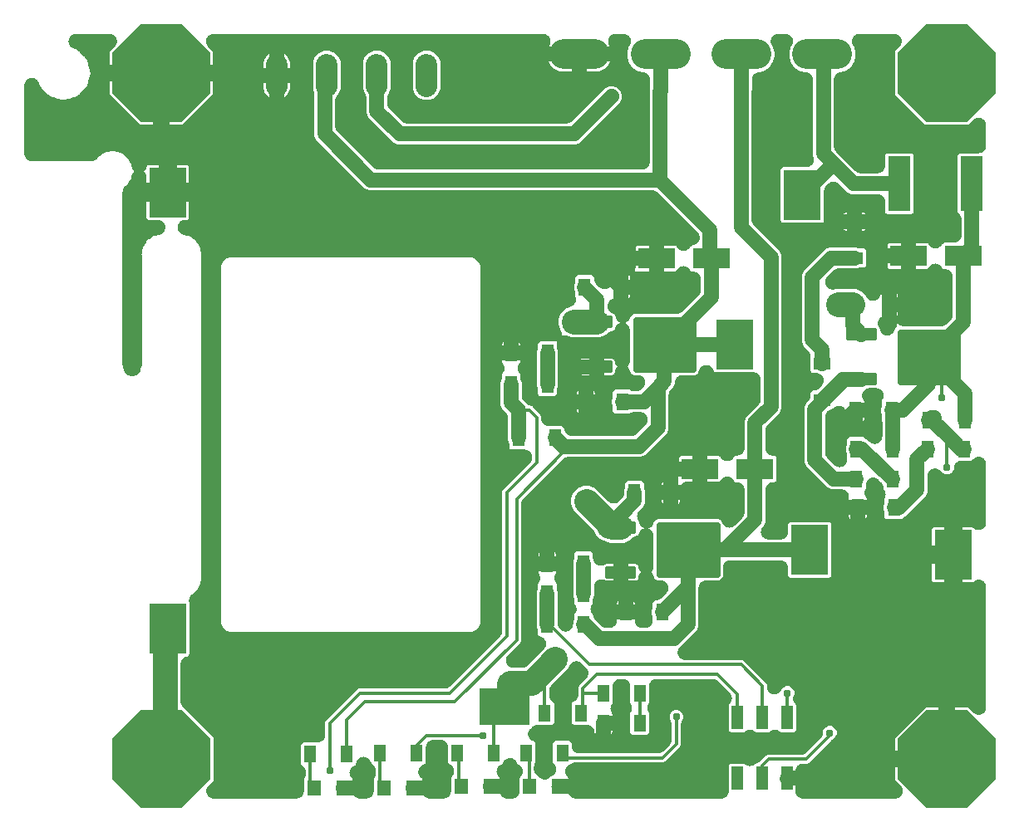
<source format=gbr>
G04 EAGLE Gerber RS-274X export*
G75*
%MOMM*%
%FSLAX34Y34*%
%LPD*%
%INBottom Copper*%
%IPPOS*%
%AMOC8*
5,1,8,0,0,1.08239X$1,22.5*%
G01*
%ADD10P,10.823900X8X22.500000*%
%ADD11R,1.147000X2.408000*%
%ADD12R,3.810000X5.080000*%
%ADD13R,5.080000X3.810000*%
%ADD14R,3.754000X2.108000*%
%ADD15C,0.301000*%
%ADD16C,0.563000*%
%ADD17R,1.300000X1.800000*%
%ADD18R,1.800000X1.300000*%
%ADD19R,1.400000X1.600000*%
%ADD20R,2.300000X5.600000*%
%ADD21C,2.200000*%
%ADD22C,3.048000*%
%ADD23C,1.524000*%
%ADD24C,2.540000*%
%ADD25C,2.540000*%
%ADD26C,0.304800*%
%ADD27C,0.787400*%
%ADD28C,1.524000*%

G36*
X460354Y192262D02*
X460354Y192262D01*
X460616Y192267D01*
X460743Y192282D01*
X460871Y192289D01*
X461131Y192329D01*
X461391Y192360D01*
X461516Y192389D01*
X461643Y192408D01*
X461897Y192475D01*
X462152Y192533D01*
X462274Y192574D01*
X462398Y192606D01*
X462644Y192698D01*
X462892Y192782D01*
X463009Y192835D01*
X463129Y192880D01*
X463363Y192997D01*
X463602Y193105D01*
X463713Y193170D01*
X463827Y193227D01*
X464049Y193367D01*
X464276Y193500D01*
X464379Y193576D01*
X464487Y193644D01*
X464694Y193806D01*
X464905Y193961D01*
X465000Y194047D01*
X465101Y194127D01*
X465290Y194309D01*
X465484Y194485D01*
X465570Y194580D01*
X465662Y194669D01*
X465831Y194870D01*
X466007Y195065D01*
X466082Y195168D01*
X466165Y195266D01*
X466312Y195483D01*
X466467Y195695D01*
X466531Y195805D01*
X466603Y195911D01*
X466728Y196143D01*
X466860Y196369D01*
X466913Y196486D01*
X466974Y196598D01*
X467074Y196841D01*
X467183Y197080D01*
X467223Y197201D01*
X467272Y197320D01*
X467348Y197571D01*
X467431Y197820D01*
X467459Y197945D01*
X467495Y198067D01*
X467544Y198326D01*
X467602Y198581D01*
X467617Y198708D01*
X467641Y198834D01*
X467663Y199096D01*
X467694Y199356D01*
X467700Y199528D01*
X467707Y199612D01*
X467705Y199696D01*
X467711Y199868D01*
X467711Y211806D01*
X468298Y213224D01*
X468439Y213416D01*
X468441Y213419D01*
X468443Y213422D01*
X468634Y213749D01*
X468833Y214090D01*
X468835Y214093D01*
X468836Y214096D01*
X468995Y214446D01*
X469156Y214801D01*
X469157Y214804D01*
X469159Y214807D01*
X469275Y215153D01*
X469405Y215541D01*
X469406Y215544D01*
X469407Y215547D01*
X469488Y215908D01*
X469577Y216302D01*
X469577Y216305D01*
X469578Y216308D01*
X469619Y216655D01*
X469670Y217077D01*
X469670Y217080D01*
X469670Y217083D01*
X469687Y217595D01*
X469687Y219301D01*
X469670Y219629D01*
X469659Y219956D01*
X469650Y220018D01*
X469647Y220080D01*
X469597Y220404D01*
X469552Y220729D01*
X469537Y220790D01*
X469528Y220851D01*
X469445Y221168D01*
X469367Y221488D01*
X469346Y221546D01*
X469330Y221606D01*
X469215Y221913D01*
X469105Y222223D01*
X469078Y222279D01*
X469056Y222337D01*
X468910Y222631D01*
X468769Y222927D01*
X468736Y222981D01*
X468709Y223036D01*
X468533Y223314D01*
X468363Y223594D01*
X468325Y223643D01*
X468292Y223696D01*
X468089Y223954D01*
X467891Y224215D01*
X467848Y224261D01*
X467809Y224310D01*
X467581Y224546D01*
X467357Y224785D01*
X467310Y224826D01*
X467267Y224871D01*
X467016Y225082D01*
X466768Y225297D01*
X466717Y225333D01*
X466670Y225373D01*
X466398Y225558D01*
X466338Y225601D01*
X465175Y226763D01*
X464711Y227884D01*
X464711Y247096D01*
X465175Y248217D01*
X466033Y249075D01*
X467154Y249539D01*
X481838Y249539D01*
X482100Y249552D01*
X482362Y249557D01*
X482489Y249572D01*
X482617Y249579D01*
X482877Y249619D01*
X483137Y249650D01*
X483262Y249679D01*
X483389Y249698D01*
X483643Y249765D01*
X483898Y249823D01*
X484020Y249864D01*
X484144Y249896D01*
X484390Y249988D01*
X484638Y250072D01*
X484755Y250125D01*
X484875Y250170D01*
X485109Y250287D01*
X485348Y250395D01*
X485459Y250460D01*
X485573Y250517D01*
X485795Y250657D01*
X486022Y250790D01*
X486125Y250866D01*
X486233Y250934D01*
X486440Y251096D01*
X486651Y251251D01*
X486746Y251337D01*
X486847Y251417D01*
X487036Y251599D01*
X487230Y251775D01*
X487316Y251870D01*
X487408Y251959D01*
X487577Y252160D01*
X487753Y252355D01*
X487828Y252458D01*
X487911Y252556D01*
X488058Y252773D01*
X488213Y252985D01*
X488277Y253095D01*
X488349Y253201D01*
X488474Y253433D01*
X488606Y253659D01*
X488659Y253776D01*
X488720Y253888D01*
X488820Y254131D01*
X488929Y254370D01*
X488969Y254491D01*
X489018Y254610D01*
X489094Y254861D01*
X489177Y255110D01*
X489205Y255235D01*
X489241Y255357D01*
X489290Y255616D01*
X489348Y255871D01*
X489363Y255998D01*
X489387Y256124D01*
X489409Y256386D01*
X489440Y256646D01*
X489446Y256818D01*
X489453Y256902D01*
X489451Y256986D01*
X489457Y257158D01*
X489457Y270150D01*
X490153Y271830D01*
X521920Y303597D01*
X523600Y304293D01*
X610900Y304293D01*
X610903Y304293D01*
X610906Y304293D01*
X611291Y304313D01*
X611679Y304333D01*
X611683Y304333D01*
X611686Y304333D01*
X612053Y304391D01*
X612451Y304452D01*
X612454Y304453D01*
X612457Y304454D01*
X612824Y304550D01*
X613206Y304650D01*
X613209Y304651D01*
X613212Y304652D01*
X613578Y304790D01*
X613936Y304924D01*
X613939Y304925D01*
X613942Y304926D01*
X614298Y305103D01*
X614635Y305271D01*
X614638Y305273D01*
X614641Y305274D01*
X614970Y305483D01*
X615295Y305688D01*
X615298Y305690D01*
X615300Y305692D01*
X615606Y305933D01*
X615909Y306171D01*
X615911Y306173D01*
X615914Y306175D01*
X616288Y306524D01*
X667566Y357802D01*
X667568Y357805D01*
X667570Y357807D01*
X667823Y358088D01*
X668089Y358382D01*
X668090Y358384D01*
X668093Y358387D01*
X668314Y358690D01*
X668549Y359012D01*
X668551Y359015D01*
X668553Y359017D01*
X668744Y359344D01*
X668943Y359685D01*
X668945Y359688D01*
X668946Y359691D01*
X669098Y360026D01*
X669266Y360396D01*
X669267Y360399D01*
X669269Y360402D01*
X669394Y360777D01*
X669515Y361136D01*
X669516Y361139D01*
X669517Y361142D01*
X669602Y361521D01*
X669687Y361897D01*
X669687Y361900D01*
X669688Y361903D01*
X669730Y362259D01*
X669780Y362672D01*
X669780Y362675D01*
X669780Y362678D01*
X669797Y363190D01*
X669797Y505100D01*
X670493Y506780D01*
X698046Y534332D01*
X698048Y534335D01*
X698050Y534337D01*
X698306Y534620D01*
X698569Y534912D01*
X698570Y534915D01*
X698573Y534917D01*
X698794Y535220D01*
X699029Y535542D01*
X699031Y535545D01*
X699033Y535547D01*
X699215Y535859D01*
X699423Y536215D01*
X699425Y536218D01*
X699426Y536221D01*
X699585Y536572D01*
X699746Y536926D01*
X699747Y536929D01*
X699749Y536932D01*
X699868Y537288D01*
X699995Y537666D01*
X699996Y537669D01*
X699997Y537672D01*
X700074Y538016D01*
X700167Y538427D01*
X700167Y538430D01*
X700168Y538433D01*
X700209Y538778D01*
X700260Y539202D01*
X700260Y539205D01*
X700260Y539208D01*
X700277Y539720D01*
X700277Y540402D01*
X700264Y540664D01*
X700259Y540926D01*
X700244Y541053D01*
X700237Y541181D01*
X700197Y541441D01*
X700166Y541701D01*
X700137Y541826D01*
X700118Y541953D01*
X700051Y542207D01*
X699993Y542462D01*
X699952Y542584D01*
X699920Y542708D01*
X699828Y542954D01*
X699744Y543202D01*
X699691Y543319D01*
X699646Y543439D01*
X699529Y543673D01*
X699421Y543912D01*
X699356Y544023D01*
X699299Y544137D01*
X699159Y544359D01*
X699026Y544586D01*
X698950Y544689D01*
X698882Y544797D01*
X698720Y545003D01*
X698565Y545215D01*
X698479Y545310D01*
X698399Y545411D01*
X698217Y545600D01*
X698041Y545794D01*
X697946Y545880D01*
X697857Y545972D01*
X697656Y546141D01*
X697461Y546317D01*
X697358Y546392D01*
X697260Y546475D01*
X697043Y546622D01*
X696831Y546777D01*
X696721Y546841D01*
X696615Y546913D01*
X696383Y547038D01*
X696157Y547170D01*
X696040Y547223D01*
X695928Y547284D01*
X695685Y547384D01*
X695446Y547493D01*
X695325Y547533D01*
X695206Y547582D01*
X694955Y547658D01*
X694706Y547741D01*
X694581Y547769D01*
X694459Y547805D01*
X694200Y547854D01*
X693945Y547912D01*
X693818Y547927D01*
X693692Y547951D01*
X693430Y547973D01*
X693170Y548004D01*
X692998Y548010D01*
X692914Y548017D01*
X692830Y548015D01*
X692658Y548021D01*
X679244Y548021D01*
X678123Y548485D01*
X677265Y549343D01*
X676801Y550464D01*
X676801Y553728D01*
X676798Y553797D01*
X676800Y553866D01*
X676778Y554186D01*
X676761Y554508D01*
X676751Y554576D01*
X676746Y554644D01*
X676691Y554961D01*
X676642Y555279D01*
X676624Y555346D01*
X676613Y555413D01*
X676526Y555723D01*
X676444Y556034D01*
X676420Y556099D01*
X676401Y556165D01*
X676221Y556644D01*
X675681Y557948D01*
X675681Y580435D01*
X675681Y580438D01*
X675681Y580441D01*
X675662Y580813D01*
X675641Y581214D01*
X675641Y581217D01*
X675641Y581221D01*
X675584Y581584D01*
X675522Y581986D01*
X675521Y581989D01*
X675520Y581992D01*
X675426Y582351D01*
X675324Y582741D01*
X675323Y582743D01*
X675322Y582747D01*
X675185Y583111D01*
X675050Y583471D01*
X675049Y583474D01*
X675048Y583477D01*
X674881Y583811D01*
X674703Y584170D01*
X674701Y584173D01*
X674700Y584176D01*
X674490Y584507D01*
X674286Y584830D01*
X674284Y584833D01*
X674282Y584835D01*
X674055Y585123D01*
X673803Y585444D01*
X673801Y585446D01*
X673799Y585448D01*
X673450Y585822D01*
X669685Y589587D01*
X668061Y593508D01*
X668061Y616802D01*
X668601Y618106D01*
X668624Y618171D01*
X668653Y618233D01*
X668755Y618539D01*
X668863Y618841D01*
X668879Y618908D01*
X668901Y618973D01*
X668971Y619287D01*
X669047Y619600D01*
X669057Y619668D01*
X669072Y619735D01*
X669110Y620054D01*
X669154Y620373D01*
X669156Y620442D01*
X669164Y620510D01*
X669181Y621022D01*
X669181Y624286D01*
X669645Y625407D01*
X669765Y625527D01*
X669941Y625721D01*
X670123Y625910D01*
X670202Y626011D01*
X670288Y626106D01*
X670442Y626317D01*
X670605Y626524D01*
X670673Y626633D01*
X670749Y626736D01*
X670881Y626962D01*
X671021Y627184D01*
X671078Y627299D01*
X671143Y627409D01*
X671252Y627649D01*
X671368Y627883D01*
X671413Y628003D01*
X671466Y628120D01*
X671550Y628369D01*
X671641Y628615D01*
X671674Y628738D01*
X671714Y628860D01*
X671772Y629116D01*
X671838Y629370D01*
X671858Y629496D01*
X671886Y629621D01*
X671917Y629882D01*
X671957Y630141D01*
X671964Y630269D01*
X671979Y630396D01*
X671983Y630659D01*
X671997Y630921D01*
X671990Y631048D01*
X671992Y631176D01*
X671970Y631438D01*
X671956Y631700D01*
X671936Y631826D01*
X671925Y631954D01*
X671876Y632212D01*
X671836Y632471D01*
X671803Y632595D01*
X671779Y632721D01*
X671704Y632972D01*
X671638Y633226D01*
X671592Y633346D01*
X671556Y633468D01*
X671455Y633711D01*
X671363Y633957D01*
X671306Y634071D01*
X671257Y634189D01*
X671132Y634420D01*
X671015Y634655D01*
X670946Y634764D01*
X670886Y634876D01*
X670738Y635093D01*
X670598Y635315D01*
X670533Y635396D01*
X669978Y636227D01*
X669787Y636689D01*
X669689Y637180D01*
X669689Y638811D01*
X687771Y638811D01*
X687771Y637180D01*
X687673Y636689D01*
X687482Y636227D01*
X686923Y635391D01*
X686855Y635304D01*
X686787Y635196D01*
X686711Y635093D01*
X686579Y634866D01*
X686439Y634644D01*
X686382Y634529D01*
X686317Y634419D01*
X686209Y634180D01*
X686092Y633945D01*
X686047Y633825D01*
X685994Y633708D01*
X685910Y633459D01*
X685819Y633214D01*
X685786Y633090D01*
X685745Y632969D01*
X685688Y632712D01*
X685621Y632459D01*
X685602Y632332D01*
X685574Y632207D01*
X685543Y631947D01*
X685503Y631687D01*
X685496Y631559D01*
X685481Y631432D01*
X685477Y631170D01*
X685463Y630908D01*
X685470Y630780D01*
X685468Y630652D01*
X685490Y630391D01*
X685504Y630128D01*
X685524Y630002D01*
X685535Y629874D01*
X685584Y629617D01*
X685624Y629357D01*
X685657Y629233D01*
X685681Y629108D01*
X685756Y628856D01*
X685823Y628602D01*
X685868Y628482D01*
X685904Y628360D01*
X686005Y628118D01*
X686097Y627872D01*
X686154Y627757D01*
X686203Y627639D01*
X686328Y627408D01*
X686445Y627173D01*
X686513Y627065D01*
X686574Y626952D01*
X686722Y626735D01*
X686863Y626514D01*
X686942Y626413D01*
X687014Y626307D01*
X687183Y626107D01*
X687345Y625901D01*
X687463Y625775D01*
X687517Y625711D01*
X687577Y625652D01*
X687695Y625527D01*
X687815Y625407D01*
X688279Y624286D01*
X688279Y621022D01*
X688282Y620953D01*
X688280Y620884D01*
X688302Y620562D01*
X688319Y620242D01*
X688329Y620174D01*
X688334Y620106D01*
X688389Y619789D01*
X688438Y619471D01*
X688456Y619404D01*
X688467Y619337D01*
X688554Y619027D01*
X688636Y618716D01*
X688660Y618651D01*
X688679Y618585D01*
X688859Y618106D01*
X689399Y616802D01*
X689399Y603205D01*
X689399Y603202D01*
X689399Y603199D01*
X689419Y602807D01*
X689439Y602426D01*
X689439Y602423D01*
X689439Y602419D01*
X689497Y602047D01*
X689558Y601654D01*
X689559Y601651D01*
X689560Y601648D01*
X689663Y601254D01*
X689756Y600899D01*
X689757Y600897D01*
X689758Y600893D01*
X689898Y600521D01*
X690030Y600169D01*
X690031Y600166D01*
X690032Y600163D01*
X690213Y599800D01*
X690377Y599470D01*
X690379Y599467D01*
X690380Y599464D01*
X690593Y599128D01*
X690794Y598810D01*
X690796Y598807D01*
X690798Y598805D01*
X691048Y598488D01*
X691277Y598196D01*
X691279Y598194D01*
X691281Y598192D01*
X691630Y597818D01*
X694516Y594932D01*
X694564Y594888D01*
X694609Y594840D01*
X694854Y594627D01*
X695095Y594409D01*
X695148Y594371D01*
X695198Y594327D01*
X695463Y594140D01*
X695725Y593948D01*
X695782Y593915D01*
X695835Y593877D01*
X696118Y593719D01*
X696399Y593554D01*
X696459Y593527D01*
X696516Y593495D01*
X696813Y593366D01*
X697109Y593231D01*
X697172Y593210D01*
X697232Y593184D01*
X697541Y593086D01*
X697849Y592983D01*
X697913Y592968D01*
X697976Y592948D01*
X698293Y592883D01*
X698610Y592811D01*
X698676Y592803D01*
X698740Y592790D01*
X699063Y592757D01*
X699385Y592718D01*
X699451Y592717D01*
X699516Y592710D01*
X699841Y592710D01*
X700166Y592705D01*
X700208Y592709D01*
X700210Y592700D01*
X700301Y592458D01*
X700384Y592212D01*
X700438Y592093D01*
X700485Y591970D01*
X700600Y591738D01*
X700708Y591502D01*
X700774Y591388D01*
X700832Y591271D01*
X700971Y591053D01*
X701102Y590828D01*
X701180Y590722D01*
X701250Y590612D01*
X701410Y590408D01*
X701564Y590199D01*
X701652Y590101D01*
X701733Y589998D01*
X702082Y589624D01*
X706369Y585338D01*
X708727Y582980D01*
X709423Y581300D01*
X709423Y579738D01*
X709436Y579476D01*
X709441Y579214D01*
X709456Y579087D01*
X709463Y578959D01*
X709503Y578699D01*
X709534Y578439D01*
X709563Y578314D01*
X709582Y578187D01*
X709649Y577933D01*
X709707Y577678D01*
X709748Y577556D01*
X709780Y577432D01*
X709872Y577186D01*
X709956Y576938D01*
X710009Y576821D01*
X710054Y576701D01*
X710171Y576467D01*
X710279Y576228D01*
X710344Y576117D01*
X710401Y576003D01*
X710541Y575781D01*
X710674Y575554D01*
X710750Y575451D01*
X710818Y575343D01*
X710980Y575136D01*
X711135Y574925D01*
X711221Y574830D01*
X711301Y574729D01*
X711483Y574540D01*
X711659Y574346D01*
X711754Y574260D01*
X711843Y574168D01*
X712044Y573999D01*
X712239Y573823D01*
X712342Y573748D01*
X712440Y573665D01*
X712657Y573518D01*
X712869Y573363D01*
X712979Y573299D01*
X713085Y573227D01*
X713317Y573102D01*
X713543Y572970D01*
X713660Y572917D01*
X713772Y572856D01*
X714015Y572756D01*
X714254Y572647D01*
X714375Y572607D01*
X714494Y572558D01*
X714745Y572482D01*
X714994Y572399D01*
X715119Y572371D01*
X715241Y572335D01*
X715500Y572286D01*
X715755Y572228D01*
X715882Y572213D01*
X716008Y572189D01*
X716270Y572167D01*
X716530Y572136D01*
X716702Y572130D01*
X716786Y572123D01*
X716870Y572125D01*
X717042Y572119D01*
X730456Y572119D01*
X731577Y571655D01*
X732435Y570797D01*
X732899Y569676D01*
X732899Y569468D01*
X732912Y569206D01*
X732917Y568944D01*
X732932Y568817D01*
X732939Y568689D01*
X732979Y568429D01*
X733010Y568169D01*
X733039Y568044D01*
X733058Y567917D01*
X733125Y567663D01*
X733183Y567408D01*
X733224Y567286D01*
X733256Y567162D01*
X733348Y566916D01*
X733432Y566668D01*
X733485Y566551D01*
X733530Y566431D01*
X733647Y566197D01*
X733755Y565958D01*
X733820Y565847D01*
X733877Y565733D01*
X734017Y565511D01*
X734150Y565284D01*
X734226Y565181D01*
X734294Y565073D01*
X734456Y564866D01*
X734611Y564655D01*
X734697Y564560D01*
X734777Y564459D01*
X734959Y564270D01*
X735135Y564076D01*
X735230Y563990D01*
X735319Y563898D01*
X735520Y563729D01*
X735715Y563553D01*
X735818Y563478D01*
X735916Y563395D01*
X736133Y563248D01*
X736345Y563093D01*
X736455Y563029D01*
X736561Y562957D01*
X736793Y562832D01*
X737019Y562700D01*
X737136Y562647D01*
X737248Y562586D01*
X737491Y562486D01*
X737730Y562377D01*
X737851Y562337D01*
X737970Y562288D01*
X738221Y562212D01*
X738470Y562129D01*
X738595Y562101D01*
X738717Y562065D01*
X738976Y562016D01*
X739231Y561958D01*
X739358Y561943D01*
X739484Y561919D01*
X739746Y561897D01*
X740006Y561866D01*
X740178Y561860D01*
X740262Y561853D01*
X740346Y561855D01*
X740518Y561849D01*
X801415Y561849D01*
X801418Y561849D01*
X801421Y561849D01*
X801807Y561869D01*
X802194Y561889D01*
X802197Y561889D01*
X802201Y561889D01*
X802568Y561947D01*
X802966Y562008D01*
X802969Y562009D01*
X802972Y562010D01*
X803339Y562106D01*
X803721Y562206D01*
X803723Y562207D01*
X803727Y562208D01*
X804093Y562346D01*
X804451Y562480D01*
X804454Y562481D01*
X804457Y562482D01*
X804812Y562659D01*
X805150Y562827D01*
X805153Y562829D01*
X805156Y562830D01*
X805487Y563040D01*
X805810Y563244D01*
X805813Y563246D01*
X805815Y563248D01*
X806121Y563489D01*
X806424Y563727D01*
X806426Y563729D01*
X806428Y563731D01*
X806802Y564080D01*
X815640Y572918D01*
X815642Y572920D01*
X815644Y572922D01*
X815887Y573192D01*
X816163Y573497D01*
X816164Y573500D01*
X816167Y573502D01*
X816387Y573803D01*
X816623Y574127D01*
X816625Y574130D01*
X816627Y574132D01*
X816818Y574459D01*
X817017Y574801D01*
X817019Y574803D01*
X817020Y574806D01*
X817179Y575157D01*
X817340Y575511D01*
X817341Y575514D01*
X817343Y575517D01*
X817461Y575869D01*
X817589Y576251D01*
X817590Y576254D01*
X817591Y576257D01*
X817671Y576615D01*
X817761Y577012D01*
X817761Y577015D01*
X817762Y577018D01*
X817805Y577379D01*
X817854Y577787D01*
X817854Y577790D01*
X817854Y577793D01*
X817871Y578305D01*
X817871Y578612D01*
X817858Y578874D01*
X817853Y579136D01*
X817838Y579263D01*
X817831Y579391D01*
X817791Y579651D01*
X817760Y579911D01*
X817731Y580036D01*
X817712Y580163D01*
X817645Y580417D01*
X817587Y580672D01*
X817546Y580794D01*
X817514Y580918D01*
X817422Y581164D01*
X817338Y581412D01*
X817285Y581529D01*
X817240Y581649D01*
X817123Y581883D01*
X817015Y582122D01*
X816950Y582233D01*
X816893Y582347D01*
X816753Y582569D01*
X816620Y582796D01*
X816544Y582899D01*
X816476Y583007D01*
X816314Y583214D01*
X816159Y583425D01*
X816073Y583520D01*
X815993Y583621D01*
X815811Y583810D01*
X815635Y584004D01*
X815540Y584090D01*
X815451Y584182D01*
X815250Y584351D01*
X815055Y584527D01*
X814952Y584602D01*
X814854Y584685D01*
X814637Y584832D01*
X814425Y584987D01*
X814315Y585051D01*
X814209Y585123D01*
X813977Y585248D01*
X813751Y585380D01*
X813634Y585433D01*
X813522Y585494D01*
X813279Y585594D01*
X813040Y585703D01*
X812919Y585743D01*
X812800Y585792D01*
X812549Y585868D01*
X812300Y585951D01*
X812175Y585979D01*
X812053Y586015D01*
X811794Y586064D01*
X811539Y586122D01*
X811412Y586137D01*
X811286Y586161D01*
X811024Y586183D01*
X810764Y586214D01*
X810592Y586220D01*
X810508Y586227D01*
X810424Y586225D01*
X810252Y586231D01*
X803884Y586231D01*
X803815Y586228D01*
X803746Y586230D01*
X803426Y586208D01*
X803104Y586191D01*
X803036Y586181D01*
X802967Y586176D01*
X802651Y586121D01*
X802333Y586072D01*
X802266Y586054D01*
X802198Y586043D01*
X801889Y585956D01*
X801578Y585874D01*
X801513Y585850D01*
X801447Y585831D01*
X800968Y585651D01*
X799036Y584851D01*
X784824Y584851D01*
X783703Y585315D01*
X782845Y586173D01*
X782381Y587294D01*
X782381Y590558D01*
X782378Y590627D01*
X782380Y590696D01*
X782358Y591016D01*
X782341Y591338D01*
X782331Y591406D01*
X782326Y591475D01*
X782271Y591791D01*
X782222Y592109D01*
X782204Y592176D01*
X782193Y592244D01*
X782106Y592553D01*
X782024Y592864D01*
X782000Y592929D01*
X781981Y592995D01*
X781801Y593474D01*
X781261Y594778D01*
X781261Y599022D01*
X781801Y600326D01*
X781824Y600391D01*
X781853Y600453D01*
X781955Y600759D01*
X782063Y601061D01*
X782079Y601128D01*
X782101Y601193D01*
X782171Y601507D01*
X782247Y601820D01*
X782257Y601888D01*
X782272Y601955D01*
X782310Y602274D01*
X782354Y602593D01*
X782356Y602662D01*
X782364Y602730D01*
X782381Y603242D01*
X782381Y606506D01*
X782845Y607627D01*
X783703Y608485D01*
X784824Y608949D01*
X799036Y608949D01*
X800968Y608149D01*
X801033Y608126D01*
X801095Y608097D01*
X801400Y607995D01*
X801703Y607887D01*
X801770Y607871D01*
X801835Y607849D01*
X802148Y607779D01*
X802462Y607703D01*
X802530Y607693D01*
X802597Y607678D01*
X802916Y607640D01*
X803235Y607596D01*
X803304Y607594D01*
X803372Y607586D01*
X803884Y607569D01*
X806495Y607569D01*
X806498Y607569D01*
X806501Y607569D01*
X806881Y607589D01*
X807274Y607609D01*
X807278Y607609D01*
X807281Y607609D01*
X807651Y607667D01*
X808046Y607728D01*
X808049Y607729D01*
X808052Y607729D01*
X808414Y607825D01*
X808801Y607926D01*
X808804Y607927D01*
X808807Y607928D01*
X809152Y608058D01*
X809531Y608200D01*
X809534Y608201D01*
X809537Y608202D01*
X809877Y608372D01*
X810230Y608547D01*
X810233Y608549D01*
X810236Y608550D01*
X810565Y608759D01*
X810890Y608964D01*
X810892Y608966D01*
X810895Y608968D01*
X811192Y609201D01*
X811504Y609447D01*
X811506Y609449D01*
X811508Y609451D01*
X811882Y609800D01*
X813196Y611114D01*
X813284Y611212D01*
X813379Y611303D01*
X813546Y611501D01*
X813719Y611694D01*
X813797Y611800D01*
X813881Y611900D01*
X814027Y612114D01*
X814180Y612324D01*
X814247Y612437D01*
X814320Y612546D01*
X814444Y612774D01*
X814574Y612997D01*
X814629Y613117D01*
X814691Y613232D01*
X814790Y613472D01*
X814897Y613708D01*
X814939Y613832D01*
X814989Y613954D01*
X815063Y614202D01*
X815146Y614448D01*
X815175Y614576D01*
X815212Y614702D01*
X815261Y614956D01*
X815318Y615209D01*
X815333Y615339D01*
X815358Y615468D01*
X815380Y615726D01*
X815411Y615984D01*
X815413Y616115D01*
X815424Y616246D01*
X815419Y616505D01*
X815424Y616764D01*
X815412Y616895D01*
X815410Y617026D01*
X815379Y617283D01*
X815357Y617542D01*
X815332Y617671D01*
X815317Y617801D01*
X815259Y618054D01*
X815211Y618309D01*
X815173Y618434D01*
X815144Y618562D01*
X815062Y618808D01*
X814987Y619056D01*
X814937Y619178D01*
X814895Y619302D01*
X814788Y619538D01*
X814688Y619777D01*
X814626Y619893D01*
X814571Y620012D01*
X814440Y620236D01*
X814317Y620464D01*
X814243Y620572D01*
X814177Y620686D01*
X814024Y620895D01*
X813878Y621109D01*
X813793Y621209D01*
X813715Y621315D01*
X813542Y621507D01*
X813375Y621706D01*
X813280Y621797D01*
X813192Y621894D01*
X813000Y622067D01*
X812813Y622248D01*
X812710Y622329D01*
X812612Y622417D01*
X812403Y622569D01*
X812199Y622729D01*
X812088Y622800D01*
X811982Y622877D01*
X811758Y623007D01*
X811539Y623146D01*
X811421Y623204D01*
X811308Y623270D01*
X811072Y623377D01*
X810840Y623493D01*
X810717Y623538D01*
X810597Y623593D01*
X810351Y623675D01*
X810109Y623766D01*
X809982Y623799D01*
X809857Y623841D01*
X809604Y623898D01*
X809354Y623963D01*
X809224Y623983D01*
X809096Y624012D01*
X808838Y624042D01*
X808582Y624082D01*
X808451Y624089D01*
X808321Y624104D01*
X807809Y624121D01*
X804299Y624121D01*
X802143Y625014D01*
X800494Y626663D01*
X799079Y630079D01*
X799051Y630138D01*
X799028Y630200D01*
X798884Y630490D01*
X798744Y630784D01*
X798710Y630840D01*
X798681Y630899D01*
X798508Y631173D01*
X798339Y631451D01*
X798299Y631503D01*
X798264Y631558D01*
X798063Y631814D01*
X797867Y632072D01*
X797822Y632120D01*
X797781Y632172D01*
X797556Y632406D01*
X797334Y632643D01*
X797285Y632686D01*
X797239Y632733D01*
X797228Y632742D01*
X797239Y632753D01*
X797374Y632876D01*
X797513Y633030D01*
X797660Y633178D01*
X797774Y633320D01*
X797897Y633456D01*
X798019Y633624D01*
X798150Y633785D01*
X798249Y633939D01*
X798357Y634086D01*
X798462Y634265D01*
X798575Y634440D01*
X798658Y634602D01*
X798750Y634760D01*
X798836Y634950D01*
X798931Y635134D01*
X798997Y635304D01*
X799073Y635471D01*
X799139Y635668D01*
X799214Y635862D01*
X799263Y636038D01*
X799321Y636211D01*
X799366Y636414D01*
X799422Y636614D01*
X799452Y636794D01*
X799492Y636972D01*
X799516Y637179D01*
X799551Y637384D01*
X799562Y637566D01*
X799584Y637747D01*
X799595Y638076D01*
X799601Y638163D01*
X799599Y638199D01*
X799601Y638259D01*
X799601Y669877D01*
X799598Y669943D01*
X799600Y670009D01*
X799578Y670332D01*
X799561Y670657D01*
X799551Y670722D01*
X799547Y670787D01*
X799492Y671106D01*
X799442Y671428D01*
X799425Y671492D01*
X799414Y671556D01*
X799327Y671868D01*
X799244Y672183D01*
X799221Y672245D01*
X799203Y672308D01*
X799084Y672609D01*
X798970Y672914D01*
X798941Y672973D01*
X798917Y673034D01*
X798767Y673322D01*
X798623Y673613D01*
X798588Y673668D01*
X798557Y673727D01*
X798380Y673998D01*
X798206Y674273D01*
X798165Y674324D01*
X798129Y674379D01*
X797924Y674631D01*
X797723Y674886D01*
X797678Y674933D01*
X797636Y674984D01*
X797407Y675214D01*
X797181Y675447D01*
X797131Y675490D01*
X797084Y675536D01*
X796832Y675741D01*
X796584Y675950D01*
X796530Y675987D01*
X796479Y676028D01*
X796207Y676206D01*
X795939Y676389D01*
X795881Y676420D01*
X795826Y676456D01*
X795538Y676605D01*
X795252Y676759D01*
X795191Y676785D01*
X795133Y676815D01*
X794831Y676933D01*
X794530Y677058D01*
X794467Y677077D01*
X794406Y677101D01*
X794095Y677188D01*
X793984Y677221D01*
X794292Y677296D01*
X794608Y677368D01*
X794671Y677389D01*
X794734Y677404D01*
X795040Y677513D01*
X795348Y677617D01*
X795408Y677644D01*
X795470Y677666D01*
X795762Y677806D01*
X796058Y677941D01*
X796115Y677974D01*
X796174Y678002D01*
X796451Y678171D01*
X796732Y678335D01*
X796785Y678374D01*
X796841Y678408D01*
X797100Y678605D01*
X797361Y678797D01*
X797410Y678841D01*
X797462Y678881D01*
X797699Y679102D01*
X797940Y679320D01*
X797984Y679369D01*
X798032Y679414D01*
X798246Y679659D01*
X798462Y679900D01*
X798501Y679953D01*
X798544Y680003D01*
X798732Y680269D01*
X798923Y680530D01*
X798956Y680587D01*
X798994Y680641D01*
X799153Y680924D01*
X799316Y681204D01*
X799343Y681264D01*
X799376Y681321D01*
X799587Y681788D01*
X800494Y683977D01*
X802143Y685626D01*
X804299Y686519D01*
X847845Y686519D01*
X847848Y686519D01*
X847851Y686519D01*
X848237Y686539D01*
X848624Y686559D01*
X848627Y686559D01*
X848631Y686559D01*
X848998Y686617D01*
X849396Y686678D01*
X849399Y686679D01*
X849402Y686680D01*
X849769Y686776D01*
X850151Y686876D01*
X850153Y686877D01*
X850157Y686878D01*
X850523Y687016D01*
X850881Y687150D01*
X850884Y687151D01*
X850887Y687152D01*
X851236Y687326D01*
X851580Y687497D01*
X851583Y687499D01*
X851586Y687500D01*
X851917Y687710D01*
X852240Y687914D01*
X852243Y687916D01*
X852245Y687918D01*
X852540Y688150D01*
X852854Y688397D01*
X852856Y688399D01*
X852858Y688401D01*
X853232Y688750D01*
X869810Y705328D01*
X869812Y705330D01*
X869814Y705332D01*
X870064Y705610D01*
X870333Y705907D01*
X870334Y705910D01*
X870337Y705912D01*
X870541Y706192D01*
X870793Y706537D01*
X870795Y706540D01*
X870797Y706542D01*
X870988Y706869D01*
X871187Y707211D01*
X871189Y707213D01*
X871190Y707216D01*
X871340Y707546D01*
X871510Y707921D01*
X871511Y707924D01*
X871513Y707927D01*
X871627Y708266D01*
X871759Y708661D01*
X871760Y708664D01*
X871761Y708667D01*
X871842Y709029D01*
X871931Y709422D01*
X871931Y709425D01*
X871932Y709428D01*
X871974Y709784D01*
X872024Y710197D01*
X872024Y710200D01*
X872024Y710203D01*
X872041Y710715D01*
X872041Y721742D01*
X872028Y722004D01*
X872023Y722266D01*
X872008Y722393D01*
X872001Y722521D01*
X871961Y722781D01*
X871930Y723041D01*
X871901Y723166D01*
X871882Y723293D01*
X871815Y723547D01*
X871757Y723802D01*
X871716Y723924D01*
X871684Y724048D01*
X871592Y724294D01*
X871508Y724542D01*
X871455Y724659D01*
X871410Y724779D01*
X871293Y725013D01*
X871185Y725252D01*
X871120Y725363D01*
X871063Y725477D01*
X870923Y725699D01*
X870790Y725926D01*
X870714Y726029D01*
X870646Y726137D01*
X870484Y726344D01*
X870329Y726555D01*
X870243Y726650D01*
X870163Y726751D01*
X869981Y726940D01*
X869805Y727134D01*
X869710Y727220D01*
X869621Y727312D01*
X869420Y727481D01*
X869225Y727657D01*
X869122Y727732D01*
X869024Y727815D01*
X868807Y727962D01*
X868595Y728117D01*
X868485Y728181D01*
X868379Y728253D01*
X868147Y728378D01*
X867921Y728510D01*
X867804Y728563D01*
X867692Y728624D01*
X867449Y728724D01*
X867210Y728833D01*
X867089Y728873D01*
X866970Y728922D01*
X866719Y728998D01*
X866470Y729081D01*
X866345Y729109D01*
X866223Y729145D01*
X865964Y729194D01*
X865709Y729252D01*
X865582Y729267D01*
X865456Y729291D01*
X865194Y729313D01*
X864934Y729344D01*
X864762Y729350D01*
X864678Y729357D01*
X864594Y729355D01*
X864422Y729361D01*
X863334Y729361D01*
X862213Y729825D01*
X861342Y730697D01*
X861331Y730724D01*
X861225Y730924D01*
X861128Y731128D01*
X861043Y731268D01*
X860966Y731413D01*
X860840Y731602D01*
X860722Y731795D01*
X860623Y731925D01*
X860532Y732062D01*
X860387Y732237D01*
X860251Y732417D01*
X860139Y732537D01*
X860034Y732663D01*
X859872Y732822D01*
X859718Y732987D01*
X859594Y733095D01*
X859477Y733210D01*
X859300Y733351D01*
X859129Y733500D01*
X858995Y733595D01*
X858867Y733697D01*
X858677Y733820D01*
X858492Y733950D01*
X858349Y734030D01*
X858211Y734119D01*
X858009Y734221D01*
X857811Y734332D01*
X857661Y734398D01*
X857514Y734472D01*
X857303Y734553D01*
X857095Y734643D01*
X856939Y734693D01*
X856786Y734752D01*
X856567Y734811D01*
X856351Y734879D01*
X856191Y734912D01*
X856032Y734955D01*
X855809Y734992D01*
X855587Y735038D01*
X855424Y735054D01*
X855262Y735081D01*
X855036Y735094D01*
X854811Y735117D01*
X854647Y735117D01*
X854483Y735127D01*
X854257Y735117D01*
X854030Y735117D01*
X853867Y735100D01*
X853703Y735093D01*
X853479Y735060D01*
X853254Y735037D01*
X853093Y735003D01*
X852931Y734979D01*
X852712Y734924D01*
X852490Y734877D01*
X852334Y734828D01*
X852175Y734787D01*
X851962Y734710D01*
X851746Y734641D01*
X851596Y734576D01*
X851442Y734519D01*
X851238Y734420D01*
X851030Y734330D01*
X850888Y734249D01*
X850740Y734177D01*
X850548Y734058D01*
X850350Y733947D01*
X850216Y733852D01*
X850077Y733765D01*
X849898Y733627D01*
X849713Y733496D01*
X849589Y733388D01*
X849460Y733288D01*
X849296Y733132D01*
X849125Y732983D01*
X849013Y732863D01*
X848894Y732750D01*
X848747Y732577D01*
X848593Y732412D01*
X848494Y732281D01*
X848387Y732157D01*
X848164Y731846D01*
X848122Y731790D01*
X848110Y731770D01*
X848089Y731741D01*
X847454Y730790D01*
X847100Y730436D01*
X846683Y730158D01*
X846221Y729967D01*
X845730Y729869D01*
X834329Y729869D01*
X834329Y756031D01*
X845730Y756031D01*
X846221Y755933D01*
X846683Y755742D01*
X847100Y755464D01*
X847454Y755110D01*
X848089Y754159D01*
X848187Y754028D01*
X848277Y753891D01*
X848419Y753715D01*
X848555Y753533D01*
X848666Y753412D01*
X848769Y753285D01*
X848929Y753125D01*
X849083Y752959D01*
X849205Y752850D01*
X849321Y752734D01*
X849497Y752591D01*
X849667Y752441D01*
X849800Y752345D01*
X849927Y752241D01*
X850117Y752117D01*
X850300Y751985D01*
X850443Y751904D01*
X850580Y751814D01*
X850781Y751710D01*
X850977Y751597D01*
X851127Y751530D01*
X851273Y751455D01*
X851484Y751372D01*
X851691Y751280D01*
X851847Y751229D01*
X851999Y751169D01*
X852217Y751108D01*
X852433Y751038D01*
X852593Y751003D01*
X852751Y750959D01*
X852974Y750921D01*
X853195Y750873D01*
X853358Y750855D01*
X853520Y750827D01*
X853746Y750812D01*
X853971Y750787D01*
X854135Y750785D01*
X854299Y750774D01*
X854525Y750782D01*
X854752Y750780D01*
X854915Y750796D01*
X855079Y750801D01*
X855303Y750832D01*
X855529Y750854D01*
X855690Y750886D01*
X855852Y750908D01*
X856072Y750962D01*
X856294Y751006D01*
X856451Y751055D01*
X856610Y751094D01*
X856824Y751170D01*
X857040Y751236D01*
X857191Y751300D01*
X857345Y751356D01*
X857550Y751453D01*
X857758Y751541D01*
X857902Y751621D01*
X858050Y751691D01*
X858243Y751809D01*
X858441Y751919D01*
X858576Y752012D01*
X858716Y752097D01*
X858897Y752234D01*
X859083Y752363D01*
X859207Y752470D01*
X859338Y752570D01*
X859503Y752724D01*
X859675Y752872D01*
X859788Y752991D01*
X859908Y753103D01*
X860057Y753274D01*
X860212Y753438D01*
X860312Y753568D01*
X860420Y753692D01*
X860550Y753877D01*
X860689Y754056D01*
X860775Y754196D01*
X860869Y754330D01*
X860980Y754527D01*
X861099Y754720D01*
X861171Y754867D01*
X861251Y755010D01*
X861336Y755198D01*
X862213Y756075D01*
X863342Y756542D01*
X863534Y756552D01*
X863796Y756557D01*
X863923Y756572D01*
X864051Y756579D01*
X864311Y756619D01*
X864571Y756650D01*
X864696Y756679D01*
X864823Y756698D01*
X865077Y756765D01*
X865332Y756823D01*
X865454Y756864D01*
X865578Y756896D01*
X865824Y756988D01*
X866072Y757072D01*
X866189Y757125D01*
X866309Y757170D01*
X866543Y757287D01*
X866782Y757395D01*
X866893Y757460D01*
X867007Y757517D01*
X867229Y757657D01*
X867456Y757790D01*
X867559Y757866D01*
X867667Y757934D01*
X867874Y758096D01*
X868085Y758251D01*
X868180Y758337D01*
X868281Y758417D01*
X868470Y758599D01*
X868664Y758775D01*
X868750Y758870D01*
X868842Y758959D01*
X869011Y759160D01*
X869187Y759355D01*
X869262Y759458D01*
X869345Y759556D01*
X869492Y759773D01*
X869647Y759985D01*
X869711Y760095D01*
X869783Y760201D01*
X869908Y760433D01*
X870040Y760659D01*
X870093Y760776D01*
X870154Y760888D01*
X870254Y761131D01*
X870363Y761370D01*
X870403Y761491D01*
X870452Y761610D01*
X870528Y761861D01*
X870611Y762110D01*
X870639Y762235D01*
X870675Y762357D01*
X870724Y762616D01*
X870782Y762871D01*
X870797Y762998D01*
X870821Y763124D01*
X870843Y763386D01*
X870874Y763646D01*
X870880Y763818D01*
X870887Y763902D01*
X870885Y763986D01*
X870891Y764158D01*
X870891Y764405D01*
X870891Y764408D01*
X870891Y764411D01*
X870872Y764775D01*
X870851Y765184D01*
X870851Y765187D01*
X870851Y765191D01*
X870795Y765549D01*
X870732Y765956D01*
X870731Y765959D01*
X870730Y765962D01*
X870634Y766329D01*
X870534Y766711D01*
X870533Y766713D01*
X870532Y766717D01*
X870395Y767081D01*
X870260Y767441D01*
X870259Y767444D01*
X870258Y767447D01*
X870086Y767792D01*
X869913Y768140D01*
X869911Y768143D01*
X869910Y768146D01*
X869704Y768470D01*
X869496Y768800D01*
X869494Y768803D01*
X869492Y768805D01*
X869259Y769101D01*
X869013Y769414D01*
X869011Y769416D01*
X869009Y769418D01*
X868660Y769792D01*
X828392Y810060D01*
X828390Y810062D01*
X828388Y810064D01*
X828105Y810320D01*
X827813Y810583D01*
X827810Y810584D01*
X827808Y810587D01*
X827511Y810803D01*
X827183Y811043D01*
X827180Y811045D01*
X827178Y811047D01*
X826862Y811231D01*
X826509Y811437D01*
X826507Y811439D01*
X826504Y811440D01*
X826153Y811599D01*
X825799Y811760D01*
X825796Y811761D01*
X825793Y811763D01*
X825435Y811883D01*
X825059Y812009D01*
X825056Y812010D01*
X825053Y812011D01*
X824691Y812092D01*
X824298Y812181D01*
X824295Y812181D01*
X824292Y812182D01*
X823926Y812225D01*
X823523Y812274D01*
X823520Y812274D01*
X823517Y812274D01*
X823005Y812291D01*
X533818Y812291D01*
X529897Y813915D01*
X479905Y863907D01*
X478281Y867828D01*
X478281Y910954D01*
X478278Y911023D01*
X478280Y911092D01*
X478258Y911411D01*
X478241Y911734D01*
X478231Y911802D01*
X478226Y911870D01*
X478171Y912187D01*
X478122Y912505D01*
X478104Y912572D01*
X478093Y912639D01*
X478006Y912948D01*
X477924Y913260D01*
X477900Y913324D01*
X477881Y913391D01*
X477701Y913870D01*
X476891Y915826D01*
X476891Y943414D01*
X479030Y948578D01*
X482982Y952530D01*
X488146Y954669D01*
X493734Y954669D01*
X498898Y952530D01*
X502850Y948578D01*
X504989Y943414D01*
X504989Y915826D01*
X502850Y910662D01*
X501850Y909663D01*
X501848Y909660D01*
X501846Y909658D01*
X501584Y909367D01*
X501328Y909083D01*
X501326Y909080D01*
X501323Y909078D01*
X501093Y908762D01*
X500867Y908453D01*
X500865Y908450D01*
X500863Y908448D01*
X500665Y908109D01*
X500473Y907780D01*
X500471Y907777D01*
X500470Y907774D01*
X500306Y907414D01*
X500150Y907069D01*
X500149Y907066D01*
X500147Y907063D01*
X500016Y906672D01*
X499901Y906329D01*
X499900Y906326D01*
X499899Y906323D01*
X499814Y905942D01*
X499729Y905568D01*
X499729Y905565D01*
X499728Y905562D01*
X499683Y905186D01*
X499636Y904793D01*
X499636Y904790D01*
X499636Y904787D01*
X499619Y904275D01*
X499619Y877525D01*
X499619Y877522D01*
X499619Y877519D01*
X499639Y877130D01*
X499659Y876746D01*
X499659Y876743D01*
X499659Y876739D01*
X499719Y876358D01*
X499778Y875974D01*
X499779Y875971D01*
X499780Y875968D01*
X499876Y875601D01*
X499976Y875219D01*
X499977Y875217D01*
X499978Y875213D01*
X500116Y874847D01*
X500250Y874489D01*
X500251Y874486D01*
X500252Y874483D01*
X500429Y874128D01*
X500597Y873790D01*
X500599Y873787D01*
X500600Y873784D01*
X500813Y873448D01*
X501014Y873130D01*
X501016Y873127D01*
X501018Y873125D01*
X501269Y872806D01*
X501497Y872516D01*
X501499Y872514D01*
X501501Y872512D01*
X501850Y872138D01*
X538128Y835860D01*
X538130Y835858D01*
X538132Y835856D01*
X538416Y835600D01*
X538707Y835337D01*
X538710Y835336D01*
X538712Y835333D01*
X539017Y835111D01*
X539337Y834877D01*
X539340Y834875D01*
X539342Y834873D01*
X539676Y834678D01*
X540011Y834483D01*
X540013Y834481D01*
X540016Y834480D01*
X540367Y834321D01*
X540721Y834160D01*
X540724Y834159D01*
X540727Y834157D01*
X541085Y834037D01*
X541461Y833911D01*
X541464Y833910D01*
X541467Y833909D01*
X541829Y833828D01*
X542222Y833739D01*
X542225Y833739D01*
X542228Y833738D01*
X542594Y833695D01*
X542997Y833646D01*
X543000Y833646D01*
X543003Y833646D01*
X543515Y833629D01*
X812292Y833629D01*
X812554Y833642D01*
X812816Y833647D01*
X812943Y833662D01*
X813071Y833669D01*
X813331Y833709D01*
X813591Y833740D01*
X813716Y833769D01*
X813843Y833788D01*
X814097Y833855D01*
X814352Y833913D01*
X814474Y833954D01*
X814598Y833986D01*
X814844Y834078D01*
X815092Y834162D01*
X815209Y834215D01*
X815329Y834260D01*
X815563Y834377D01*
X815802Y834485D01*
X815913Y834550D01*
X816027Y834607D01*
X816249Y834747D01*
X816476Y834880D01*
X816579Y834956D01*
X816687Y835024D01*
X816894Y835186D01*
X817105Y835341D01*
X817200Y835427D01*
X817301Y835507D01*
X817490Y835689D01*
X817684Y835865D01*
X817770Y835960D01*
X817862Y836049D01*
X818031Y836250D01*
X818207Y836445D01*
X818282Y836548D01*
X818365Y836646D01*
X818512Y836863D01*
X818667Y837075D01*
X818731Y837185D01*
X818803Y837291D01*
X818928Y837523D01*
X819060Y837749D01*
X819113Y837866D01*
X819174Y837978D01*
X819274Y838221D01*
X819383Y838460D01*
X819423Y838581D01*
X819472Y838700D01*
X819548Y838951D01*
X819631Y839200D01*
X819659Y839325D01*
X819695Y839447D01*
X819744Y839706D01*
X819802Y839961D01*
X819817Y840088D01*
X819841Y840214D01*
X819863Y840476D01*
X819894Y840736D01*
X819900Y840908D01*
X819907Y840992D01*
X819905Y841076D01*
X819911Y841248D01*
X819911Y915499D01*
X819931Y915588D01*
X820007Y915901D01*
X820017Y915969D01*
X820032Y916036D01*
X820070Y916355D01*
X820114Y916674D01*
X820116Y916743D01*
X820124Y916811D01*
X820141Y917323D01*
X820141Y925182D01*
X820128Y925444D01*
X820123Y925706D01*
X820108Y925833D01*
X820101Y925961D01*
X820061Y926221D01*
X820030Y926481D01*
X820001Y926606D01*
X819982Y926733D01*
X819915Y926987D01*
X819857Y927242D01*
X819816Y927364D01*
X819784Y927488D01*
X819692Y927734D01*
X819608Y927982D01*
X819555Y928099D01*
X819510Y928219D01*
X819393Y928453D01*
X819285Y928692D01*
X819220Y928803D01*
X819163Y928917D01*
X819023Y929139D01*
X818890Y929366D01*
X818814Y929469D01*
X818746Y929577D01*
X818584Y929784D01*
X818429Y929995D01*
X818343Y930090D01*
X818263Y930191D01*
X818081Y930380D01*
X817905Y930574D01*
X817810Y930660D01*
X817721Y930752D01*
X817520Y930921D01*
X817325Y931097D01*
X817222Y931172D01*
X817124Y931255D01*
X816907Y931402D01*
X816695Y931557D01*
X816585Y931621D01*
X816479Y931693D01*
X816247Y931818D01*
X816021Y931950D01*
X815904Y932003D01*
X815792Y932064D01*
X815549Y932164D01*
X815310Y932273D01*
X815189Y932313D01*
X815070Y932362D01*
X814819Y932438D01*
X814570Y932521D01*
X814445Y932549D01*
X814323Y932585D01*
X814064Y932634D01*
X813809Y932692D01*
X813682Y932707D01*
X813556Y932731D01*
X813364Y932747D01*
X808511Y934048D01*
X804340Y936455D01*
X800935Y939860D01*
X798528Y944031D01*
X797281Y948682D01*
X797281Y953498D01*
X798528Y958149D01*
X799878Y960488D01*
X800017Y960760D01*
X800162Y961028D01*
X800194Y961107D01*
X800233Y961183D01*
X800343Y961468D01*
X800460Y961750D01*
X800485Y961831D01*
X800515Y961911D01*
X800596Y962205D01*
X800683Y962498D01*
X800699Y962582D01*
X800722Y962664D01*
X800772Y962964D01*
X800829Y963264D01*
X800836Y963350D01*
X800850Y963434D01*
X800869Y963738D01*
X800895Y964042D01*
X800893Y964127D01*
X800898Y964213D01*
X800886Y964518D01*
X800881Y964822D01*
X800871Y964907D01*
X800867Y964993D01*
X800824Y965295D01*
X800787Y965597D01*
X800769Y965680D01*
X800756Y965765D01*
X800682Y966061D01*
X800615Y966358D01*
X800588Y966439D01*
X800567Y966522D01*
X800463Y966809D01*
X800366Y967098D01*
X800330Y967176D01*
X800301Y967256D01*
X800169Y967530D01*
X800042Y967808D01*
X799999Y967882D01*
X799962Y967959D01*
X799802Y968218D01*
X799648Y968482D01*
X799597Y968551D01*
X799552Y968623D01*
X799366Y968865D01*
X799186Y969111D01*
X799129Y969174D01*
X799077Y969242D01*
X798868Y969464D01*
X798663Y969690D01*
X798599Y969747D01*
X798541Y969809D01*
X798310Y970008D01*
X798083Y970213D01*
X798014Y970263D01*
X797949Y970319D01*
X797699Y970493D01*
X797453Y970673D01*
X797379Y970716D01*
X797309Y970765D01*
X797042Y970912D01*
X796779Y971066D01*
X796701Y971102D01*
X796626Y971143D01*
X796345Y971263D01*
X796068Y971389D01*
X795987Y971416D01*
X795908Y971449D01*
X795617Y971540D01*
X795328Y971637D01*
X795245Y971656D01*
X795163Y971681D01*
X794864Y971741D01*
X794566Y971808D01*
X794482Y971818D01*
X794398Y971835D01*
X794094Y971864D01*
X793791Y971900D01*
X793682Y971904D01*
X793621Y971910D01*
X793525Y971909D01*
X793280Y971917D01*
X785249Y971917D01*
X785192Y971914D01*
X785134Y971916D01*
X784802Y971894D01*
X784469Y971877D01*
X784413Y971869D01*
X784356Y971865D01*
X784027Y971809D01*
X783698Y971758D01*
X783643Y971743D01*
X783586Y971734D01*
X783265Y971644D01*
X782943Y971560D01*
X782889Y971540D01*
X782834Y971525D01*
X782524Y971403D01*
X782212Y971286D01*
X782161Y971261D01*
X782108Y971240D01*
X781812Y971087D01*
X781513Y970939D01*
X781465Y970908D01*
X781414Y970882D01*
X781135Y970700D01*
X780854Y970522D01*
X780809Y970486D01*
X780761Y970455D01*
X780502Y970245D01*
X780240Y970039D01*
X780199Y970000D01*
X780154Y969964D01*
X779919Y969729D01*
X779679Y969497D01*
X779642Y969453D01*
X779601Y969413D01*
X779391Y969155D01*
X779176Y968900D01*
X779144Y968853D01*
X779108Y968808D01*
X778925Y968530D01*
X778737Y968255D01*
X778710Y968204D01*
X778679Y968156D01*
X778525Y967861D01*
X778367Y967568D01*
X778345Y967515D01*
X778318Y967464D01*
X778196Y967155D01*
X778068Y966846D01*
X778052Y966791D01*
X778031Y966738D01*
X777940Y966417D01*
X777845Y966099D01*
X777835Y966042D01*
X777819Y965987D01*
X777762Y965660D01*
X777700Y965332D01*
X777695Y965275D01*
X777685Y965218D01*
X777662Y964885D01*
X777634Y964554D01*
X777635Y964497D01*
X777631Y964440D01*
X777642Y964106D01*
X777648Y963774D01*
X777654Y963717D01*
X777656Y963660D01*
X777701Y963328D01*
X777741Y962999D01*
X777754Y962943D01*
X777761Y962886D01*
X777840Y962563D01*
X777913Y962238D01*
X777932Y962183D01*
X777945Y962128D01*
X778056Y961814D01*
X778163Y961498D01*
X778186Y961446D01*
X778206Y961392D01*
X778348Y961092D01*
X778486Y960788D01*
X778515Y960738D01*
X778540Y960687D01*
X778797Y960244D01*
X779137Y959705D01*
X779616Y958709D01*
X717004Y958709D01*
X717483Y959705D01*
X717823Y960244D01*
X717850Y960294D01*
X717883Y960342D01*
X718041Y960635D01*
X718203Y960925D01*
X718226Y960978D01*
X718253Y961028D01*
X718381Y961337D01*
X718513Y961642D01*
X718530Y961697D01*
X718552Y961750D01*
X718647Y962070D01*
X718747Y962387D01*
X718758Y962443D01*
X718775Y962498D01*
X718837Y962825D01*
X718904Y963151D01*
X718909Y963208D01*
X718920Y963264D01*
X718948Y963596D01*
X718981Y963928D01*
X718981Y963985D01*
X718986Y964042D01*
X718980Y964375D01*
X718979Y964708D01*
X718973Y964765D01*
X718972Y964822D01*
X718932Y965153D01*
X718898Y965484D01*
X718886Y965540D01*
X718879Y965597D01*
X718805Y965922D01*
X718737Y966248D01*
X718719Y966303D01*
X718707Y966358D01*
X718600Y966674D01*
X718499Y966991D01*
X718476Y967044D01*
X718457Y967098D01*
X718319Y967401D01*
X718186Y967706D01*
X718157Y967756D01*
X718134Y967808D01*
X717965Y968096D01*
X717801Y968386D01*
X717768Y968432D01*
X717739Y968482D01*
X717542Y968750D01*
X717349Y969022D01*
X717312Y969065D01*
X717278Y969111D01*
X717054Y969358D01*
X716835Y969609D01*
X716793Y969648D01*
X716754Y969690D01*
X716507Y969913D01*
X716263Y970140D01*
X716217Y970174D01*
X716174Y970213D01*
X715906Y970409D01*
X715639Y970609D01*
X715590Y970639D01*
X715544Y970673D01*
X715256Y970841D01*
X714971Y971013D01*
X714920Y971037D01*
X714870Y971066D01*
X714567Y971204D01*
X714266Y971346D01*
X714212Y971365D01*
X714159Y971389D01*
X713843Y971495D01*
X713529Y971605D01*
X713474Y971619D01*
X713419Y971637D01*
X713095Y971710D01*
X712771Y971788D01*
X712714Y971795D01*
X712658Y971808D01*
X712328Y971847D01*
X711997Y971892D01*
X711940Y971893D01*
X711883Y971900D01*
X711371Y971917D01*
X375541Y971917D01*
X375410Y971911D01*
X375279Y971913D01*
X375021Y971891D01*
X374762Y971877D01*
X374632Y971857D01*
X374501Y971846D01*
X374247Y971798D01*
X373990Y971758D01*
X373863Y971725D01*
X373734Y971700D01*
X373486Y971626D01*
X373235Y971560D01*
X373113Y971514D01*
X372987Y971476D01*
X372747Y971377D01*
X372504Y971286D01*
X372387Y971228D01*
X372266Y971177D01*
X372038Y971054D01*
X371806Y970939D01*
X371695Y970869D01*
X371579Y970806D01*
X371365Y970660D01*
X371146Y970522D01*
X371043Y970441D01*
X370934Y970367D01*
X370736Y970200D01*
X370532Y970039D01*
X370438Y969948D01*
X370337Y969864D01*
X370158Y969677D01*
X369971Y969497D01*
X369886Y969396D01*
X369795Y969302D01*
X369636Y969098D01*
X369468Y968900D01*
X369395Y968791D01*
X369314Y968688D01*
X369175Y968469D01*
X369030Y968255D01*
X368967Y968139D01*
X368897Y968028D01*
X368782Y967796D01*
X368659Y967568D01*
X368609Y967446D01*
X368550Y967329D01*
X368460Y967086D01*
X368361Y966846D01*
X368323Y966720D01*
X368277Y966598D01*
X368212Y966347D01*
X368138Y966099D01*
X368113Y965969D01*
X368080Y965843D01*
X368040Y965586D01*
X367992Y965332D01*
X367981Y965201D01*
X367961Y965071D01*
X367948Y964812D01*
X367926Y964554D01*
X367928Y964423D01*
X367922Y964292D01*
X367935Y964033D01*
X367940Y963774D01*
X367956Y963643D01*
X367962Y963512D01*
X368002Y963256D01*
X368033Y962999D01*
X368062Y962871D01*
X368083Y962741D01*
X368148Y962491D01*
X368206Y962238D01*
X368248Y962113D01*
X368281Y961986D01*
X368372Y961744D01*
X368455Y961498D01*
X368509Y961379D01*
X368556Y961256D01*
X368671Y961024D01*
X368779Y960788D01*
X368845Y960674D01*
X368903Y960557D01*
X369042Y960338D01*
X369173Y960114D01*
X369251Y960009D01*
X369321Y959898D01*
X369481Y959694D01*
X369635Y959485D01*
X369723Y959387D01*
X369804Y959284D01*
X370153Y958910D01*
X375121Y953943D01*
X375121Y940679D01*
X357865Y940679D01*
X357711Y940671D01*
X357557Y940673D01*
X357321Y940651D01*
X357086Y940639D01*
X356933Y940616D01*
X356780Y940602D01*
X356548Y940556D01*
X356314Y940520D01*
X356165Y940481D01*
X356014Y940451D01*
X355788Y940382D01*
X355559Y940322D01*
X355415Y940268D01*
X355268Y940223D01*
X355050Y940131D01*
X354829Y940048D01*
X354691Y939979D01*
X354548Y939920D01*
X354341Y939806D01*
X354130Y939701D01*
X353999Y939618D01*
X353864Y939544D01*
X353669Y939410D01*
X353470Y939284D01*
X353349Y939189D01*
X353222Y939101D01*
X353042Y938947D01*
X352856Y938801D01*
X352745Y938694D01*
X352628Y938594D01*
X352465Y938423D01*
X352295Y938259D01*
X352196Y938141D01*
X352089Y938029D01*
X351945Y937843D01*
X351792Y937662D01*
X351706Y937534D01*
X351611Y937413D01*
X351487Y937212D01*
X351354Y937017D01*
X351280Y936881D01*
X351199Y936750D01*
X351095Y936538D01*
X350983Y936330D01*
X350924Y936187D01*
X350856Y936049D01*
X350775Y935827D01*
X350685Y935608D01*
X350640Y935460D01*
X350587Y935316D01*
X350529Y935087D01*
X350462Y934861D01*
X350433Y934709D01*
X350395Y934560D01*
X350326Y934147D01*
X350316Y934094D01*
X350315Y934078D01*
X350311Y934055D01*
X350182Y933078D01*
X350154Y932728D01*
X350123Y932379D01*
X350123Y932339D01*
X350120Y932300D01*
X350128Y931947D01*
X350133Y931598D01*
X350137Y931549D01*
X350138Y931519D01*
X350148Y931440D01*
X350182Y931089D01*
X350285Y930305D01*
X350313Y930156D01*
X350330Y930017D01*
X350330Y930015D01*
X350332Y930001D01*
X350384Y929770D01*
X350427Y929538D01*
X350470Y929390D01*
X350504Y929240D01*
X350580Y929016D01*
X350646Y928789D01*
X350704Y928646D01*
X350753Y928500D01*
X350851Y928285D01*
X350941Y928066D01*
X351013Y927930D01*
X351077Y927790D01*
X351197Y927586D01*
X351308Y927377D01*
X351394Y927249D01*
X351472Y927116D01*
X351611Y926926D01*
X351743Y926730D01*
X351842Y926611D01*
X351933Y926487D01*
X352092Y926311D01*
X352243Y926130D01*
X352353Y926022D01*
X352456Y925908D01*
X352632Y925750D01*
X352801Y925585D01*
X352922Y925489D01*
X353036Y925385D01*
X353227Y925246D01*
X353412Y925099D01*
X353542Y925016D01*
X353666Y924925D01*
X353871Y924806D01*
X354070Y924679D01*
X354207Y924609D01*
X354341Y924532D01*
X354556Y924434D01*
X354767Y924328D01*
X354911Y924273D01*
X355051Y924209D01*
X355275Y924134D01*
X355496Y924050D01*
X355645Y924010D01*
X355791Y923961D01*
X356022Y923909D01*
X356250Y923848D01*
X356402Y923824D01*
X356553Y923790D01*
X356787Y923762D01*
X357021Y923725D01*
X357175Y923716D01*
X357328Y923698D01*
X357746Y923684D01*
X357800Y923681D01*
X357815Y923682D01*
X357840Y923681D01*
X375121Y923681D01*
X375121Y910417D01*
X344343Y879639D01*
X331079Y879639D01*
X331079Y897057D01*
X331071Y897212D01*
X331073Y897366D01*
X331051Y897601D01*
X331039Y897837D01*
X331016Y897990D01*
X331002Y898143D01*
X330956Y898374D01*
X330920Y898608D01*
X330881Y898757D01*
X330851Y898909D01*
X330782Y899134D01*
X330722Y899363D01*
X330668Y899508D01*
X330623Y899655D01*
X330531Y899873D01*
X330448Y900094D01*
X330379Y900232D01*
X330319Y900374D01*
X330206Y900581D01*
X330101Y900793D01*
X330018Y900923D01*
X329944Y901058D01*
X329810Y901253D01*
X329684Y901453D01*
X329589Y901574D01*
X329501Y901701D01*
X329347Y901881D01*
X329201Y902066D01*
X329094Y902177D01*
X328994Y902294D01*
X328823Y902457D01*
X328659Y902627D01*
X328541Y902727D01*
X328429Y902833D01*
X328243Y902978D01*
X328062Y903130D01*
X327934Y903217D01*
X327812Y903311D01*
X327612Y903436D01*
X327417Y903569D01*
X327281Y903642D01*
X327150Y903724D01*
X326938Y903827D01*
X326730Y903939D01*
X326587Y903998D01*
X326449Y904066D01*
X326227Y904148D01*
X326008Y904238D01*
X325860Y904282D01*
X325716Y904335D01*
X325487Y904393D01*
X325261Y904461D01*
X325109Y904490D01*
X324960Y904528D01*
X324547Y904596D01*
X324494Y904606D01*
X324478Y904608D01*
X324454Y904611D01*
X323792Y904699D01*
X323443Y904727D01*
X323093Y904758D01*
X323054Y904758D01*
X323014Y904761D01*
X322664Y904753D01*
X322313Y904748D01*
X322264Y904744D01*
X322234Y904743D01*
X322154Y904733D01*
X321803Y904699D01*
X320705Y904554D01*
X320554Y904526D01*
X320401Y904508D01*
X320171Y904456D01*
X319938Y904413D01*
X319790Y904369D01*
X319640Y904335D01*
X319416Y904260D01*
X319189Y904194D01*
X319046Y904135D01*
X318900Y904086D01*
X318685Y903988D01*
X318466Y903899D01*
X318330Y903826D01*
X318190Y903763D01*
X317986Y903643D01*
X317777Y903532D01*
X317649Y903446D01*
X317516Y903368D01*
X317326Y903228D01*
X317130Y903096D01*
X317011Y902998D01*
X316887Y902907D01*
X316712Y902748D01*
X316530Y902597D01*
X316422Y902486D01*
X316308Y902383D01*
X316150Y902207D01*
X315985Y902039D01*
X315889Y901918D01*
X315785Y901803D01*
X315646Y901612D01*
X315499Y901427D01*
X315416Y901297D01*
X315325Y901173D01*
X315206Y900969D01*
X315079Y900770D01*
X315009Y900632D01*
X314932Y900499D01*
X314834Y900284D01*
X314728Y900073D01*
X314673Y899929D01*
X314609Y899788D01*
X314534Y899564D01*
X314450Y899343D01*
X314410Y899194D01*
X314361Y899048D01*
X314309Y898818D01*
X314248Y898589D01*
X314224Y898437D01*
X314190Y898287D01*
X314162Y898052D01*
X314125Y897819D01*
X314116Y897665D01*
X314098Y897512D01*
X314084Y897093D01*
X314081Y897039D01*
X314082Y897024D01*
X314081Y897000D01*
X314081Y879639D01*
X300817Y879639D01*
X270039Y910417D01*
X270039Y923681D01*
X287756Y923681D01*
X287910Y923689D01*
X288065Y923687D01*
X288300Y923709D01*
X288536Y923721D01*
X288688Y923744D01*
X288842Y923758D01*
X289074Y923804D01*
X289307Y923840D01*
X289456Y923879D01*
X289608Y923909D01*
X289833Y923978D01*
X290062Y924038D01*
X290207Y924092D01*
X290354Y924137D01*
X290571Y924229D01*
X290793Y924312D01*
X290931Y924381D01*
X291073Y924440D01*
X291280Y924554D01*
X291492Y924659D01*
X291622Y924742D01*
X291757Y924816D01*
X291952Y924950D01*
X292152Y925076D01*
X292273Y925171D01*
X292400Y925259D01*
X292579Y925412D01*
X292765Y925558D01*
X292876Y925666D01*
X292993Y925766D01*
X293156Y925936D01*
X293326Y926101D01*
X293426Y926219D01*
X293532Y926330D01*
X293677Y926517D01*
X293829Y926698D01*
X293916Y926826D01*
X294010Y926947D01*
X294135Y927148D01*
X294268Y927343D01*
X294341Y927479D01*
X294423Y927610D01*
X294526Y927822D01*
X294639Y928030D01*
X294698Y928173D01*
X294765Y928311D01*
X294846Y928533D01*
X294937Y928752D01*
X294981Y928899D01*
X295034Y929044D01*
X295092Y929273D01*
X295160Y929499D01*
X295189Y929651D01*
X295227Y929800D01*
X295295Y930214D01*
X295305Y930266D01*
X295306Y930275D01*
X295307Y930282D01*
X295308Y930291D01*
X295311Y930305D01*
X295414Y931088D01*
X295441Y931437D01*
X295473Y931787D01*
X295473Y931827D01*
X295476Y931866D01*
X295468Y932214D01*
X295463Y932568D01*
X295459Y932617D01*
X295458Y932647D01*
X295448Y932726D01*
X295414Y933077D01*
X295285Y934054D01*
X295257Y934206D01*
X295239Y934359D01*
X295186Y934590D01*
X295144Y934822D01*
X295100Y934970D01*
X295066Y935120D01*
X294991Y935344D01*
X294925Y935571D01*
X294866Y935714D01*
X294817Y935860D01*
X294719Y936075D01*
X294630Y936294D01*
X294557Y936430D01*
X294493Y936570D01*
X294374Y936774D01*
X294263Y936983D01*
X294177Y937111D01*
X294099Y937244D01*
X293959Y937434D01*
X293827Y937630D01*
X293729Y937749D01*
X293637Y937873D01*
X293479Y938049D01*
X293328Y938230D01*
X293218Y938338D01*
X293114Y938452D01*
X292939Y938610D01*
X292770Y938775D01*
X292649Y938871D01*
X292534Y938975D01*
X292344Y939114D01*
X292158Y939261D01*
X292028Y939344D01*
X291904Y939435D01*
X291700Y939554D01*
X291501Y939681D01*
X291363Y939751D01*
X291230Y939828D01*
X291015Y939926D01*
X290804Y940032D01*
X290660Y940087D01*
X290519Y940151D01*
X290295Y940226D01*
X290074Y940310D01*
X289925Y940350D01*
X289779Y940399D01*
X289549Y940451D01*
X289320Y940512D01*
X289168Y940536D01*
X289018Y940570D01*
X288783Y940598D01*
X288550Y940635D01*
X288396Y940644D01*
X288243Y940662D01*
X287825Y940676D01*
X287770Y940679D01*
X287755Y940678D01*
X287731Y940679D01*
X270039Y940679D01*
X270039Y953943D01*
X275007Y958910D01*
X275094Y959008D01*
X275189Y959099D01*
X275356Y959298D01*
X275529Y959490D01*
X275607Y959596D01*
X275692Y959696D01*
X275837Y959911D01*
X275990Y960120D01*
X276057Y960233D01*
X276130Y960342D01*
X276254Y960570D01*
X276384Y960793D01*
X276439Y960913D01*
X276501Y961028D01*
X276600Y961268D01*
X276707Y961504D01*
X276749Y961628D01*
X276799Y961750D01*
X276874Y961999D01*
X276956Y962244D01*
X276985Y962371D01*
X277022Y962498D01*
X277071Y962752D01*
X277128Y963005D01*
X277143Y963135D01*
X277168Y963264D01*
X277190Y963522D01*
X277221Y963780D01*
X277223Y963911D01*
X277234Y964042D01*
X277229Y964301D01*
X277234Y964560D01*
X277222Y964691D01*
X277220Y964822D01*
X277189Y965080D01*
X277167Y965338D01*
X277142Y965467D01*
X277127Y965597D01*
X277070Y965850D01*
X277021Y966105D01*
X276983Y966230D01*
X276954Y966358D01*
X276872Y966604D01*
X276797Y966852D01*
X276747Y966974D01*
X276705Y967098D01*
X276598Y967334D01*
X276498Y967573D01*
X276436Y967689D01*
X276381Y967808D01*
X276250Y968032D01*
X276127Y968260D01*
X276053Y968368D01*
X275987Y968482D01*
X275834Y968691D01*
X275688Y968905D01*
X275603Y969005D01*
X275525Y969111D01*
X275352Y969303D01*
X275185Y969502D01*
X275090Y969593D01*
X275002Y969690D01*
X274810Y969863D01*
X274623Y970044D01*
X274520Y970125D01*
X274422Y970213D01*
X274213Y970365D01*
X274009Y970525D01*
X273898Y970595D01*
X273792Y970673D01*
X273568Y970804D01*
X273349Y970942D01*
X273231Y971000D01*
X273118Y971066D01*
X272882Y971173D01*
X272650Y971289D01*
X272527Y971334D01*
X272407Y971389D01*
X272161Y971471D01*
X271919Y971562D01*
X271792Y971595D01*
X271667Y971637D01*
X271414Y971694D01*
X271164Y971759D01*
X271034Y971779D01*
X270906Y971808D01*
X270648Y971838D01*
X270392Y971878D01*
X270261Y971885D01*
X270131Y971900D01*
X269619Y971917D01*
X235541Y971917D01*
X235476Y971914D01*
X235410Y971916D01*
X235087Y971894D01*
X234762Y971877D01*
X234697Y971867D01*
X234632Y971863D01*
X234312Y971808D01*
X233991Y971758D01*
X233927Y971741D01*
X233863Y971730D01*
X233550Y971642D01*
X233236Y971560D01*
X233174Y971537D01*
X233111Y971519D01*
X232809Y971400D01*
X232505Y971286D01*
X232446Y971257D01*
X232385Y971233D01*
X232096Y971083D01*
X231806Y970939D01*
X231751Y970904D01*
X231692Y970873D01*
X231420Y970695D01*
X231146Y970522D01*
X231095Y970481D01*
X231040Y970445D01*
X230788Y970240D01*
X230533Y970039D01*
X230485Y969994D01*
X230434Y969952D01*
X230205Y969723D01*
X229972Y969497D01*
X229929Y969447D01*
X229883Y969400D01*
X229678Y969149D01*
X229469Y968900D01*
X229432Y968846D01*
X229391Y968795D01*
X229213Y968524D01*
X229030Y968255D01*
X228999Y968197D01*
X228963Y968142D01*
X228814Y967854D01*
X228659Y967568D01*
X228634Y967507D01*
X228604Y967449D01*
X228485Y967147D01*
X228361Y966846D01*
X228342Y966784D01*
X228318Y966722D01*
X228231Y966410D01*
X228138Y966099D01*
X228126Y966034D01*
X228108Y965971D01*
X228053Y965650D01*
X227993Y965332D01*
X227987Y965266D01*
X227976Y965202D01*
X227954Y964877D01*
X227927Y964554D01*
X227928Y964488D01*
X227923Y964423D01*
X227935Y964097D01*
X227940Y963774D01*
X227948Y963708D01*
X227950Y963643D01*
X227995Y963321D01*
X228034Y962999D01*
X228048Y962935D01*
X228057Y962870D01*
X228134Y962554D01*
X228206Y962238D01*
X228227Y962175D01*
X228243Y962112D01*
X228352Y961806D01*
X228455Y961498D01*
X228483Y961438D01*
X228505Y961376D01*
X228644Y961083D01*
X228779Y960788D01*
X228812Y960731D01*
X228840Y960672D01*
X229009Y960395D01*
X229174Y960114D01*
X229212Y960061D01*
X229247Y960005D01*
X229443Y959747D01*
X229635Y959485D01*
X229679Y959436D01*
X229719Y959384D01*
X229940Y959147D01*
X230158Y958906D01*
X230207Y958862D01*
X230252Y958814D01*
X230496Y958601D01*
X230738Y958384D01*
X230791Y958345D01*
X230841Y958302D01*
X231106Y958115D01*
X231368Y957923D01*
X231425Y957890D01*
X231479Y957852D01*
X231761Y957694D01*
X232042Y957530D01*
X232102Y957502D01*
X232160Y957470D01*
X232626Y957259D01*
X234111Y956643D01*
X234340Y956562D01*
X234565Y956472D01*
X234761Y956413D01*
X234847Y956382D01*
X234919Y956364D01*
X235055Y956323D01*
X235929Y956089D01*
X236205Y955895D01*
X236239Y955875D01*
X236271Y955853D01*
X236579Y955685D01*
X236885Y955513D01*
X236930Y955493D01*
X236956Y955478D01*
X237030Y955447D01*
X237035Y955445D01*
X237662Y954818D01*
X237842Y954655D01*
X238016Y954486D01*
X238174Y954356D01*
X238241Y954295D01*
X238301Y954251D01*
X238411Y954161D01*
X239129Y953610D01*
X239309Y953325D01*
X239334Y953294D01*
X239355Y953261D01*
X239575Y952988D01*
X239792Y952712D01*
X239826Y952676D01*
X239844Y952653D01*
X239900Y952596D01*
X240142Y952338D01*
X243053Y949427D01*
X243313Y949192D01*
X243571Y948954D01*
X243603Y948930D01*
X243632Y948904D01*
X243916Y948697D01*
X244196Y948487D01*
X244238Y948461D01*
X244262Y948443D01*
X244332Y948402D01*
X244336Y948400D01*
X244876Y947696D01*
X245033Y947512D01*
X245183Y947321D01*
X245323Y947172D01*
X245382Y947102D01*
X245436Y947051D01*
X245533Y946947D01*
X246173Y946307D01*
X246314Y946001D01*
X246334Y945967D01*
X246351Y945932D01*
X246534Y945632D01*
X246713Y945330D01*
X246741Y945291D01*
X246757Y945265D01*
X246805Y945201D01*
X246808Y945197D01*
X247038Y944340D01*
X247113Y944109D01*
X247178Y943876D01*
X247250Y943685D01*
X247278Y943598D01*
X247309Y943529D01*
X247358Y943396D01*
X247705Y942560D01*
X247718Y942224D01*
X247724Y942184D01*
X247726Y942145D01*
X247780Y941799D01*
X247830Y941451D01*
X247841Y941404D01*
X247846Y941374D01*
X247866Y941296D01*
X247946Y940952D01*
X249011Y936976D01*
X249040Y936887D01*
X249043Y936875D01*
X249072Y936787D01*
X249119Y936642D01*
X249224Y936307D01*
X249239Y936271D01*
X249252Y936233D01*
X249283Y936162D01*
X249292Y936135D01*
X249381Y935941D01*
X249393Y935912D01*
X249532Y935590D01*
X249554Y935547D01*
X249567Y935519D01*
X249597Y935466D01*
X249610Y935438D01*
X249725Y934566D01*
X249769Y934327D01*
X249803Y934087D01*
X249849Y933888D01*
X249866Y933798D01*
X249887Y933726D01*
X249919Y933588D01*
X250153Y932714D01*
X250123Y932379D01*
X250123Y932339D01*
X250120Y932300D01*
X250128Y931950D01*
X250133Y931598D01*
X250137Y931549D01*
X250138Y931519D01*
X250148Y931440D01*
X250149Y931435D01*
X249919Y930578D01*
X249868Y930340D01*
X249808Y930105D01*
X249775Y929904D01*
X249756Y929815D01*
X249748Y929740D01*
X249725Y929600D01*
X249607Y928703D01*
X249450Y928405D01*
X249435Y928368D01*
X249417Y928333D01*
X249291Y928007D01*
X249160Y927680D01*
X249146Y927633D01*
X249135Y927605D01*
X249114Y927528D01*
X249011Y927190D01*
X247946Y923214D01*
X247872Y922869D01*
X247796Y922528D01*
X247791Y922489D01*
X247783Y922450D01*
X247745Y922100D01*
X247703Y921753D01*
X247702Y921705D01*
X247698Y921674D01*
X247698Y921594D01*
X247698Y921589D01*
X247358Y920770D01*
X247277Y920541D01*
X247187Y920316D01*
X247127Y920120D01*
X247097Y920034D01*
X247079Y919962D01*
X247038Y919826D01*
X246804Y918952D01*
X246610Y918676D01*
X246590Y918642D01*
X246568Y918609D01*
X246400Y918303D01*
X246228Y917996D01*
X246208Y917951D01*
X246193Y917925D01*
X246162Y917851D01*
X246160Y917846D01*
X245533Y917219D01*
X245370Y917039D01*
X245201Y916865D01*
X245071Y916707D01*
X245010Y916640D01*
X244966Y916579D01*
X244876Y916470D01*
X244325Y915752D01*
X244040Y915572D01*
X244009Y915547D01*
X243976Y915526D01*
X243704Y915307D01*
X243427Y915089D01*
X243391Y915055D01*
X243368Y915036D01*
X243311Y914980D01*
X243053Y914739D01*
X240142Y911828D01*
X239906Y911567D01*
X239669Y911310D01*
X239646Y911278D01*
X239619Y911249D01*
X239412Y910965D01*
X239202Y910685D01*
X239176Y910643D01*
X239158Y910619D01*
X239118Y910549D01*
X239115Y910545D01*
X238411Y910005D01*
X238227Y909848D01*
X238036Y909698D01*
X237886Y909558D01*
X237817Y909499D01*
X237766Y909445D01*
X237662Y909348D01*
X237022Y908708D01*
X236716Y908567D01*
X236682Y908546D01*
X236647Y908529D01*
X236347Y908347D01*
X236045Y908168D01*
X236006Y908140D01*
X235980Y908124D01*
X235916Y908075D01*
X235912Y908073D01*
X235055Y907843D01*
X234824Y907768D01*
X234591Y907703D01*
X234400Y907631D01*
X234313Y907603D01*
X234244Y907573D01*
X234111Y907523D01*
X233275Y907176D01*
X232939Y907163D01*
X232900Y907157D01*
X232860Y907155D01*
X232513Y907101D01*
X232166Y907051D01*
X232118Y907040D01*
X232089Y907035D01*
X232011Y907015D01*
X231667Y906935D01*
X227691Y905870D01*
X227358Y905762D01*
X227022Y905657D01*
X226986Y905641D01*
X226948Y905629D01*
X226628Y905488D01*
X226305Y905349D01*
X226261Y905326D01*
X226234Y905314D01*
X226165Y905275D01*
X226160Y905272D01*
X225281Y905156D01*
X225042Y905112D01*
X224802Y905078D01*
X224603Y905032D01*
X224513Y905015D01*
X224442Y904994D01*
X224303Y904962D01*
X223429Y904728D01*
X223093Y904758D01*
X223054Y904758D01*
X223014Y904761D01*
X222662Y904753D01*
X222313Y904748D01*
X222265Y904744D01*
X222234Y904743D01*
X222154Y904733D01*
X222150Y904732D01*
X221293Y904962D01*
X221056Y905013D01*
X220821Y905073D01*
X220619Y905106D01*
X220530Y905125D01*
X220455Y905133D01*
X220315Y905156D01*
X219418Y905274D01*
X219120Y905431D01*
X219083Y905446D01*
X219048Y905464D01*
X218721Y905590D01*
X218395Y905721D01*
X218348Y905735D01*
X218320Y905746D01*
X218242Y905767D01*
X217905Y905870D01*
X213929Y906935D01*
X213586Y907009D01*
X213243Y907085D01*
X213204Y907090D01*
X213165Y907098D01*
X212816Y907136D01*
X212468Y907178D01*
X212420Y907179D01*
X212389Y907183D01*
X212309Y907183D01*
X212304Y907183D01*
X211485Y907523D01*
X211256Y907604D01*
X211031Y907694D01*
X210835Y907753D01*
X210749Y907784D01*
X210677Y907802D01*
X210541Y907843D01*
X209667Y908077D01*
X209391Y908271D01*
X209357Y908291D01*
X209325Y908313D01*
X209017Y908481D01*
X208711Y908653D01*
X208666Y908673D01*
X208640Y908688D01*
X208566Y908719D01*
X208561Y908721D01*
X207934Y909348D01*
X207754Y909511D01*
X207580Y909680D01*
X207422Y909810D01*
X207355Y909871D01*
X207295Y909915D01*
X207185Y910005D01*
X206467Y910556D01*
X206287Y910841D01*
X206262Y910872D01*
X206241Y910905D01*
X206022Y911177D01*
X205804Y911454D01*
X205770Y911490D01*
X205752Y911513D01*
X205696Y911570D01*
X205454Y911828D01*
X202543Y914739D01*
X202283Y914974D01*
X202024Y915212D01*
X201993Y915236D01*
X201964Y915262D01*
X201681Y915469D01*
X201399Y915679D01*
X201358Y915705D01*
X201334Y915723D01*
X201264Y915763D01*
X201260Y915766D01*
X200720Y916470D01*
X200563Y916654D01*
X200413Y916845D01*
X200273Y916994D01*
X200214Y917064D01*
X200160Y917115D01*
X200063Y917219D01*
X199423Y917859D01*
X199282Y918165D01*
X199262Y918199D01*
X199245Y918234D01*
X199062Y918534D01*
X198883Y918836D01*
X198855Y918875D01*
X198839Y918901D01*
X198791Y918965D01*
X198788Y918969D01*
X198558Y919826D01*
X198483Y920057D01*
X198418Y920290D01*
X198346Y920481D01*
X198318Y920568D01*
X198288Y920636D01*
X198238Y920770D01*
X197622Y922255D01*
X197594Y922315D01*
X197571Y922376D01*
X197427Y922666D01*
X197287Y922960D01*
X197253Y923016D01*
X197224Y923075D01*
X197050Y923349D01*
X196881Y923627D01*
X196842Y923679D01*
X196807Y923735D01*
X196606Y923990D01*
X196410Y924249D01*
X196365Y924297D01*
X196324Y924348D01*
X196098Y924582D01*
X195877Y924819D01*
X195828Y924862D01*
X195782Y924909D01*
X195533Y925119D01*
X195289Y925332D01*
X195235Y925370D01*
X195185Y925412D01*
X194916Y925595D01*
X194651Y925782D01*
X194594Y925814D01*
X194539Y925851D01*
X194253Y926005D01*
X193971Y926164D01*
X193910Y926190D01*
X193853Y926222D01*
X193553Y926346D01*
X193255Y926475D01*
X193192Y926495D01*
X193131Y926520D01*
X192820Y926613D01*
X192511Y926711D01*
X192446Y926724D01*
X192383Y926743D01*
X192065Y926803D01*
X191746Y926869D01*
X191681Y926876D01*
X191617Y926888D01*
X191293Y926916D01*
X190970Y926949D01*
X190904Y926949D01*
X190839Y926954D01*
X190515Y926949D01*
X190190Y926949D01*
X190124Y926942D01*
X190059Y926941D01*
X189736Y926902D01*
X189413Y926868D01*
X189349Y926855D01*
X189284Y926847D01*
X188967Y926775D01*
X188649Y926709D01*
X188587Y926689D01*
X188523Y926675D01*
X188214Y926571D01*
X187905Y926473D01*
X187845Y926447D01*
X187783Y926426D01*
X187486Y926291D01*
X187190Y926161D01*
X187133Y926129D01*
X187073Y926102D01*
X186792Y925938D01*
X186510Y925779D01*
X186456Y925741D01*
X186399Y925707D01*
X186138Y925516D01*
X185872Y925328D01*
X185823Y925285D01*
X185770Y925246D01*
X185529Y925029D01*
X185284Y924815D01*
X185240Y924767D01*
X185191Y924723D01*
X184974Y924482D01*
X184752Y924244D01*
X184712Y924191D01*
X184668Y924143D01*
X184478Y923881D01*
X184281Y923622D01*
X184247Y923565D01*
X184208Y923513D01*
X184045Y923232D01*
X183876Y922955D01*
X183848Y922895D01*
X183815Y922839D01*
X183680Y922542D01*
X183541Y922249D01*
X183519Y922188D01*
X183492Y922128D01*
X183389Y921820D01*
X183281Y921514D01*
X183265Y921450D01*
X183244Y921388D01*
X183173Y921072D01*
X183096Y920755D01*
X183087Y920690D01*
X183073Y920626D01*
X183035Y920305D01*
X182991Y919982D01*
X182989Y919916D01*
X182981Y919851D01*
X182964Y919340D01*
X182964Y849868D01*
X182977Y849606D01*
X182982Y849344D01*
X182997Y849217D01*
X183004Y849089D01*
X183044Y848829D01*
X183075Y848569D01*
X183104Y848444D01*
X183123Y848317D01*
X183190Y848063D01*
X183248Y847808D01*
X183289Y847686D01*
X183321Y847562D01*
X183413Y847316D01*
X183497Y847068D01*
X183550Y846951D01*
X183595Y846831D01*
X183712Y846596D01*
X183820Y846358D01*
X183885Y846247D01*
X183942Y846133D01*
X184082Y845911D01*
X184215Y845684D01*
X184291Y845581D01*
X184359Y845473D01*
X184521Y845266D01*
X184676Y845055D01*
X184762Y844960D01*
X184842Y844859D01*
X185024Y844670D01*
X185200Y844476D01*
X185295Y844390D01*
X185384Y844298D01*
X185585Y844129D01*
X185780Y843953D01*
X185883Y843878D01*
X185981Y843795D01*
X186198Y843648D01*
X186410Y843493D01*
X186520Y843429D01*
X186626Y843357D01*
X186858Y843232D01*
X187084Y843100D01*
X187201Y843047D01*
X187313Y842986D01*
X187556Y842886D01*
X187795Y842777D01*
X187916Y842737D01*
X188035Y842688D01*
X188286Y842612D01*
X188535Y842529D01*
X188660Y842501D01*
X188782Y842465D01*
X189041Y842416D01*
X189296Y842358D01*
X189423Y842343D01*
X189549Y842319D01*
X189811Y842297D01*
X190071Y842266D01*
X190243Y842260D01*
X190327Y842253D01*
X190411Y842255D01*
X190583Y842249D01*
X251491Y842249D01*
X251868Y842268D01*
X252243Y842286D01*
X252257Y842288D01*
X252270Y842289D01*
X252641Y842346D01*
X253015Y842403D01*
X253028Y842406D01*
X253042Y842408D01*
X253403Y842503D01*
X253770Y842598D01*
X253783Y842602D01*
X253797Y842606D01*
X254151Y842739D01*
X254502Y842869D01*
X254514Y842875D01*
X254527Y842880D01*
X254867Y843048D01*
X255202Y843214D01*
X255214Y843221D01*
X255226Y843227D01*
X255544Y843428D01*
X255863Y843628D01*
X255874Y843637D01*
X255886Y843644D01*
X256184Y843878D01*
X256479Y844108D01*
X256489Y844118D01*
X256500Y844127D01*
X256771Y844389D01*
X257042Y844649D01*
X257051Y844659D01*
X257061Y844669D01*
X257302Y844956D01*
X257547Y845244D01*
X257556Y845258D01*
X257563Y845266D01*
X257587Y845300D01*
X257844Y845661D01*
X258392Y846489D01*
X260054Y847590D01*
X260073Y847604D01*
X260107Y847625D01*
X260300Y847755D01*
X260356Y847798D01*
X260416Y847835D01*
X260450Y847862D01*
X263229Y849730D01*
X263232Y849732D01*
X263237Y849735D01*
X264905Y850860D01*
X266883Y851259D01*
X266886Y851260D01*
X266892Y851261D01*
X267381Y851361D01*
X267423Y851371D01*
X267465Y851378D01*
X267721Y851447D01*
X270071Y851907D01*
X270091Y851912D01*
X270123Y851918D01*
X270264Y851947D01*
X270300Y851952D01*
X270796Y852049D01*
X270812Y852054D01*
X270838Y852058D01*
X272798Y852454D01*
X274761Y852057D01*
X274778Y852055D01*
X274804Y852049D01*
X275297Y851952D01*
X275323Y851948D01*
X275350Y851943D01*
X275369Y851939D01*
X275379Y851937D01*
X275489Y851915D01*
X275510Y851912D01*
X275542Y851904D01*
X277750Y851472D01*
X278214Y851361D01*
X278710Y851260D01*
X278714Y851259D01*
X278720Y851258D01*
X280691Y850860D01*
X282360Y849735D01*
X282364Y849733D01*
X282369Y849729D01*
X285189Y847833D01*
X285296Y847755D01*
X285491Y847624D01*
X285513Y847611D01*
X285545Y847588D01*
X287204Y846489D01*
X288306Y844826D01*
X288320Y844806D01*
X288341Y844773D01*
X288471Y844581D01*
X288509Y844529D01*
X288544Y844474D01*
X288574Y844436D01*
X290442Y841657D01*
X290444Y841654D01*
X290447Y841649D01*
X291575Y839976D01*
X291973Y838005D01*
X291974Y838001D01*
X291975Y837995D01*
X292076Y837499D01*
X292087Y837457D01*
X292094Y837414D01*
X292162Y837160D01*
X292396Y835966D01*
X292415Y835892D01*
X292427Y835816D01*
X292509Y835513D01*
X292585Y835209D01*
X292611Y835136D01*
X292631Y835063D01*
X292744Y834771D01*
X292851Y834475D01*
X292884Y834406D01*
X292912Y834334D01*
X293053Y834055D01*
X293190Y833772D01*
X293230Y833707D01*
X293265Y833638D01*
X293435Y833375D01*
X293599Y833108D01*
X293646Y833047D01*
X293688Y832982D01*
X293883Y832738D01*
X294075Y832488D01*
X294127Y832433D01*
X294175Y832373D01*
X294395Y832149D01*
X294611Y831921D01*
X294669Y831871D01*
X294723Y831816D01*
X294792Y831759D01*
X294584Y831568D01*
X294328Y831336D01*
X294299Y831303D01*
X294266Y831274D01*
X294037Y831013D01*
X293806Y830756D01*
X293780Y830721D01*
X293751Y830688D01*
X293549Y830405D01*
X293345Y830126D01*
X293323Y830088D01*
X293298Y830052D01*
X293126Y829751D01*
X292952Y829452D01*
X292934Y829412D01*
X292912Y829374D01*
X292773Y829057D01*
X292629Y828741D01*
X292615Y828699D01*
X292598Y828659D01*
X292492Y828330D01*
X292381Y828001D01*
X292372Y827958D01*
X292358Y827917D01*
X292243Y827418D01*
X292187Y827131D01*
X292076Y826666D01*
X291974Y826163D01*
X291973Y826159D01*
X291972Y826154D01*
X291575Y824190D01*
X290446Y822515D01*
X290444Y822511D01*
X290440Y822506D01*
X288546Y819689D01*
X288470Y819584D01*
X288340Y819391D01*
X288327Y819370D01*
X288305Y819338D01*
X287204Y817676D01*
X286376Y817128D01*
X286074Y816905D01*
X285770Y816682D01*
X285760Y816673D01*
X285749Y816665D01*
X285472Y816413D01*
X285191Y816159D01*
X285182Y816148D01*
X285171Y816139D01*
X284921Y815859D01*
X284668Y815579D01*
X284660Y815568D01*
X284651Y815557D01*
X284430Y815252D01*
X284208Y814949D01*
X284201Y814937D01*
X284193Y814926D01*
X284004Y814600D01*
X283815Y814275D01*
X283809Y814262D01*
X283802Y814250D01*
X283648Y813907D01*
X283492Y813564D01*
X283488Y813551D01*
X283482Y813538D01*
X283364Y813182D01*
X283244Y812824D01*
X283241Y812810D01*
X283237Y812797D01*
X283156Y812431D01*
X283073Y812062D01*
X283072Y812049D01*
X283069Y812035D01*
X283025Y811660D01*
X282981Y811287D01*
X282980Y811271D01*
X282979Y811260D01*
X282979Y811218D01*
X282964Y810776D01*
X282964Y634424D01*
X282982Y634075D01*
X282996Y633724D01*
X283002Y633684D01*
X283004Y633645D01*
X283057Y633299D01*
X283108Y632951D01*
X283119Y632904D01*
X283123Y632874D01*
X283144Y632796D01*
X283223Y632453D01*
X284063Y629317D01*
X284118Y629149D01*
X284163Y628977D01*
X284238Y628778D01*
X284304Y628575D01*
X284375Y628412D01*
X284438Y628247D01*
X284533Y628056D01*
X284619Y627861D01*
X284706Y627707D01*
X284786Y627548D01*
X284900Y627368D01*
X285005Y627183D01*
X285108Y627038D01*
X285203Y626889D01*
X285335Y626721D01*
X285459Y626548D01*
X285576Y626415D01*
X285686Y626275D01*
X285920Y626025D01*
X285975Y625962D01*
X285999Y625940D01*
X286036Y625901D01*
X286617Y625320D01*
X286748Y625202D01*
X286872Y625076D01*
X287038Y624940D01*
X287196Y624797D01*
X287339Y624693D01*
X287476Y624581D01*
X287653Y624463D01*
X287826Y624337D01*
X287979Y624247D01*
X288126Y624150D01*
X288315Y624050D01*
X288500Y623943D01*
X288661Y623869D01*
X288817Y623787D01*
X289016Y623708D01*
X289210Y623620D01*
X289378Y623563D01*
X289542Y623498D01*
X289872Y623397D01*
X289950Y623371D01*
X289982Y623364D01*
X290032Y623349D01*
X290826Y623136D01*
X290999Y623099D01*
X291170Y623052D01*
X291380Y623017D01*
X291589Y622973D01*
X291765Y622954D01*
X291940Y622925D01*
X292153Y622911D01*
X292365Y622888D01*
X292542Y622887D01*
X292719Y622877D01*
X292932Y622885D01*
X293145Y622884D01*
X293322Y622901D01*
X293499Y622908D01*
X293710Y622939D01*
X293922Y622960D01*
X294096Y622995D01*
X294271Y623020D01*
X294606Y623098D01*
X294687Y623114D01*
X294718Y623124D01*
X294770Y623136D01*
X295564Y623348D01*
X295732Y623403D01*
X295904Y623448D01*
X296104Y623523D01*
X296306Y623589D01*
X296468Y623660D01*
X296634Y623723D01*
X296826Y623818D01*
X297021Y623904D01*
X297174Y623991D01*
X297333Y624070D01*
X297513Y624185D01*
X297699Y624290D01*
X297843Y624393D01*
X297992Y624488D01*
X298160Y624620D01*
X298334Y624744D01*
X298466Y624861D01*
X298605Y624971D01*
X298857Y625206D01*
X298919Y625261D01*
X298941Y625284D01*
X298979Y625320D01*
X299561Y625902D01*
X299679Y626033D01*
X299805Y626158D01*
X299940Y626322D01*
X300083Y626481D01*
X300188Y626624D01*
X300300Y626761D01*
X300418Y626939D01*
X300544Y627111D01*
X300634Y627264D01*
X300732Y627411D01*
X300831Y627600D01*
X300938Y627785D01*
X301012Y627946D01*
X301094Y628103D01*
X301173Y628300D01*
X301261Y628495D01*
X301318Y628663D01*
X301383Y628827D01*
X301483Y629156D01*
X301510Y629235D01*
X301517Y629267D01*
X301533Y629317D01*
X302373Y632452D01*
X302446Y632796D01*
X302523Y633138D01*
X302528Y633177D01*
X302536Y633216D01*
X302574Y633565D01*
X302615Y633913D01*
X302617Y633961D01*
X302620Y633992D01*
X302620Y634072D01*
X302632Y634424D01*
X302632Y745357D01*
X302628Y745448D01*
X302630Y745538D01*
X302608Y745837D01*
X302592Y746137D01*
X302578Y746226D01*
X302572Y746317D01*
X302490Y746822D01*
X302433Y747113D01*
X302482Y747353D01*
X302498Y747464D01*
X302523Y747574D01*
X302556Y747849D01*
X302597Y748124D01*
X302602Y748237D01*
X302615Y748349D01*
X302632Y748860D01*
X302632Y749105D01*
X302740Y749365D01*
X302768Y749445D01*
X302804Y749524D01*
X302899Y749813D01*
X303001Y750100D01*
X303021Y750183D01*
X303048Y750265D01*
X303167Y750763D01*
X303621Y752995D01*
X303621Y752999D01*
X303623Y753005D01*
X304021Y754976D01*
X305146Y756644D01*
X305148Y756648D01*
X305151Y756653D01*
X307049Y759475D01*
X307126Y759581D01*
X307256Y759774D01*
X307269Y759796D01*
X307292Y759828D01*
X308392Y761489D01*
X310053Y762589D01*
X310073Y762604D01*
X310106Y762625D01*
X310299Y762755D01*
X310358Y762799D01*
X310420Y762838D01*
X310454Y762864D01*
X313222Y764726D01*
X313226Y764728D01*
X313231Y764731D01*
X314905Y765860D01*
X316874Y766258D01*
X316878Y766259D01*
X316884Y766260D01*
X319119Y766714D01*
X319201Y766735D01*
X319286Y766750D01*
X319579Y766832D01*
X319874Y766908D01*
X319955Y766938D01*
X320037Y766961D01*
X320517Y767141D01*
X321771Y767661D01*
X321830Y767689D01*
X321892Y767712D01*
X322183Y767857D01*
X322476Y767996D01*
X322532Y768030D01*
X322591Y768059D01*
X322865Y768233D01*
X323142Y768401D01*
X323195Y768441D01*
X323250Y768476D01*
X323506Y768677D01*
X323764Y768873D01*
X323812Y768918D01*
X323864Y768959D01*
X324097Y769184D01*
X324335Y769406D01*
X324378Y769455D01*
X324425Y769501D01*
X324634Y769749D01*
X324847Y769994D01*
X324885Y770048D01*
X324928Y770098D01*
X325110Y770367D01*
X325297Y770632D01*
X325330Y770689D01*
X325367Y770744D01*
X325520Y771029D01*
X325680Y771312D01*
X325706Y771373D01*
X325737Y771430D01*
X325861Y771731D01*
X325991Y772028D01*
X326010Y772091D01*
X326036Y772152D01*
X326128Y772463D01*
X326226Y772772D01*
X326240Y772837D01*
X326259Y772900D01*
X326319Y773218D01*
X326385Y773536D01*
X326392Y773602D01*
X326404Y773666D01*
X326431Y773990D01*
X326464Y774313D01*
X326464Y774379D01*
X326470Y774444D01*
X326464Y774768D01*
X326464Y775093D01*
X326457Y775159D01*
X326456Y775224D01*
X326417Y775547D01*
X326384Y775870D01*
X326371Y775934D01*
X326363Y775999D01*
X326291Y776316D01*
X326225Y776634D01*
X326205Y776696D01*
X326190Y776760D01*
X326087Y777068D01*
X325988Y777377D01*
X325962Y777438D01*
X325941Y777500D01*
X325806Y777796D01*
X325677Y778093D01*
X325645Y778150D01*
X325618Y778210D01*
X325453Y778491D01*
X325294Y778773D01*
X325256Y778827D01*
X325223Y778884D01*
X325031Y779145D01*
X324844Y779411D01*
X324800Y779460D01*
X324762Y779513D01*
X324544Y779754D01*
X324330Y779999D01*
X324282Y780043D01*
X324238Y780092D01*
X323997Y780309D01*
X323760Y780531D01*
X323707Y780571D01*
X323658Y780615D01*
X323396Y780806D01*
X323137Y781002D01*
X323081Y781036D01*
X323028Y781075D01*
X322748Y781239D01*
X322470Y781407D01*
X322411Y781435D01*
X322354Y781468D01*
X322058Y781603D01*
X321765Y781742D01*
X321703Y781764D01*
X321643Y781791D01*
X321336Y781894D01*
X321029Y782002D01*
X320965Y782018D01*
X320903Y782039D01*
X320587Y782110D01*
X320271Y782187D01*
X320206Y782195D01*
X320142Y782210D01*
X319820Y782248D01*
X319498Y782292D01*
X319432Y782294D01*
X319367Y782302D01*
X318855Y782319D01*
X309630Y782319D01*
X309139Y782417D01*
X308677Y782608D01*
X308260Y782886D01*
X307906Y783240D01*
X307628Y783657D01*
X307437Y784119D01*
X307339Y784610D01*
X307339Y800736D01*
X327025Y800736D01*
X327287Y800749D01*
X327549Y800754D01*
X327676Y800769D01*
X327804Y800776D01*
X328064Y800816D01*
X328324Y800847D01*
X328449Y800876D01*
X328576Y800895D01*
X328830Y800962D01*
X328927Y800984D01*
X329035Y800951D01*
X329293Y800903D01*
X329548Y800845D01*
X329676Y800830D01*
X329802Y800806D01*
X330063Y800784D01*
X330323Y800753D01*
X330495Y800747D01*
X330579Y800740D01*
X330663Y800741D01*
X330835Y800736D01*
X350521Y800736D01*
X350521Y784610D01*
X350423Y784119D01*
X350232Y783657D01*
X349954Y783240D01*
X349600Y782886D01*
X349183Y782608D01*
X348721Y782417D01*
X348230Y782319D01*
X346741Y782319D01*
X346675Y782316D01*
X346610Y782318D01*
X346286Y782296D01*
X345961Y782279D01*
X345896Y782269D01*
X345831Y782265D01*
X345511Y782210D01*
X345190Y782160D01*
X345127Y782143D01*
X345062Y782132D01*
X344749Y782044D01*
X344435Y781962D01*
X344374Y781939D01*
X344310Y781921D01*
X344009Y781802D01*
X343704Y781688D01*
X343645Y781659D01*
X343584Y781635D01*
X343296Y781485D01*
X343005Y781341D01*
X342950Y781306D01*
X342892Y781275D01*
X342619Y781097D01*
X342346Y780924D01*
X342294Y780883D01*
X342239Y780847D01*
X341987Y780642D01*
X341732Y780441D01*
X341685Y780396D01*
X341634Y780354D01*
X341405Y780125D01*
X341171Y779899D01*
X341129Y779849D01*
X341082Y779802D01*
X340877Y779550D01*
X340668Y779302D01*
X340631Y779248D01*
X340590Y779197D01*
X340412Y778925D01*
X340229Y778657D01*
X340198Y778599D01*
X340162Y778544D01*
X340013Y778256D01*
X339859Y777970D01*
X339834Y777909D01*
X339804Y777851D01*
X339685Y777549D01*
X339560Y777248D01*
X339542Y777185D01*
X339518Y777124D01*
X339430Y776812D01*
X339337Y776501D01*
X339325Y776436D01*
X339308Y776373D01*
X339253Y776053D01*
X339192Y775734D01*
X339187Y775668D01*
X339175Y775603D01*
X339153Y775278D01*
X339126Y774956D01*
X339127Y774890D01*
X339123Y774825D01*
X339134Y774499D01*
X339140Y774176D01*
X339148Y774111D01*
X339150Y774045D01*
X339194Y773722D01*
X339233Y773401D01*
X339248Y773337D01*
X339257Y773272D01*
X339334Y772956D01*
X339406Y772640D01*
X339427Y772577D01*
X339442Y772514D01*
X339551Y772208D01*
X339655Y771900D01*
X339682Y771840D01*
X339704Y771778D01*
X339843Y771486D01*
X339978Y771190D01*
X340012Y771133D01*
X340040Y771074D01*
X340209Y770797D01*
X340373Y770516D01*
X340412Y770463D01*
X340446Y770407D01*
X340643Y770149D01*
X340834Y769887D01*
X340878Y769838D01*
X340918Y769786D01*
X341140Y769549D01*
X341358Y769308D01*
X341407Y769264D01*
X341451Y769216D01*
X341697Y769003D01*
X341938Y768786D01*
X341991Y768747D01*
X342040Y768704D01*
X342306Y768517D01*
X342568Y768325D01*
X342625Y768292D01*
X342678Y768254D01*
X342961Y768096D01*
X343242Y767932D01*
X343302Y767904D01*
X343359Y767872D01*
X343825Y767661D01*
X345079Y767141D01*
X345160Y767113D01*
X345238Y767078D01*
X345528Y766982D01*
X345815Y766880D01*
X345898Y766860D01*
X345979Y766833D01*
X346477Y766714D01*
X348712Y766260D01*
X348716Y766259D01*
X348722Y766258D01*
X350691Y765860D01*
X352366Y764731D01*
X352369Y764729D01*
X352374Y764725D01*
X355188Y762833D01*
X355297Y762755D01*
X355490Y762624D01*
X355511Y762612D01*
X355543Y762589D01*
X357204Y761489D01*
X358304Y759828D01*
X358319Y759808D01*
X358340Y759774D01*
X358471Y759581D01*
X358508Y759531D01*
X358541Y759479D01*
X358571Y759440D01*
X360445Y756652D01*
X360448Y756649D01*
X360451Y756644D01*
X361575Y754976D01*
X361973Y753004D01*
X361974Y753001D01*
X361975Y752995D01*
X362429Y750763D01*
X362450Y750680D01*
X362465Y750595D01*
X362547Y750302D01*
X362623Y750007D01*
X362653Y749927D01*
X362676Y749844D01*
X362856Y749365D01*
X362964Y749105D01*
X362964Y748860D01*
X362969Y748748D01*
X362967Y748635D01*
X362989Y748358D01*
X363004Y748081D01*
X363021Y747970D01*
X363030Y747858D01*
X363114Y747353D01*
X363163Y747113D01*
X363106Y746822D01*
X363093Y746732D01*
X363073Y746644D01*
X363038Y746346D01*
X362995Y746049D01*
X362992Y745959D01*
X362981Y745869D01*
X362964Y745357D01*
X362964Y418809D01*
X362968Y418718D01*
X362966Y418628D01*
X362988Y418329D01*
X363004Y418029D01*
X363018Y417940D01*
X363024Y417849D01*
X363106Y417344D01*
X363163Y417053D01*
X363114Y416814D01*
X363098Y416702D01*
X363073Y416592D01*
X363040Y416317D01*
X362999Y416042D01*
X362994Y415929D01*
X362981Y415817D01*
X362964Y415306D01*
X362964Y415061D01*
X362856Y414801D01*
X362827Y414720D01*
X362792Y414642D01*
X362697Y414353D01*
X362595Y414066D01*
X362575Y413983D01*
X362548Y413901D01*
X362429Y413403D01*
X361975Y411171D01*
X361975Y411167D01*
X361973Y411161D01*
X361575Y409190D01*
X360450Y407522D01*
X360448Y407518D01*
X360445Y407513D01*
X358547Y404691D01*
X358469Y404584D01*
X358339Y404390D01*
X358327Y404370D01*
X358304Y404338D01*
X357204Y402677D01*
X355543Y401577D01*
X355523Y401562D01*
X355490Y401541D01*
X355297Y401411D01*
X355238Y401367D01*
X355176Y401328D01*
X355143Y401302D01*
X354010Y400540D01*
X353782Y400369D01*
X353550Y400205D01*
X353470Y400136D01*
X353385Y400072D01*
X353176Y399879D01*
X352962Y399692D01*
X352890Y399615D01*
X352812Y399543D01*
X352623Y399329D01*
X352430Y399121D01*
X352366Y399037D01*
X352295Y398957D01*
X352130Y398726D01*
X351959Y398499D01*
X351903Y398408D01*
X351842Y398322D01*
X351701Y398075D01*
X351554Y397832D01*
X351508Y397736D01*
X351456Y397644D01*
X351341Y397383D01*
X351219Y397127D01*
X351183Y397027D01*
X351141Y396930D01*
X351053Y396659D01*
X350958Y396391D01*
X350933Y396288D01*
X350901Y396187D01*
X350841Y395909D01*
X350774Y395633D01*
X350760Y395528D01*
X350738Y395424D01*
X350707Y395141D01*
X350669Y394859D01*
X350665Y394753D01*
X350654Y394648D01*
X350652Y394363D01*
X350643Y394079D01*
X350650Y393973D01*
X350649Y393867D01*
X350677Y393585D01*
X350697Y393301D01*
X350715Y393196D01*
X350725Y393091D01*
X350782Y392812D01*
X350830Y392532D01*
X350859Y392430D01*
X350880Y392326D01*
X350965Y392054D01*
X351029Y391826D01*
X351029Y339754D01*
X350565Y338633D01*
X349707Y337775D01*
X348191Y337148D01*
X347953Y337085D01*
X347698Y337027D01*
X347576Y336986D01*
X347452Y336954D01*
X347206Y336862D01*
X346958Y336778D01*
X346841Y336725D01*
X346721Y336680D01*
X346487Y336563D01*
X346248Y336455D01*
X346137Y336390D01*
X346023Y336333D01*
X345801Y336193D01*
X345574Y336060D01*
X345471Y335984D01*
X345363Y335916D01*
X345156Y335754D01*
X344945Y335599D01*
X344850Y335513D01*
X344749Y335433D01*
X344560Y335251D01*
X344366Y335075D01*
X344280Y334980D01*
X344188Y334891D01*
X344019Y334690D01*
X343843Y334495D01*
X343768Y334392D01*
X343685Y334294D01*
X343538Y334077D01*
X343383Y333865D01*
X343319Y333755D01*
X343247Y333649D01*
X343122Y333417D01*
X342990Y333191D01*
X342937Y333074D01*
X342876Y332962D01*
X342776Y332719D01*
X342667Y332480D01*
X342627Y332359D01*
X342578Y332240D01*
X342502Y331989D01*
X342419Y331740D01*
X342391Y331615D01*
X342355Y331493D01*
X342306Y331234D01*
X342248Y330979D01*
X342233Y330852D01*
X342209Y330726D01*
X342187Y330464D01*
X342156Y330204D01*
X342150Y330032D01*
X342143Y329948D01*
X342145Y329864D01*
X342139Y329692D01*
X342139Y291029D01*
X342139Y291026D01*
X342139Y291023D01*
X342159Y290638D01*
X342179Y290250D01*
X342179Y290247D01*
X342179Y290244D01*
X342238Y289868D01*
X342298Y289479D01*
X342299Y289475D01*
X342300Y289473D01*
X342396Y289106D01*
X342496Y288724D01*
X342497Y288721D01*
X342498Y288718D01*
X342641Y288338D01*
X342770Y287993D01*
X342771Y287990D01*
X342772Y287987D01*
X342952Y287626D01*
X343117Y287294D01*
X343119Y287291D01*
X343120Y287288D01*
X343345Y286934D01*
X343534Y286634D01*
X343536Y286632D01*
X343538Y286629D01*
X343782Y286319D01*
X344017Y286021D01*
X344019Y286018D01*
X344021Y286016D01*
X344370Y285642D01*
X375629Y254383D01*
X375629Y210437D01*
X370448Y205256D01*
X370360Y205158D01*
X370265Y205067D01*
X370098Y204868D01*
X369925Y204676D01*
X369847Y204570D01*
X369763Y204470D01*
X369617Y204255D01*
X369464Y204046D01*
X369398Y203933D01*
X369324Y203824D01*
X369201Y203596D01*
X369070Y203373D01*
X369016Y203253D01*
X368953Y203138D01*
X368854Y202898D01*
X368747Y202662D01*
X368705Y202538D01*
X368655Y202416D01*
X368581Y202168D01*
X368498Y201922D01*
X368470Y201795D01*
X368432Y201668D01*
X368384Y201414D01*
X368327Y201161D01*
X368311Y201031D01*
X368287Y200902D01*
X368265Y200644D01*
X368234Y200386D01*
X368232Y200255D01*
X368220Y200124D01*
X368225Y199865D01*
X368221Y199606D01*
X368232Y199475D01*
X368234Y199344D01*
X368265Y199086D01*
X368287Y198828D01*
X368312Y198699D01*
X368328Y198569D01*
X368385Y198316D01*
X368433Y198061D01*
X368471Y197936D01*
X368500Y197808D01*
X368583Y197562D01*
X368657Y197314D01*
X368707Y197192D01*
X368749Y197068D01*
X368857Y196832D01*
X368956Y196593D01*
X369018Y196477D01*
X369073Y196358D01*
X369204Y196134D01*
X369327Y195906D01*
X369401Y195798D01*
X369468Y195684D01*
X369621Y195475D01*
X369767Y195261D01*
X369851Y195161D01*
X369929Y195055D01*
X370102Y194863D01*
X370270Y194664D01*
X370364Y194573D01*
X370452Y194476D01*
X370645Y194303D01*
X370831Y194122D01*
X370935Y194041D01*
X371032Y193953D01*
X371241Y193801D01*
X371445Y193641D01*
X371556Y193571D01*
X371662Y193493D01*
X371886Y193362D01*
X372105Y193224D01*
X372223Y193166D01*
X372336Y193100D01*
X372573Y192993D01*
X372805Y192877D01*
X372928Y192832D01*
X373047Y192777D01*
X373293Y192695D01*
X373536Y192604D01*
X373663Y192571D01*
X373787Y192529D01*
X374040Y192472D01*
X374291Y192407D01*
X374421Y192387D01*
X374549Y192358D01*
X374806Y192328D01*
X375062Y192288D01*
X375193Y192281D01*
X375324Y192266D01*
X375835Y192249D01*
X460092Y192249D01*
X460354Y192262D01*
G37*
G36*
X893179Y192262D02*
X893179Y192262D01*
X893441Y192267D01*
X893568Y192282D01*
X893696Y192289D01*
X893956Y192329D01*
X894216Y192360D01*
X894341Y192389D01*
X894468Y192408D01*
X894722Y192475D01*
X894977Y192533D01*
X895099Y192574D01*
X895223Y192606D01*
X895469Y192698D01*
X895717Y192782D01*
X895834Y192835D01*
X895954Y192880D01*
X896188Y192997D01*
X896427Y193105D01*
X896538Y193170D01*
X896652Y193227D01*
X896874Y193367D01*
X897101Y193500D01*
X897204Y193576D01*
X897312Y193644D01*
X897519Y193806D01*
X897730Y193961D01*
X897825Y194047D01*
X897926Y194127D01*
X898115Y194309D01*
X898309Y194485D01*
X898395Y194580D01*
X898487Y194669D01*
X898656Y194870D01*
X898832Y195065D01*
X898907Y195168D01*
X898990Y195266D01*
X899137Y195483D01*
X899292Y195695D01*
X899356Y195805D01*
X899428Y195911D01*
X899553Y196143D01*
X899685Y196369D01*
X899738Y196486D01*
X899799Y196598D01*
X899899Y196841D01*
X900008Y197080D01*
X900048Y197201D01*
X900097Y197320D01*
X900173Y197571D01*
X900256Y197820D01*
X900284Y197945D01*
X900320Y198067D01*
X900369Y198326D01*
X900427Y198581D01*
X900442Y198708D01*
X900466Y198834D01*
X900488Y199096D01*
X900519Y199356D01*
X900525Y199528D01*
X900532Y199612D01*
X900530Y199696D01*
X900536Y199868D01*
X900536Y225446D01*
X901000Y226567D01*
X901858Y227425D01*
X902979Y227889D01*
X915661Y227889D01*
X916812Y227412D01*
X916827Y227398D01*
X917016Y227216D01*
X917117Y227137D01*
X917212Y227051D01*
X917423Y226897D01*
X917630Y226734D01*
X917738Y226666D01*
X917842Y226590D01*
X918068Y226458D01*
X918290Y226318D01*
X918405Y226261D01*
X918515Y226196D01*
X918754Y226088D01*
X918989Y225971D01*
X919109Y225926D01*
X919226Y225873D01*
X919474Y225790D01*
X919720Y225698D01*
X919844Y225666D01*
X919966Y225625D01*
X920221Y225567D01*
X920475Y225501D01*
X920602Y225481D01*
X920727Y225453D01*
X920988Y225422D01*
X921247Y225382D01*
X921374Y225375D01*
X921502Y225360D01*
X921765Y225356D01*
X922026Y225343D01*
X922154Y225349D01*
X922282Y225347D01*
X922544Y225370D01*
X922806Y225383D01*
X922932Y225403D01*
X923060Y225414D01*
X923318Y225463D01*
X923577Y225503D01*
X923700Y225536D01*
X923826Y225560D01*
X924078Y225635D01*
X924332Y225702D01*
X924452Y225747D01*
X924574Y225783D01*
X924816Y225884D01*
X925062Y225976D01*
X925177Y226033D01*
X925295Y226082D01*
X925526Y226207D01*
X925761Y226324D01*
X925869Y226393D01*
X925982Y226454D01*
X926199Y226601D01*
X926420Y226742D01*
X926521Y226821D01*
X926627Y226893D01*
X926827Y227062D01*
X927034Y227224D01*
X927159Y227342D01*
X927223Y227396D01*
X927246Y227420D01*
X929324Y228280D01*
X929600Y228384D01*
X929962Y228520D01*
X929965Y228521D01*
X929968Y228522D01*
X930324Y228699D01*
X930661Y228867D01*
X930664Y228869D01*
X930667Y228870D01*
X930999Y229080D01*
X931321Y229284D01*
X931324Y229286D01*
X931326Y229288D01*
X931627Y229524D01*
X931935Y229767D01*
X931937Y229769D01*
X931940Y229771D01*
X932314Y230120D01*
X938480Y236287D01*
X940160Y236983D01*
X974120Y236983D01*
X974123Y236983D01*
X974126Y236983D01*
X974512Y237003D01*
X974899Y237023D01*
X974903Y237023D01*
X974906Y237023D01*
X975273Y237081D01*
X975671Y237142D01*
X975674Y237143D01*
X975677Y237144D01*
X976044Y237240D01*
X976426Y237340D01*
X976429Y237341D01*
X976432Y237342D01*
X976798Y237480D01*
X977156Y237614D01*
X977159Y237615D01*
X977162Y237616D01*
X977518Y237793D01*
X977855Y237961D01*
X977858Y237963D01*
X977861Y237964D01*
X978187Y238171D01*
X978515Y238378D01*
X978518Y238380D01*
X978520Y238382D01*
X978824Y238621D01*
X979129Y238861D01*
X979131Y238863D01*
X979134Y238865D01*
X979508Y239214D01*
X994083Y253789D01*
X994085Y253792D01*
X994087Y253794D01*
X994332Y254066D01*
X994606Y254369D01*
X994607Y254372D01*
X994610Y254374D01*
X994831Y254677D01*
X995066Y254999D01*
X995068Y255002D01*
X995070Y255004D01*
X995250Y255313D01*
X995460Y255672D01*
X995462Y255675D01*
X995463Y255678D01*
X995622Y256029D01*
X995783Y256383D01*
X995784Y256386D01*
X995786Y256389D01*
X995903Y256739D01*
X996032Y257123D01*
X996033Y257126D01*
X996034Y257129D01*
X996111Y257472D01*
X996204Y257884D01*
X996204Y257887D01*
X996205Y257890D01*
X996248Y258249D01*
X996297Y258659D01*
X996297Y258662D01*
X996297Y258665D01*
X996314Y259177D01*
X996314Y260470D01*
X997378Y263037D01*
X999343Y265002D01*
X1001910Y266066D01*
X1004690Y266066D01*
X1007257Y265002D01*
X1009222Y263037D01*
X1010286Y260470D01*
X1010286Y257690D01*
X1009222Y255123D01*
X1007257Y253158D01*
X1007168Y253121D01*
X1007106Y253091D01*
X1007041Y253067D01*
X1006753Y252924D01*
X1006463Y252786D01*
X1006404Y252750D01*
X1006343Y252719D01*
X1006071Y252547D01*
X1005796Y252380D01*
X1005741Y252338D01*
X1005683Y252302D01*
X1005430Y252102D01*
X1005174Y251908D01*
X1005124Y251862D01*
X1005070Y251819D01*
X1004696Y251469D01*
X981760Y228533D01*
X980080Y227837D01*
X976015Y227837D01*
X975753Y227824D01*
X975491Y227819D01*
X975364Y227804D01*
X975236Y227797D01*
X974976Y227757D01*
X974716Y227726D01*
X974591Y227697D01*
X974464Y227678D01*
X974210Y227611D01*
X973955Y227553D01*
X973833Y227512D01*
X973709Y227480D01*
X973463Y227388D01*
X973215Y227304D01*
X973098Y227251D01*
X972978Y227206D01*
X972744Y227089D01*
X972505Y226981D01*
X972394Y226916D01*
X972280Y226859D01*
X972058Y226719D01*
X971831Y226586D01*
X971728Y226510D01*
X971620Y226442D01*
X971413Y226280D01*
X971202Y226125D01*
X971107Y226039D01*
X971006Y225959D01*
X970817Y225777D01*
X970623Y225601D01*
X970537Y225506D01*
X970445Y225417D01*
X970276Y225216D01*
X970100Y225021D01*
X970025Y224918D01*
X969942Y224820D01*
X969795Y224603D01*
X969640Y224391D01*
X969576Y224281D01*
X969504Y224175D01*
X969379Y223943D01*
X969247Y223717D01*
X969194Y223600D01*
X969133Y223488D01*
X969033Y223245D01*
X968924Y223006D01*
X968884Y222885D01*
X968835Y222766D01*
X968759Y222515D01*
X968676Y222266D01*
X968648Y222141D01*
X968612Y222019D01*
X968563Y221760D01*
X968505Y221505D01*
X968490Y221378D01*
X968466Y221252D01*
X968444Y220990D01*
X968413Y220730D01*
X968407Y220558D01*
X968400Y220474D01*
X968401Y220419D01*
X960120Y220419D01*
X959858Y220406D01*
X959596Y220401D01*
X959469Y220386D01*
X959341Y220379D01*
X959081Y220339D01*
X958821Y220308D01*
X958696Y220280D01*
X958570Y220260D01*
X958316Y220193D01*
X958060Y220136D01*
X957939Y220095D01*
X957815Y220062D01*
X957569Y219970D01*
X957320Y219886D01*
X957204Y219833D01*
X957084Y219788D01*
X956849Y219672D01*
X956610Y219563D01*
X956499Y219498D01*
X956385Y219441D01*
X956163Y219301D01*
X955937Y219168D01*
X955833Y219092D01*
X955725Y219024D01*
X955519Y218862D01*
X955307Y218707D01*
X955212Y218621D01*
X955111Y218542D01*
X954923Y218359D01*
X954728Y218183D01*
X954643Y218088D01*
X954550Y217999D01*
X954381Y217798D01*
X954206Y217603D01*
X954130Y217500D01*
X954048Y217402D01*
X953900Y217185D01*
X953745Y216973D01*
X953681Y216863D01*
X953609Y216757D01*
X953484Y216526D01*
X953352Y216299D01*
X953299Y216182D01*
X953238Y216070D01*
X953138Y215827D01*
X953030Y215588D01*
X952989Y215467D01*
X952940Y215349D01*
X952865Y215097D01*
X952782Y214848D01*
X952754Y214724D01*
X952717Y214601D01*
X952668Y214343D01*
X952611Y214087D01*
X952595Y213960D01*
X952572Y213834D01*
X952549Y213572D01*
X952518Y213312D01*
X952513Y213140D01*
X952505Y213056D01*
X952506Y213049D01*
X952507Y212972D01*
X952501Y212800D01*
X952515Y212538D01*
X952519Y212275D01*
X952534Y212148D01*
X952541Y212020D01*
X952581Y211761D01*
X952613Y211501D01*
X952641Y211376D01*
X952661Y211249D01*
X952727Y210995D01*
X952785Y210739D01*
X952826Y210618D01*
X952858Y210494D01*
X952950Y210248D01*
X953034Y210000D01*
X953087Y209883D01*
X953132Y209763D01*
X953249Y209529D01*
X953358Y209290D01*
X953423Y209179D01*
X953480Y209064D01*
X953620Y208843D01*
X953752Y208616D01*
X953828Y208513D01*
X953897Y208405D01*
X954059Y208198D01*
X954214Y207987D01*
X954300Y207892D01*
X954379Y207791D01*
X954561Y207602D01*
X954737Y207408D01*
X954832Y207322D01*
X954921Y207230D01*
X955122Y207061D01*
X955317Y206885D01*
X955420Y206810D01*
X955518Y206727D01*
X955736Y206579D01*
X955947Y206425D01*
X956058Y206361D01*
X956164Y206288D01*
X956395Y206164D01*
X956621Y206032D01*
X956738Y205979D01*
X956851Y205918D01*
X957093Y205817D01*
X957332Y205709D01*
X957454Y205668D01*
X957572Y205619D01*
X957824Y205544D01*
X958072Y205461D01*
X958197Y205433D01*
X958320Y205396D01*
X958578Y205347D01*
X958834Y205290D01*
X958961Y205275D01*
X959087Y205251D01*
X959348Y205229D01*
X959609Y205198D01*
X959781Y205192D01*
X959864Y205185D01*
X959948Y205186D01*
X960120Y205181D01*
X968396Y205181D01*
X968396Y199868D01*
X968409Y199606D01*
X968414Y199344D01*
X968429Y199217D01*
X968436Y199089D01*
X968476Y198828D01*
X968507Y198569D01*
X968536Y198444D01*
X968555Y198317D01*
X968622Y198063D01*
X968680Y197808D01*
X968720Y197686D01*
X968753Y197562D01*
X968845Y197316D01*
X968929Y197068D01*
X968982Y196952D01*
X969027Y196831D01*
X969144Y196597D01*
X969252Y196358D01*
X969317Y196247D01*
X969374Y196132D01*
X969515Y195911D01*
X969647Y195684D01*
X969723Y195581D01*
X969791Y195473D01*
X969954Y195266D01*
X970108Y195055D01*
X970194Y194960D01*
X970274Y194859D01*
X970456Y194671D01*
X970632Y194476D01*
X970727Y194390D01*
X970816Y194298D01*
X971017Y194129D01*
X971212Y193953D01*
X971315Y193878D01*
X971413Y193795D01*
X971630Y193648D01*
X971842Y193493D01*
X971953Y193429D01*
X972059Y193357D01*
X972289Y193232D01*
X972516Y193100D01*
X972633Y193047D01*
X972745Y192986D01*
X972988Y192886D01*
X973227Y192777D01*
X973348Y192737D01*
X973467Y192688D01*
X973718Y192613D01*
X973967Y192529D01*
X974092Y192501D01*
X974215Y192465D01*
X974472Y192416D01*
X974728Y192358D01*
X974855Y192343D01*
X974981Y192319D01*
X975243Y192297D01*
X975503Y192266D01*
X975675Y192260D01*
X975759Y192253D01*
X975843Y192255D01*
X976015Y192249D01*
X1070143Y192249D01*
X1070274Y192255D01*
X1070405Y192253D01*
X1070663Y192275D01*
X1070922Y192289D01*
X1071052Y192309D01*
X1071183Y192320D01*
X1071437Y192368D01*
X1071694Y192408D01*
X1071821Y192441D01*
X1071950Y192466D01*
X1072198Y192540D01*
X1072449Y192606D01*
X1072571Y192652D01*
X1072697Y192690D01*
X1072937Y192789D01*
X1073180Y192880D01*
X1073297Y192938D01*
X1073418Y192989D01*
X1073646Y193112D01*
X1073878Y193227D01*
X1073989Y193297D01*
X1074105Y193360D01*
X1074319Y193506D01*
X1074538Y193644D01*
X1074641Y193725D01*
X1074750Y193799D01*
X1074948Y193966D01*
X1075152Y194127D01*
X1075246Y194218D01*
X1075347Y194302D01*
X1075526Y194489D01*
X1075713Y194669D01*
X1075798Y194770D01*
X1075889Y194864D01*
X1076048Y195068D01*
X1076216Y195266D01*
X1076289Y195375D01*
X1076370Y195478D01*
X1076509Y195697D01*
X1076654Y195911D01*
X1076717Y196027D01*
X1076787Y196138D01*
X1076902Y196370D01*
X1077025Y196598D01*
X1077075Y196720D01*
X1077134Y196837D01*
X1077224Y197080D01*
X1077323Y197320D01*
X1077361Y197445D01*
X1077407Y197568D01*
X1077472Y197819D01*
X1077546Y198067D01*
X1077571Y198197D01*
X1077604Y198323D01*
X1077644Y198580D01*
X1077692Y198834D01*
X1077703Y198965D01*
X1077723Y199095D01*
X1077736Y199354D01*
X1077758Y199612D01*
X1077756Y199743D01*
X1077762Y199874D01*
X1077749Y200133D01*
X1077744Y200392D01*
X1077728Y200523D01*
X1077722Y200654D01*
X1077682Y200910D01*
X1077651Y201167D01*
X1077622Y201295D01*
X1077601Y201425D01*
X1077536Y201675D01*
X1077478Y201928D01*
X1077436Y202053D01*
X1077403Y202180D01*
X1077312Y202422D01*
X1077229Y202668D01*
X1077175Y202787D01*
X1077128Y202910D01*
X1077013Y203142D01*
X1076905Y203378D01*
X1076839Y203492D01*
X1076781Y203609D01*
X1076642Y203828D01*
X1076511Y204052D01*
X1076433Y204157D01*
X1076363Y204268D01*
X1076203Y204472D01*
X1076049Y204681D01*
X1075961Y204779D01*
X1075880Y204882D01*
X1075531Y205256D01*
X1070139Y210647D01*
X1070139Y223911D01*
X1087789Y223911D01*
X1087943Y223919D01*
X1088097Y223917D01*
X1088332Y223939D01*
X1088568Y223951D01*
X1088721Y223974D01*
X1088874Y223988D01*
X1089106Y224034D01*
X1089339Y224070D01*
X1089489Y224109D01*
X1089640Y224139D01*
X1089866Y224208D01*
X1090094Y224268D01*
X1090239Y224322D01*
X1090386Y224367D01*
X1090604Y224459D01*
X1090825Y224542D01*
X1090963Y224611D01*
X1091105Y224670D01*
X1091313Y224784D01*
X1091524Y224889D01*
X1091654Y224972D01*
X1091790Y225046D01*
X1091984Y225180D01*
X1092184Y225306D01*
X1092305Y225401D01*
X1092432Y225489D01*
X1092612Y225642D01*
X1092798Y225788D01*
X1092908Y225896D01*
X1093026Y225996D01*
X1093189Y226167D01*
X1093359Y226331D01*
X1093458Y226449D01*
X1093564Y226560D01*
X1093709Y226747D01*
X1093861Y226928D01*
X1093948Y227056D01*
X1094042Y227177D01*
X1094167Y227378D01*
X1094300Y227573D01*
X1094373Y227709D01*
X1094455Y227840D01*
X1094559Y228052D01*
X1094671Y228260D01*
X1094730Y228403D01*
X1094797Y228541D01*
X1094879Y228763D01*
X1094969Y228982D01*
X1095013Y229129D01*
X1095066Y229274D01*
X1095125Y229503D01*
X1095192Y229729D01*
X1095221Y229881D01*
X1095259Y230030D01*
X1095328Y230444D01*
X1095338Y230496D01*
X1095339Y230512D01*
X1095343Y230535D01*
X1095416Y231088D01*
X1095443Y231437D01*
X1095475Y231788D01*
X1095475Y231827D01*
X1095478Y231866D01*
X1095470Y232215D01*
X1095465Y232568D01*
X1095461Y232617D01*
X1095460Y232647D01*
X1095450Y232726D01*
X1095416Y233078D01*
X1095268Y234203D01*
X1095247Y234412D01*
X1095229Y234500D01*
X1095219Y234589D01*
X1095152Y234882D01*
X1095093Y235177D01*
X1095066Y235263D01*
X1095046Y235350D01*
X1094950Y235635D01*
X1094861Y235923D01*
X1094826Y236005D01*
X1094797Y236090D01*
X1094673Y236363D01*
X1094554Y236640D01*
X1094511Y236719D01*
X1094474Y236800D01*
X1094321Y237060D01*
X1094176Y237323D01*
X1094124Y237396D01*
X1094079Y237474D01*
X1093901Y237716D01*
X1093729Y237963D01*
X1093670Y238031D01*
X1093618Y238103D01*
X1093416Y238326D01*
X1093220Y238554D01*
X1093154Y238616D01*
X1093094Y238682D01*
X1092871Y238883D01*
X1092652Y239090D01*
X1092581Y239145D01*
X1092514Y239205D01*
X1092272Y239382D01*
X1092033Y239565D01*
X1091956Y239612D01*
X1091884Y239665D01*
X1091625Y239816D01*
X1091368Y239974D01*
X1091287Y240013D01*
X1091210Y240058D01*
X1090937Y240182D01*
X1090665Y240313D01*
X1090581Y240344D01*
X1090499Y240381D01*
X1090214Y240476D01*
X1089931Y240579D01*
X1089844Y240600D01*
X1089759Y240629D01*
X1089466Y240695D01*
X1089174Y240767D01*
X1089085Y240780D01*
X1088998Y240800D01*
X1088699Y240835D01*
X1088401Y240878D01*
X1088312Y240881D01*
X1088223Y240892D01*
X1087711Y240909D01*
X1070139Y240909D01*
X1070139Y254173D01*
X1100917Y284951D01*
X1114181Y284951D01*
X1114181Y267153D01*
X1114189Y266999D01*
X1114187Y266845D01*
X1114209Y266609D01*
X1114221Y266374D01*
X1114244Y266221D01*
X1114258Y266068D01*
X1114304Y265836D01*
X1114340Y265602D01*
X1114379Y265453D01*
X1114409Y265302D01*
X1114478Y265076D01*
X1114538Y264847D01*
X1114592Y264703D01*
X1114637Y264556D01*
X1114729Y264338D01*
X1114812Y264117D01*
X1114881Y263978D01*
X1114940Y263836D01*
X1115054Y263629D01*
X1115159Y263418D01*
X1115242Y263287D01*
X1115316Y263152D01*
X1115450Y262958D01*
X1115576Y262758D01*
X1115672Y262637D01*
X1115759Y262510D01*
X1115912Y262330D01*
X1116058Y262144D01*
X1116166Y262033D01*
X1116266Y261916D01*
X1116436Y261753D01*
X1116601Y261583D01*
X1116719Y261484D01*
X1116831Y261377D01*
X1117017Y261233D01*
X1117198Y261081D01*
X1117326Y260994D01*
X1117447Y260899D01*
X1117648Y260775D01*
X1117843Y260642D01*
X1117979Y260568D01*
X1118110Y260487D01*
X1118322Y260383D01*
X1118530Y260271D01*
X1118673Y260212D01*
X1118811Y260144D01*
X1119033Y260063D01*
X1119252Y259973D01*
X1119399Y259929D01*
X1119544Y259875D01*
X1119773Y259817D01*
X1119999Y259750D01*
X1120151Y259721D01*
X1120300Y259683D01*
X1120713Y259614D01*
X1120766Y259604D01*
X1120782Y259603D01*
X1120805Y259599D01*
X1121805Y259467D01*
X1122155Y259439D01*
X1122505Y259408D01*
X1122544Y259408D01*
X1122583Y259405D01*
X1122934Y259413D01*
X1123285Y259418D01*
X1123334Y259422D01*
X1123364Y259423D01*
X1123443Y259433D01*
X1123795Y259467D01*
X1124555Y259567D01*
X1124706Y259595D01*
X1124859Y259614D01*
X1125090Y259666D01*
X1125322Y259709D01*
X1125470Y259752D01*
X1125620Y259786D01*
X1125844Y259862D01*
X1126071Y259928D01*
X1126214Y259986D01*
X1126360Y260035D01*
X1126575Y260133D01*
X1126794Y260223D01*
X1126930Y260295D01*
X1127070Y260359D01*
X1127274Y260479D01*
X1127483Y260590D01*
X1127610Y260676D01*
X1127744Y260754D01*
X1127934Y260893D01*
X1128130Y261025D01*
X1128249Y261124D01*
X1128373Y261215D01*
X1128549Y261374D01*
X1128730Y261525D01*
X1128838Y261635D01*
X1128952Y261738D01*
X1129110Y261914D01*
X1129275Y262083D01*
X1129371Y262204D01*
X1129475Y262318D01*
X1129614Y262509D01*
X1129761Y262694D01*
X1129844Y262824D01*
X1129935Y262948D01*
X1130054Y263152D01*
X1130181Y263352D01*
X1130251Y263489D01*
X1130328Y263622D01*
X1130426Y263838D01*
X1130532Y264049D01*
X1130587Y264193D01*
X1130651Y264333D01*
X1130726Y264558D01*
X1130810Y264778D01*
X1130850Y264927D01*
X1130899Y265073D01*
X1130951Y265304D01*
X1131012Y265532D01*
X1131036Y265684D01*
X1131070Y265835D01*
X1131098Y266070D01*
X1131135Y266303D01*
X1131144Y266457D01*
X1131162Y266610D01*
X1131176Y267028D01*
X1131179Y267082D01*
X1131178Y267097D01*
X1131179Y267121D01*
X1131179Y284951D01*
X1144443Y284951D01*
X1149626Y279768D01*
X1149723Y279680D01*
X1149814Y279586D01*
X1150012Y279419D01*
X1150205Y279245D01*
X1150311Y279168D01*
X1150411Y279083D01*
X1150626Y278938D01*
X1150835Y278784D01*
X1150948Y278718D01*
X1151057Y278644D01*
X1151285Y278521D01*
X1151509Y278390D01*
X1151628Y278336D01*
X1151744Y278274D01*
X1151982Y278175D01*
X1152219Y278067D01*
X1152344Y278025D01*
X1152465Y277975D01*
X1152713Y277901D01*
X1152959Y277819D01*
X1153087Y277790D01*
X1153213Y277752D01*
X1153468Y277704D01*
X1153720Y277647D01*
X1153851Y277631D01*
X1153980Y277607D01*
X1154238Y277585D01*
X1154495Y277554D01*
X1154627Y277552D01*
X1154757Y277541D01*
X1155016Y277545D01*
X1155276Y277541D01*
X1155406Y277552D01*
X1155538Y277555D01*
X1155795Y277586D01*
X1156053Y277608D01*
X1156182Y277632D01*
X1156312Y277648D01*
X1156565Y277705D01*
X1156820Y277754D01*
X1156946Y277791D01*
X1157074Y277820D01*
X1157319Y277903D01*
X1157568Y277977D01*
X1157689Y278028D01*
X1157813Y278070D01*
X1158049Y278177D01*
X1158289Y278276D01*
X1158404Y278339D01*
X1158523Y278393D01*
X1158747Y278524D01*
X1158975Y278648D01*
X1159084Y278722D01*
X1159197Y278788D01*
X1159406Y278941D01*
X1159620Y279087D01*
X1159721Y279172D01*
X1159826Y279249D01*
X1160018Y279423D01*
X1160217Y279590D01*
X1160308Y279685D01*
X1160405Y279773D01*
X1160579Y279965D01*
X1160759Y280152D01*
X1160840Y280255D01*
X1160928Y280352D01*
X1161081Y280562D01*
X1161241Y280766D01*
X1161311Y280877D01*
X1161388Y280983D01*
X1161519Y281207D01*
X1161657Y281426D01*
X1161715Y281543D01*
X1161782Y281657D01*
X1161889Y281893D01*
X1162004Y282125D01*
X1162050Y282248D01*
X1162104Y282368D01*
X1162186Y282614D01*
X1162277Y282856D01*
X1162310Y282983D01*
X1162352Y283108D01*
X1162409Y283361D01*
X1162474Y283611D01*
X1162494Y283741D01*
X1162523Y283869D01*
X1162554Y284127D01*
X1162593Y284383D01*
X1162600Y284514D01*
X1162615Y284644D01*
X1162632Y285156D01*
X1162633Y407855D01*
X1162626Y407987D01*
X1162628Y408118D01*
X1162606Y408376D01*
X1162593Y408635D01*
X1162573Y408765D01*
X1162561Y408895D01*
X1162513Y409150D01*
X1162473Y409406D01*
X1162440Y409533D01*
X1162415Y409662D01*
X1162341Y409911D01*
X1162276Y410161D01*
X1162229Y410284D01*
X1162192Y410410D01*
X1162092Y410649D01*
X1162002Y410892D01*
X1161943Y411009D01*
X1161893Y411131D01*
X1161769Y411359D01*
X1161654Y411591D01*
X1161584Y411702D01*
X1161522Y411817D01*
X1161376Y412031D01*
X1161237Y412250D01*
X1161156Y412354D01*
X1161082Y412462D01*
X1160915Y412660D01*
X1160755Y412864D01*
X1160664Y412958D01*
X1160579Y413059D01*
X1160392Y413239D01*
X1160212Y413425D01*
X1160112Y413510D01*
X1160017Y413601D01*
X1159814Y413761D01*
X1159615Y413928D01*
X1159507Y414002D01*
X1159403Y414083D01*
X1159185Y414221D01*
X1158970Y414367D01*
X1158854Y414429D01*
X1158743Y414499D01*
X1158511Y414614D01*
X1158283Y414737D01*
X1158162Y414787D01*
X1158044Y414846D01*
X1157801Y414937D01*
X1157562Y415036D01*
X1157436Y415073D01*
X1157313Y415119D01*
X1157062Y415185D01*
X1156814Y415259D01*
X1156685Y415283D01*
X1156558Y415316D01*
X1156302Y415356D01*
X1156047Y415404D01*
X1155916Y415415D01*
X1155786Y415435D01*
X1155528Y415448D01*
X1155270Y415470D01*
X1155138Y415468D01*
X1155007Y415474D01*
X1154748Y415461D01*
X1154489Y415456D01*
X1154359Y415441D01*
X1154228Y415434D01*
X1153971Y415394D01*
X1153714Y415363D01*
X1153586Y415334D01*
X1153456Y415314D01*
X1153206Y415248D01*
X1152953Y415191D01*
X1152829Y415149D01*
X1152702Y415115D01*
X1152459Y415024D01*
X1152214Y414941D01*
X1152094Y414887D01*
X1151971Y414841D01*
X1151739Y414725D01*
X1151503Y414618D01*
X1151390Y414551D01*
X1151272Y414493D01*
X1151053Y414354D01*
X1150830Y414223D01*
X1150724Y414146D01*
X1150613Y414075D01*
X1150409Y413915D01*
X1150200Y413762D01*
X1150103Y413674D01*
X1150000Y413592D01*
X1149717Y413328D01*
X1149283Y413038D01*
X1148821Y412847D01*
X1148330Y412749D01*
X1138554Y412749D01*
X1138554Y438785D01*
X1138541Y439047D01*
X1138536Y439309D01*
X1138521Y439436D01*
X1138514Y439564D01*
X1138474Y439824D01*
X1138443Y440084D01*
X1138414Y440209D01*
X1138395Y440336D01*
X1138328Y440590D01*
X1138306Y440687D01*
X1138338Y440795D01*
X1138387Y441053D01*
X1138445Y441308D01*
X1138460Y441436D01*
X1138484Y441562D01*
X1138506Y441823D01*
X1138537Y442083D01*
X1138543Y442255D01*
X1138550Y442339D01*
X1138548Y442423D01*
X1138554Y442595D01*
X1138554Y468631D01*
X1148330Y468631D01*
X1148821Y468533D01*
X1149283Y468342D01*
X1149728Y468045D01*
X1149815Y467955D01*
X1150013Y467788D01*
X1150206Y467614D01*
X1150312Y467537D01*
X1150412Y467452D01*
X1150626Y467306D01*
X1150835Y467153D01*
X1150949Y467087D01*
X1151057Y467013D01*
X1151285Y466890D01*
X1151509Y466759D01*
X1151629Y466705D01*
X1151744Y466643D01*
X1151983Y466544D01*
X1152220Y466436D01*
X1152344Y466394D01*
X1152465Y466344D01*
X1152713Y466270D01*
X1152959Y466188D01*
X1153088Y466159D01*
X1153213Y466121D01*
X1153468Y466073D01*
X1153721Y466016D01*
X1153851Y466000D01*
X1153980Y465976D01*
X1154238Y465954D01*
X1154496Y465923D01*
X1154627Y465921D01*
X1154758Y465910D01*
X1155017Y465914D01*
X1155276Y465910D01*
X1155407Y465921D01*
X1155538Y465923D01*
X1155796Y465955D01*
X1156054Y465977D01*
X1156183Y466001D01*
X1156313Y466017D01*
X1156565Y466074D01*
X1156820Y466123D01*
X1156946Y466160D01*
X1157074Y466189D01*
X1157320Y466272D01*
X1157568Y466346D01*
X1157689Y466397D01*
X1157814Y466439D01*
X1158050Y466546D01*
X1158289Y466645D01*
X1158405Y466708D01*
X1158524Y466762D01*
X1158747Y466893D01*
X1158976Y467016D01*
X1159084Y467091D01*
X1159197Y467157D01*
X1159406Y467310D01*
X1159621Y467456D01*
X1159721Y467541D01*
X1159827Y467618D01*
X1160019Y467792D01*
X1160217Y467959D01*
X1160308Y468053D01*
X1160406Y468141D01*
X1160579Y468334D01*
X1160759Y468521D01*
X1160840Y468624D01*
X1160928Y468721D01*
X1161081Y468930D01*
X1161241Y469135D01*
X1161311Y469246D01*
X1161389Y469352D01*
X1161519Y469576D01*
X1161658Y469795D01*
X1161716Y469912D01*
X1161782Y470026D01*
X1161889Y470262D01*
X1162004Y470494D01*
X1162050Y470617D01*
X1162104Y470736D01*
X1162187Y470983D01*
X1162278Y471225D01*
X1162311Y471352D01*
X1162353Y471476D01*
X1162409Y471729D01*
X1162475Y471980D01*
X1162495Y472110D01*
X1162524Y472238D01*
X1162554Y472495D01*
X1162594Y472751D01*
X1162600Y472883D01*
X1162616Y473013D01*
X1162633Y473525D01*
X1162633Y533157D01*
X1162626Y533288D01*
X1162629Y533419D01*
X1162606Y533677D01*
X1162593Y533937D01*
X1162573Y534066D01*
X1162562Y534197D01*
X1162513Y534452D01*
X1162474Y534708D01*
X1162440Y534835D01*
X1162416Y534964D01*
X1162341Y535212D01*
X1162276Y535463D01*
X1162230Y535586D01*
X1162192Y535711D01*
X1162093Y535951D01*
X1162002Y536194D01*
X1161944Y536311D01*
X1161893Y536432D01*
X1161770Y536661D01*
X1161655Y536893D01*
X1161585Y537003D01*
X1161522Y537119D01*
X1161376Y537333D01*
X1161238Y537552D01*
X1161157Y537656D01*
X1161083Y537764D01*
X1160916Y537962D01*
X1160755Y538166D01*
X1160664Y538260D01*
X1160579Y538361D01*
X1160393Y538541D01*
X1160213Y538727D01*
X1160113Y538811D01*
X1160018Y538903D01*
X1159814Y539063D01*
X1159616Y539230D01*
X1159507Y539303D01*
X1159404Y539384D01*
X1159185Y539523D01*
X1158970Y539669D01*
X1158855Y539731D01*
X1158744Y539801D01*
X1158512Y539916D01*
X1158284Y540039D01*
X1158162Y540089D01*
X1158045Y540148D01*
X1157802Y540238D01*
X1157562Y540337D01*
X1157437Y540375D01*
X1157314Y540421D01*
X1157063Y540486D01*
X1156814Y540561D01*
X1156685Y540585D01*
X1156558Y540618D01*
X1156303Y540658D01*
X1156048Y540706D01*
X1155917Y540717D01*
X1155787Y540737D01*
X1155528Y540750D01*
X1155270Y540772D01*
X1155139Y540770D01*
X1155008Y540776D01*
X1154749Y540763D01*
X1154490Y540758D01*
X1154359Y540743D01*
X1154228Y540736D01*
X1153972Y540696D01*
X1153715Y540665D01*
X1153587Y540636D01*
X1153457Y540616D01*
X1153206Y540550D01*
X1152953Y540492D01*
X1152829Y540451D01*
X1152702Y540417D01*
X1152460Y540326D01*
X1152214Y540243D01*
X1152094Y540189D01*
X1151972Y540143D01*
X1151740Y540027D01*
X1151504Y539920D01*
X1151391Y539853D01*
X1151273Y539795D01*
X1151054Y539656D01*
X1150830Y539525D01*
X1150725Y539447D01*
X1150614Y539377D01*
X1150410Y539217D01*
X1150201Y539064D01*
X1150104Y538976D01*
X1150000Y538894D01*
X1149626Y538545D01*
X1148137Y537055D01*
X1147016Y536591D01*
X1137285Y536591D01*
X1137023Y536578D01*
X1136761Y536573D01*
X1136634Y536558D01*
X1136506Y536551D01*
X1136246Y536511D01*
X1135986Y536480D01*
X1135861Y536451D01*
X1135734Y536432D01*
X1135480Y536365D01*
X1135225Y536307D01*
X1135103Y536266D01*
X1134979Y536234D01*
X1134733Y536142D01*
X1134485Y536058D01*
X1134368Y536005D01*
X1134248Y535960D01*
X1134014Y535843D01*
X1133775Y535735D01*
X1133664Y535670D01*
X1133550Y535613D01*
X1133328Y535473D01*
X1133101Y535340D01*
X1132998Y535264D01*
X1132890Y535196D01*
X1132683Y535034D01*
X1132472Y534879D01*
X1132377Y534793D01*
X1132276Y534713D01*
X1132087Y534531D01*
X1131893Y534355D01*
X1131807Y534260D01*
X1131715Y534171D01*
X1131546Y533970D01*
X1131370Y533775D01*
X1131295Y533672D01*
X1131212Y533574D01*
X1131065Y533357D01*
X1130910Y533145D01*
X1130846Y533035D01*
X1130774Y532929D01*
X1130649Y532697D01*
X1130517Y532471D01*
X1130464Y532354D01*
X1130403Y532242D01*
X1130303Y531999D01*
X1130194Y531760D01*
X1130154Y531639D01*
X1130105Y531520D01*
X1130029Y531269D01*
X1129946Y531020D01*
X1129918Y530895D01*
X1129882Y530773D01*
X1129833Y530514D01*
X1129775Y530259D01*
X1129760Y530132D01*
X1129736Y530006D01*
X1129714Y529744D01*
X1129683Y529484D01*
X1129677Y529312D01*
X1129670Y529228D01*
X1129672Y529144D01*
X1129666Y528972D01*
X1129666Y528200D01*
X1128602Y525633D01*
X1126637Y523668D01*
X1124070Y522604D01*
X1121290Y522604D01*
X1118723Y523668D01*
X1115876Y526515D01*
X1115778Y526603D01*
X1115687Y526697D01*
X1115488Y526864D01*
X1115296Y527038D01*
X1115190Y527115D01*
X1115090Y527200D01*
X1114875Y527346D01*
X1114666Y527499D01*
X1114553Y527565D01*
X1114444Y527639D01*
X1114216Y527762D01*
X1113993Y527893D01*
X1113873Y527947D01*
X1113758Y528010D01*
X1113518Y528109D01*
X1113282Y528216D01*
X1113158Y528258D01*
X1113036Y528308D01*
X1112787Y528382D01*
X1112542Y528465D01*
X1112415Y528493D01*
X1112288Y528531D01*
X1112034Y528579D01*
X1111781Y528636D01*
X1111651Y528652D01*
X1111522Y528676D01*
X1111264Y528698D01*
X1111006Y528729D01*
X1110875Y528731D01*
X1110744Y528742D01*
X1110485Y528738D01*
X1110226Y528742D01*
X1110095Y528731D01*
X1109964Y528729D01*
X1109706Y528698D01*
X1109448Y528675D01*
X1109319Y528651D01*
X1109189Y528635D01*
X1108936Y528578D01*
X1108681Y528529D01*
X1108556Y528492D01*
X1108428Y528463D01*
X1108182Y528380D01*
X1107934Y528306D01*
X1107812Y528256D01*
X1107688Y528214D01*
X1107452Y528106D01*
X1107213Y528007D01*
X1107098Y527945D01*
X1106978Y527890D01*
X1106754Y527759D01*
X1106526Y527636D01*
X1106418Y527562D01*
X1106304Y527495D01*
X1106095Y527342D01*
X1105881Y527196D01*
X1105781Y527112D01*
X1105675Y527034D01*
X1105483Y526860D01*
X1105284Y526693D01*
X1105193Y526599D01*
X1105096Y526511D01*
X1104922Y526318D01*
X1104742Y526132D01*
X1104661Y526028D01*
X1104573Y525931D01*
X1104421Y525721D01*
X1104261Y525518D01*
X1104191Y525406D01*
X1104113Y525300D01*
X1103982Y525077D01*
X1103844Y524857D01*
X1103786Y524740D01*
X1103720Y524626D01*
X1103613Y524390D01*
X1103497Y524158D01*
X1103452Y524035D01*
X1103397Y523916D01*
X1103315Y523670D01*
X1103224Y523427D01*
X1103191Y523300D01*
X1103149Y523176D01*
X1103092Y522923D01*
X1103027Y522672D01*
X1103007Y522542D01*
X1102978Y522414D01*
X1102948Y522157D01*
X1102908Y521901D01*
X1102901Y521769D01*
X1102886Y521639D01*
X1102869Y521127D01*
X1102869Y504608D01*
X1101245Y500687D01*
X1080463Y479905D01*
X1080316Y479845D01*
X1080254Y479815D01*
X1080190Y479791D01*
X1079901Y479647D01*
X1079612Y479509D01*
X1079553Y479474D01*
X1079491Y479443D01*
X1079219Y479271D01*
X1078945Y479104D01*
X1078890Y479062D01*
X1078832Y479025D01*
X1078579Y478826D01*
X1078323Y478632D01*
X1078273Y478585D01*
X1078219Y478543D01*
X1077845Y478193D01*
X1077017Y477365D01*
X1075896Y476901D01*
X1061684Y476901D01*
X1060563Y477365D01*
X1059705Y478223D01*
X1059241Y479344D01*
X1059241Y482608D01*
X1059238Y482677D01*
X1059240Y482746D01*
X1059218Y483066D01*
X1059201Y483388D01*
X1059191Y483456D01*
X1059186Y483524D01*
X1059131Y483840D01*
X1059082Y484159D01*
X1059064Y484226D01*
X1059053Y484293D01*
X1058966Y484603D01*
X1058884Y484914D01*
X1058860Y484979D01*
X1058841Y485045D01*
X1058661Y485524D01*
X1058121Y486828D01*
X1058121Y491072D01*
X1058661Y492376D01*
X1058684Y492441D01*
X1058713Y492503D01*
X1058815Y492809D01*
X1058923Y493111D01*
X1058939Y493178D01*
X1058961Y493243D01*
X1059031Y493557D01*
X1059107Y493870D01*
X1059117Y493938D01*
X1059132Y494005D01*
X1059170Y494324D01*
X1059214Y494643D01*
X1059216Y494712D01*
X1059224Y494780D01*
X1059241Y495292D01*
X1059241Y498556D01*
X1059657Y499560D01*
X1059766Y499868D01*
X1059882Y500176D01*
X1059897Y500236D01*
X1059918Y500295D01*
X1059996Y500614D01*
X1060079Y500931D01*
X1060088Y500993D01*
X1060103Y501053D01*
X1060148Y501378D01*
X1060198Y501703D01*
X1060201Y501765D01*
X1060209Y501827D01*
X1060220Y502154D01*
X1060237Y502482D01*
X1060234Y502544D01*
X1060236Y502607D01*
X1060213Y502935D01*
X1060196Y503262D01*
X1060187Y503323D01*
X1060182Y503385D01*
X1060126Y503710D01*
X1060076Y504033D01*
X1060060Y504093D01*
X1060050Y504154D01*
X1059961Y504470D01*
X1059878Y504788D01*
X1059856Y504846D01*
X1059839Y504906D01*
X1059719Y505210D01*
X1059603Y505518D01*
X1059575Y505574D01*
X1059552Y505632D01*
X1059402Y505923D01*
X1059255Y506217D01*
X1059222Y506270D01*
X1059193Y506325D01*
X1059013Y506599D01*
X1058838Y506876D01*
X1058799Y506925D01*
X1058765Y506977D01*
X1058558Y507232D01*
X1058476Y507336D01*
X1057971Y508554D01*
X1057971Y509340D01*
X1057968Y509399D01*
X1057970Y509458D01*
X1057948Y509788D01*
X1057931Y510119D01*
X1057922Y510178D01*
X1057918Y510236D01*
X1057863Y510563D01*
X1057812Y510891D01*
X1057797Y510948D01*
X1057787Y511006D01*
X1057698Y511325D01*
X1057614Y511646D01*
X1057593Y511701D01*
X1057577Y511758D01*
X1057456Y512067D01*
X1057340Y512376D01*
X1057314Y512429D01*
X1057292Y512484D01*
X1057140Y512779D01*
X1056993Y513075D01*
X1056961Y513125D01*
X1056934Y513178D01*
X1056753Y513455D01*
X1056576Y513735D01*
X1056539Y513781D01*
X1056507Y513831D01*
X1056298Y514089D01*
X1056093Y514349D01*
X1056053Y514391D01*
X1056015Y514437D01*
X1055660Y514806D01*
X1053028Y517362D01*
X1052921Y517455D01*
X1052821Y517556D01*
X1052628Y517712D01*
X1052441Y517876D01*
X1052325Y517958D01*
X1052215Y518048D01*
X1052007Y518184D01*
X1051805Y518328D01*
X1051681Y518398D01*
X1051562Y518476D01*
X1051342Y518589D01*
X1051125Y518712D01*
X1050995Y518769D01*
X1050869Y518834D01*
X1050638Y518925D01*
X1050410Y519024D01*
X1050275Y519068D01*
X1050142Y519120D01*
X1049903Y519187D01*
X1049667Y519262D01*
X1049528Y519291D01*
X1049391Y519330D01*
X1049146Y519372D01*
X1048903Y519423D01*
X1048762Y519438D01*
X1048621Y519462D01*
X1048374Y519478D01*
X1048127Y519504D01*
X1047985Y519505D01*
X1047843Y519514D01*
X1047594Y519505D01*
X1047346Y519506D01*
X1047205Y519492D01*
X1047063Y519487D01*
X1046816Y519453D01*
X1046570Y519428D01*
X1046431Y519399D01*
X1046290Y519380D01*
X1046048Y519320D01*
X1045805Y519271D01*
X1045670Y519228D01*
X1045532Y519194D01*
X1045297Y519111D01*
X1045061Y519036D01*
X1044930Y518980D01*
X1044796Y518932D01*
X1044572Y518825D01*
X1044344Y518726D01*
X1044220Y518657D01*
X1044092Y518596D01*
X1043880Y518467D01*
X1043663Y518345D01*
X1043547Y518264D01*
X1043426Y518190D01*
X1043228Y518039D01*
X1043025Y517896D01*
X1042917Y517803D01*
X1042804Y517717D01*
X1042623Y517547D01*
X1042436Y517385D01*
X1042338Y517281D01*
X1042235Y517184D01*
X1042072Y516996D01*
X1041902Y516815D01*
X1041816Y516702D01*
X1041722Y516595D01*
X1041579Y516392D01*
X1041429Y516194D01*
X1041355Y516073D01*
X1041273Y515957D01*
X1041152Y515740D01*
X1041022Y515528D01*
X1040961Y515400D01*
X1040892Y515276D01*
X1040697Y514847D01*
X1040686Y514824D01*
X1040684Y514818D01*
X1040680Y514810D01*
X1040648Y514732D01*
X1040625Y514668D01*
X1040597Y514607D01*
X1040495Y514301D01*
X1040387Y513997D01*
X1040371Y513931D01*
X1040349Y513867D01*
X1040279Y513552D01*
X1040202Y513238D01*
X1040193Y513171D01*
X1040178Y513105D01*
X1040140Y512785D01*
X1040096Y512465D01*
X1040094Y512397D01*
X1040086Y512330D01*
X1040069Y511818D01*
X1040069Y508554D01*
X1039405Y506950D01*
X1039284Y506610D01*
X1039160Y506271D01*
X1039153Y506243D01*
X1039143Y506215D01*
X1039058Y505866D01*
X1038970Y505514D01*
X1038965Y505485D01*
X1038958Y505457D01*
X1038910Y505101D01*
X1038858Y504742D01*
X1038856Y504713D01*
X1038852Y504683D01*
X1038840Y504323D01*
X1038825Y503962D01*
X1038827Y503933D01*
X1038826Y503903D01*
X1038851Y503540D01*
X1038872Y503183D01*
X1038877Y503154D01*
X1038879Y503125D01*
X1038941Y502768D01*
X1038999Y502413D01*
X1039007Y502385D01*
X1039012Y502356D01*
X1039109Y502007D01*
X1039204Y501660D01*
X1039215Y501633D01*
X1039223Y501604D01*
X1039355Y501268D01*
X1039485Y500932D01*
X1039498Y500905D01*
X1039509Y500878D01*
X1039676Y500557D01*
X1039839Y500236D01*
X1039858Y500206D01*
X1039868Y500185D01*
X1039907Y500126D01*
X1040109Y499801D01*
X1040542Y499153D01*
X1040733Y498691D01*
X1040831Y498200D01*
X1040831Y496569D01*
X1022749Y496569D01*
X1022749Y498200D01*
X1022786Y498385D01*
X1022819Y498612D01*
X1022862Y498838D01*
X1022876Y498999D01*
X1022899Y499158D01*
X1022909Y499387D01*
X1022928Y499616D01*
X1022925Y499777D01*
X1022932Y499937D01*
X1022919Y500167D01*
X1022914Y500396D01*
X1022895Y500556D01*
X1022886Y500717D01*
X1022848Y500944D01*
X1022821Y501171D01*
X1022786Y501328D01*
X1022759Y501487D01*
X1022699Y501709D01*
X1022649Y501932D01*
X1022597Y502085D01*
X1022555Y502240D01*
X1022473Y502454D01*
X1022399Y502672D01*
X1022333Y502819D01*
X1022275Y502968D01*
X1022171Y503173D01*
X1022076Y503382D01*
X1021994Y503521D01*
X1021922Y503664D01*
X1021797Y503857D01*
X1021681Y504056D01*
X1021586Y504185D01*
X1021499Y504321D01*
X1021356Y504500D01*
X1021220Y504685D01*
X1021112Y504804D01*
X1021012Y504930D01*
X1020850Y505094D01*
X1020696Y505264D01*
X1020577Y505372D01*
X1020464Y505486D01*
X1020287Y505633D01*
X1020117Y505787D01*
X1019987Y505881D01*
X1019863Y505984D01*
X1019672Y506111D01*
X1019486Y506247D01*
X1019347Y506328D01*
X1019214Y506417D01*
X1019011Y506524D01*
X1018812Y506640D01*
X1018666Y506707D01*
X1018524Y506782D01*
X1018311Y506868D01*
X1018102Y506963D01*
X1017949Y507014D01*
X1017800Y507074D01*
X1017579Y507138D01*
X1017362Y507211D01*
X1017205Y507246D01*
X1017050Y507291D01*
X1016824Y507332D01*
X1016600Y507382D01*
X1016440Y507401D01*
X1016282Y507429D01*
X1016053Y507447D01*
X1015825Y507474D01*
X1015598Y507482D01*
X1015504Y507489D01*
X1015436Y507487D01*
X1015313Y507491D01*
X1004988Y507491D01*
X1001067Y509115D01*
X979015Y531167D01*
X977391Y535088D01*
X977391Y591402D01*
X979015Y595323D01*
X981400Y597708D01*
X981402Y597710D01*
X981404Y597712D01*
X981660Y597995D01*
X981923Y598287D01*
X981924Y598290D01*
X981927Y598292D01*
X982145Y598591D01*
X982383Y598917D01*
X982385Y598920D01*
X982387Y598922D01*
X982578Y599249D01*
X982777Y599591D01*
X982779Y599593D01*
X982780Y599596D01*
X982939Y599947D01*
X983100Y600301D01*
X983101Y600304D01*
X983103Y600307D01*
X983217Y600647D01*
X983349Y601041D01*
X983350Y601044D01*
X983351Y601047D01*
X983430Y601401D01*
X983521Y601802D01*
X983521Y601805D01*
X983522Y601808D01*
X983564Y602163D01*
X983614Y602577D01*
X983614Y602580D01*
X983614Y602583D01*
X983631Y603095D01*
X983631Y605826D01*
X984095Y606947D01*
X984953Y607805D01*
X986074Y608269D01*
X986985Y608269D01*
X986988Y608269D01*
X986991Y608269D01*
X987377Y608289D01*
X987764Y608309D01*
X987767Y608309D01*
X987771Y608309D01*
X988138Y608367D01*
X988536Y608428D01*
X988539Y608429D01*
X988542Y608430D01*
X988909Y608526D01*
X989291Y608626D01*
X989293Y608627D01*
X989297Y608628D01*
X989659Y608764D01*
X990021Y608900D01*
X990024Y608901D01*
X990027Y608902D01*
X990382Y609079D01*
X990720Y609247D01*
X990723Y609249D01*
X990726Y609250D01*
X991054Y609458D01*
X991380Y609664D01*
X991383Y609666D01*
X991385Y609668D01*
X991682Y609902D01*
X991994Y610147D01*
X991996Y610149D01*
X991998Y610151D01*
X992372Y610500D01*
X994946Y613073D01*
X995078Y613220D01*
X995217Y613359D01*
X995339Y613509D01*
X995468Y613653D01*
X995585Y613812D01*
X995709Y613965D01*
X995815Y614127D01*
X995929Y614283D01*
X996029Y614453D01*
X996137Y614618D01*
X996226Y614789D01*
X996323Y614956D01*
X996405Y615136D01*
X996496Y615311D01*
X996566Y615491D01*
X996646Y615667D01*
X996709Y615854D01*
X996781Y616037D01*
X996833Y616223D01*
X996895Y616407D01*
X996938Y616599D01*
X996991Y616789D01*
X997024Y616979D01*
X997067Y617168D01*
X997090Y617364D01*
X997124Y617558D01*
X997137Y617751D01*
X997160Y617943D01*
X997163Y618140D01*
X997176Y618337D01*
X997169Y618530D01*
X997173Y618723D01*
X997156Y618920D01*
X997149Y619117D01*
X997122Y619308D01*
X997106Y619501D01*
X997069Y619695D01*
X997042Y619890D01*
X996996Y620078D01*
X996960Y620268D01*
X996903Y620457D01*
X996857Y620648D01*
X996792Y620830D01*
X996736Y621015D01*
X996661Y621198D01*
X996595Y621383D01*
X996511Y621558D01*
X996437Y621736D01*
X996343Y621910D01*
X996259Y622088D01*
X996158Y622253D01*
X996066Y622423D01*
X995955Y622586D01*
X995853Y622754D01*
X995735Y622908D01*
X995627Y623068D01*
X995500Y623219D01*
X995380Y623376D01*
X995248Y623517D01*
X995124Y623665D01*
X994982Y623802D01*
X994847Y623945D01*
X994701Y624072D01*
X994562Y624207D01*
X994407Y624329D01*
X994258Y624458D01*
X994100Y624569D01*
X993948Y624688D01*
X993781Y624794D01*
X993620Y624907D01*
X993452Y625002D01*
X993288Y625105D01*
X993111Y625193D01*
X992939Y625289D01*
X992672Y625410D01*
X992589Y625452D01*
X992545Y625468D01*
X992473Y625501D01*
X992254Y625592D01*
X992189Y625614D01*
X992127Y625643D01*
X991822Y625745D01*
X991518Y625853D01*
X991451Y625869D01*
X991387Y625891D01*
X991073Y625961D01*
X990760Y626038D01*
X990692Y626047D01*
X990625Y626062D01*
X990306Y626100D01*
X989987Y626144D01*
X989918Y626146D01*
X989850Y626154D01*
X989338Y626171D01*
X986074Y626171D01*
X984953Y626635D01*
X984095Y627493D01*
X983631Y628614D01*
X983631Y643495D01*
X983631Y643498D01*
X983631Y643501D01*
X983611Y643881D01*
X983591Y644274D01*
X983591Y644277D01*
X983591Y644281D01*
X983533Y644648D01*
X983472Y645046D01*
X983471Y645049D01*
X983470Y645052D01*
X983380Y645397D01*
X983274Y645801D01*
X983273Y645803D01*
X983272Y645807D01*
X983137Y646167D01*
X983000Y646531D01*
X982999Y646534D01*
X982998Y646537D01*
X982831Y646872D01*
X982653Y647230D01*
X982651Y647233D01*
X982650Y647236D01*
X982440Y647567D01*
X982236Y647890D01*
X982234Y647893D01*
X982232Y647895D01*
X981998Y648193D01*
X981753Y648504D01*
X981751Y648506D01*
X981749Y648508D01*
X981400Y648882D01*
X976475Y653807D01*
X974851Y657728D01*
X974851Y726022D01*
X976475Y729943D01*
X999077Y752545D01*
X1002998Y754169D01*
X1030822Y754169D01*
X1032126Y753629D01*
X1032191Y753606D01*
X1032253Y753577D01*
X1032559Y753475D01*
X1032861Y753367D01*
X1032928Y753351D01*
X1032993Y753329D01*
X1033307Y753259D01*
X1033620Y753183D01*
X1033688Y753173D01*
X1033755Y753158D01*
X1034074Y753120D01*
X1034393Y753076D01*
X1034462Y753074D01*
X1034530Y753066D01*
X1035042Y753049D01*
X1038306Y753049D01*
X1039427Y752585D01*
X1040285Y751727D01*
X1040749Y750606D01*
X1040749Y736394D01*
X1040285Y735273D01*
X1039427Y734415D01*
X1038306Y733951D01*
X1035042Y733951D01*
X1034973Y733948D01*
X1034904Y733950D01*
X1034584Y733928D01*
X1034262Y733911D01*
X1034194Y733901D01*
X1034126Y733896D01*
X1033809Y733841D01*
X1033491Y733792D01*
X1033424Y733774D01*
X1033357Y733763D01*
X1033047Y733676D01*
X1032736Y733594D01*
X1032671Y733570D01*
X1032605Y733551D01*
X1032126Y733371D01*
X1030822Y732831D01*
X1012695Y732831D01*
X1012692Y732831D01*
X1012689Y732831D01*
X1012305Y732811D01*
X1011916Y732791D01*
X1011913Y732791D01*
X1011909Y732791D01*
X1011527Y732731D01*
X1011144Y732672D01*
X1011141Y732671D01*
X1011138Y732671D01*
X1010753Y732569D01*
X1010389Y732474D01*
X1010387Y732473D01*
X1010383Y732472D01*
X1010016Y732334D01*
X1009659Y732200D01*
X1009656Y732199D01*
X1009653Y732198D01*
X1009313Y732028D01*
X1008960Y731853D01*
X1008957Y731851D01*
X1008954Y731850D01*
X1008629Y731644D01*
X1008300Y731436D01*
X1008297Y731434D01*
X1008295Y731432D01*
X1007992Y731194D01*
X1007686Y730953D01*
X1007684Y730951D01*
X1007682Y730949D01*
X1007308Y730600D01*
X1000907Y724199D01*
X1000863Y724150D01*
X1000815Y724105D01*
X1000602Y723861D01*
X1000384Y723619D01*
X1000345Y723567D01*
X1000302Y723517D01*
X1000114Y723251D01*
X999923Y722990D01*
X999890Y722933D01*
X999852Y722879D01*
X999693Y722596D01*
X999529Y722316D01*
X999502Y722256D01*
X999470Y722199D01*
X999340Y721901D01*
X999206Y721605D01*
X999185Y721543D01*
X999159Y721483D01*
X999061Y721173D01*
X998957Y720866D01*
X998943Y720802D01*
X998923Y720739D01*
X998857Y720421D01*
X998786Y720104D01*
X998778Y720039D01*
X998764Y719975D01*
X998731Y719652D01*
X998693Y719329D01*
X998692Y719263D01*
X998685Y719198D01*
X998685Y718872D01*
X998680Y718549D01*
X998685Y718484D01*
X998685Y718418D01*
X998719Y718094D01*
X998746Y717771D01*
X998759Y717707D01*
X998765Y717641D01*
X998832Y717324D01*
X998892Y717005D01*
X998911Y716942D01*
X998925Y716877D01*
X999023Y716567D01*
X999116Y716257D01*
X999141Y716196D01*
X999161Y716134D01*
X999291Y715836D01*
X999415Y715536D01*
X999446Y715478D01*
X999472Y715418D01*
X999632Y715135D01*
X999786Y714849D01*
X999823Y714795D01*
X999855Y714738D01*
X1000043Y714473D01*
X1000226Y714204D01*
X1000268Y714154D01*
X1000306Y714101D01*
X1000519Y713856D01*
X1000729Y713608D01*
X1000776Y713562D01*
X1000819Y713513D01*
X1001057Y713291D01*
X1001290Y713066D01*
X1001342Y713025D01*
X1001390Y712980D01*
X1001649Y712784D01*
X1001904Y712584D01*
X1001960Y712549D01*
X1002012Y712509D01*
X1002290Y712341D01*
X1002564Y712167D01*
X1002623Y712138D01*
X1002679Y712104D01*
X1002973Y711965D01*
X1003264Y711821D01*
X1003325Y711798D01*
X1003385Y711770D01*
X1003690Y711661D01*
X1003995Y711547D01*
X1004058Y711531D01*
X1004120Y711509D01*
X1004435Y711432D01*
X1004750Y711350D01*
X1004815Y711340D01*
X1004879Y711325D01*
X1005201Y711281D01*
X1005521Y711231D01*
X1005587Y711228D01*
X1005652Y711219D01*
X1005977Y711208D01*
X1006301Y711192D01*
X1006366Y711195D01*
X1006432Y711193D01*
X1006756Y711216D01*
X1007080Y711233D01*
X1007145Y711243D01*
X1007211Y711247D01*
X1007530Y711303D01*
X1007851Y711353D01*
X1007915Y711369D01*
X1007980Y711381D01*
X1008292Y711469D01*
X1008606Y711551D01*
X1008668Y711574D01*
X1008731Y711592D01*
X1009042Y711709D01*
X1029843Y711709D01*
X1035631Y709311D01*
X1040061Y704881D01*
X1040274Y704368D01*
X1040316Y704279D01*
X1040351Y704187D01*
X1040484Y703926D01*
X1040609Y703663D01*
X1040660Y703579D01*
X1040705Y703491D01*
X1040863Y703245D01*
X1041015Y702996D01*
X1041074Y702917D01*
X1041127Y702835D01*
X1041310Y702606D01*
X1041486Y702374D01*
X1041553Y702302D01*
X1041615Y702225D01*
X1041820Y702017D01*
X1042019Y701804D01*
X1042093Y701739D01*
X1042162Y701669D01*
X1042387Y701483D01*
X1042607Y701291D01*
X1042688Y701234D01*
X1042764Y701171D01*
X1043007Y701009D01*
X1043245Y700841D01*
X1043331Y700793D01*
X1043413Y700738D01*
X1043671Y700601D01*
X1043925Y700459D01*
X1044016Y700419D01*
X1044103Y700373D01*
X1044374Y700264D01*
X1044641Y700148D01*
X1044735Y700118D01*
X1044827Y700081D01*
X1045107Y700000D01*
X1045385Y699912D01*
X1045482Y699892D01*
X1045576Y699865D01*
X1045863Y699813D01*
X1046149Y699753D01*
X1046247Y699743D01*
X1046344Y699726D01*
X1046636Y699704D01*
X1046926Y699674D01*
X1047024Y699674D01*
X1047123Y699666D01*
X1047414Y699674D01*
X1047706Y699674D01*
X1047805Y699684D01*
X1047903Y699687D01*
X1048192Y699724D01*
X1048483Y699754D01*
X1048579Y699774D01*
X1048677Y699787D01*
X1048961Y699854D01*
X1049247Y699913D01*
X1049341Y699943D01*
X1049437Y699966D01*
X1049712Y700061D01*
X1049991Y700150D01*
X1050081Y700189D01*
X1050174Y700221D01*
X1050439Y700345D01*
X1050706Y700461D01*
X1050792Y700510D01*
X1050881Y700551D01*
X1051132Y700701D01*
X1051386Y700844D01*
X1051467Y700901D01*
X1051551Y700952D01*
X1051785Y701126D01*
X1052024Y701295D01*
X1052098Y701359D01*
X1052177Y701418D01*
X1052392Y701616D01*
X1052612Y701808D01*
X1052679Y701880D01*
X1052751Y701947D01*
X1052945Y702166D01*
X1053144Y702379D01*
X1053203Y702457D01*
X1053269Y702531D01*
X1053439Y702768D01*
X1053615Y703001D01*
X1053666Y703085D01*
X1053724Y703165D01*
X1053869Y703419D01*
X1054020Y703668D01*
X1054062Y703757D01*
X1054111Y703843D01*
X1054230Y704109D01*
X1054355Y704373D01*
X1054388Y704466D01*
X1054428Y704556D01*
X1054518Y704834D01*
X1054615Y705109D01*
X1054639Y705205D01*
X1054669Y705298D01*
X1054759Y705682D01*
X1054958Y706163D01*
X1055236Y706580D01*
X1055590Y706934D01*
X1056007Y707212D01*
X1056091Y707246D01*
X1056091Y683348D01*
X1056071Y683336D01*
X1055899Y683239D01*
X1055741Y683127D01*
X1055577Y683024D01*
X1055422Y682902D01*
X1055261Y682789D01*
X1055116Y682661D01*
X1054963Y682541D01*
X1054822Y682405D01*
X1054674Y682275D01*
X1054542Y682134D01*
X1054402Y681999D01*
X1054275Y681848D01*
X1054141Y681704D01*
X1054024Y681550D01*
X1053900Y681402D01*
X1053789Y681239D01*
X1053670Y681082D01*
X1053570Y680917D01*
X1053461Y680757D01*
X1053367Y680583D01*
X1053265Y680415D01*
X1053182Y680240D01*
X1053090Y680070D01*
X1053015Y679888D01*
X1052931Y679710D01*
X1052866Y679528D01*
X1052792Y679348D01*
X1052735Y679160D01*
X1052670Y678974D01*
X1052624Y678786D01*
X1052569Y678601D01*
X1052532Y678407D01*
X1052486Y678216D01*
X1052459Y678024D01*
X1052423Y677834D01*
X1052407Y677638D01*
X1052380Y677443D01*
X1052374Y677249D01*
X1052357Y677056D01*
X1052361Y676859D01*
X1052354Y676662D01*
X1052368Y676469D01*
X1052371Y676276D01*
X1052395Y676080D01*
X1052408Y675884D01*
X1052441Y675693D01*
X1052465Y675501D01*
X1052508Y675309D01*
X1052542Y675115D01*
X1052594Y674929D01*
X1052637Y674740D01*
X1052700Y674553D01*
X1052753Y674364D01*
X1052856Y674088D01*
X1052886Y674000D01*
X1052905Y673958D01*
X1052933Y673884D01*
X1054313Y670554D01*
X1054328Y670453D01*
X1054345Y670389D01*
X1054356Y670324D01*
X1054443Y670013D01*
X1054526Y669698D01*
X1054549Y669636D01*
X1054567Y669573D01*
X1054686Y669271D01*
X1054800Y668967D01*
X1054829Y668908D01*
X1054853Y668847D01*
X1055003Y668558D01*
X1055147Y668268D01*
X1055182Y668212D01*
X1055213Y668154D01*
X1055390Y667883D01*
X1055564Y667608D01*
X1055605Y667556D01*
X1055641Y667501D01*
X1055846Y667250D01*
X1056047Y666994D01*
X1056092Y666947D01*
X1056134Y666896D01*
X1056363Y666667D01*
X1056589Y666433D01*
X1056639Y666391D01*
X1056686Y666345D01*
X1056938Y666139D01*
X1057186Y665931D01*
X1057240Y665894D01*
X1057291Y665852D01*
X1057563Y665674D01*
X1057831Y665492D01*
X1057889Y665460D01*
X1057944Y665425D01*
X1058232Y665276D01*
X1058518Y665121D01*
X1058579Y665096D01*
X1058637Y665066D01*
X1058939Y664947D01*
X1059240Y664823D01*
X1059303Y664804D01*
X1059364Y664780D01*
X1059675Y664693D01*
X1059987Y664600D01*
X1060052Y664588D01*
X1060115Y664570D01*
X1060435Y664515D01*
X1060754Y664454D01*
X1060820Y664449D01*
X1060885Y664438D01*
X1061209Y664416D01*
X1061532Y664388D01*
X1061598Y664389D01*
X1061663Y664385D01*
X1061988Y664396D01*
X1062312Y664402D01*
X1062377Y664410D01*
X1062443Y664412D01*
X1062765Y664457D01*
X1063087Y664496D01*
X1063151Y664510D01*
X1063216Y664519D01*
X1063531Y664596D01*
X1063848Y664668D01*
X1063911Y664689D01*
X1063974Y664704D01*
X1064280Y664813D01*
X1064588Y664917D01*
X1064648Y664944D01*
X1064710Y664966D01*
X1065002Y665106D01*
X1065298Y665241D01*
X1065355Y665274D01*
X1065414Y665302D01*
X1065691Y665471D01*
X1065972Y665635D01*
X1066024Y665674D01*
X1066081Y665708D01*
X1066340Y665905D01*
X1066601Y666097D01*
X1066650Y666141D01*
X1066702Y666181D01*
X1066939Y666402D01*
X1067180Y666620D01*
X1067224Y666669D01*
X1067272Y666714D01*
X1067485Y666959D01*
X1067702Y667200D01*
X1067741Y667253D01*
X1067784Y667303D01*
X1067971Y667568D01*
X1068163Y667830D01*
X1068196Y667887D01*
X1068234Y667941D01*
X1068393Y668224D01*
X1068556Y668504D01*
X1068583Y668564D01*
X1068616Y668621D01*
X1068827Y669088D01*
X1069734Y671277D01*
X1069870Y671412D01*
X1069958Y671510D01*
X1070052Y671601D01*
X1070219Y671800D01*
X1070393Y671992D01*
X1070470Y672098D01*
X1070555Y672198D01*
X1070701Y672413D01*
X1070854Y672622D01*
X1070920Y672735D01*
X1070994Y672844D01*
X1071117Y673072D01*
X1071248Y673295D01*
X1071302Y673415D01*
X1071364Y673530D01*
X1071463Y673770D01*
X1071571Y674006D01*
X1071612Y674130D01*
X1071663Y674252D01*
X1071737Y674500D01*
X1071819Y674746D01*
X1071848Y674874D01*
X1071886Y675000D01*
X1071934Y675254D01*
X1071991Y675507D01*
X1072007Y675637D01*
X1072031Y675766D01*
X1072053Y676024D01*
X1072084Y676282D01*
X1072086Y676413D01*
X1072097Y676544D01*
X1072093Y676803D01*
X1072097Y677062D01*
X1072086Y677193D01*
X1072083Y677324D01*
X1072052Y677581D01*
X1072030Y677837D01*
X1072092Y677732D01*
X1072197Y677532D01*
X1072289Y677396D01*
X1072372Y677254D01*
X1072505Y677072D01*
X1072631Y676884D01*
X1072736Y676757D01*
X1072833Y676625D01*
X1072985Y676457D01*
X1073129Y676283D01*
X1073246Y676168D01*
X1073356Y676046D01*
X1073525Y675894D01*
X1073686Y675736D01*
X1073815Y675633D01*
X1073936Y675523D01*
X1074119Y675390D01*
X1074296Y675249D01*
X1074434Y675160D01*
X1074567Y675063D01*
X1074762Y674949D01*
X1074952Y674827D01*
X1075099Y674753D01*
X1075241Y674670D01*
X1075447Y674576D01*
X1075649Y674474D01*
X1075802Y674415D01*
X1075951Y674347D01*
X1076166Y674275D01*
X1076377Y674194D01*
X1076536Y674151D01*
X1076691Y674099D01*
X1076912Y674050D01*
X1077131Y673991D01*
X1077293Y673964D01*
X1077453Y673928D01*
X1077677Y673901D01*
X1077901Y673865D01*
X1078065Y673855D01*
X1078228Y673836D01*
X1078610Y673823D01*
X1078680Y673819D01*
X1078703Y673820D01*
X1078740Y673819D01*
X1117085Y673819D01*
X1117088Y673819D01*
X1117091Y673819D01*
X1117477Y673839D01*
X1117864Y673859D01*
X1117867Y673859D01*
X1117871Y673859D01*
X1118238Y673917D01*
X1118636Y673978D01*
X1118639Y673979D01*
X1118642Y673980D01*
X1119009Y674076D01*
X1119391Y674176D01*
X1119393Y674177D01*
X1119397Y674178D01*
X1119763Y674316D01*
X1120121Y674450D01*
X1120124Y674451D01*
X1120127Y674452D01*
X1120482Y674629D01*
X1120820Y674797D01*
X1120823Y674799D01*
X1120826Y674800D01*
X1121157Y675010D01*
X1121480Y675214D01*
X1121483Y675216D01*
X1121485Y675218D01*
X1121784Y675453D01*
X1122094Y675697D01*
X1122096Y675699D01*
X1122098Y675701D01*
X1122472Y676050D01*
X1126350Y679928D01*
X1126352Y679930D01*
X1126354Y679932D01*
X1126602Y680207D01*
X1126873Y680507D01*
X1126874Y680510D01*
X1126877Y680512D01*
X1127098Y680815D01*
X1127333Y681137D01*
X1127335Y681140D01*
X1127337Y681142D01*
X1127528Y681469D01*
X1127727Y681811D01*
X1127729Y681813D01*
X1127730Y681816D01*
X1127889Y682167D01*
X1128050Y682521D01*
X1128051Y682524D01*
X1128053Y682527D01*
X1128173Y682885D01*
X1128299Y683261D01*
X1128300Y683264D01*
X1128301Y683267D01*
X1128381Y683622D01*
X1128471Y684022D01*
X1128471Y684025D01*
X1128472Y684028D01*
X1128514Y684379D01*
X1128564Y684797D01*
X1128564Y684800D01*
X1128564Y684803D01*
X1128581Y685315D01*
X1128581Y724282D01*
X1128568Y724544D01*
X1128563Y724806D01*
X1128548Y724933D01*
X1128541Y725061D01*
X1128501Y725321D01*
X1128470Y725581D01*
X1128441Y725706D01*
X1128422Y725833D01*
X1128355Y726087D01*
X1128297Y726342D01*
X1128256Y726464D01*
X1128224Y726588D01*
X1128132Y726834D01*
X1128048Y727082D01*
X1127995Y727199D01*
X1127950Y727319D01*
X1127833Y727553D01*
X1127725Y727792D01*
X1127660Y727903D01*
X1127603Y728017D01*
X1127463Y728239D01*
X1127330Y728466D01*
X1127254Y728569D01*
X1127186Y728677D01*
X1127024Y728884D01*
X1126869Y729095D01*
X1126783Y729190D01*
X1126703Y729291D01*
X1126521Y729480D01*
X1126345Y729674D01*
X1126250Y729760D01*
X1126161Y729852D01*
X1125960Y730021D01*
X1125765Y730197D01*
X1125662Y730272D01*
X1125564Y730355D01*
X1125347Y730502D01*
X1125135Y730657D01*
X1125025Y730721D01*
X1124919Y730793D01*
X1124687Y730918D01*
X1124461Y731050D01*
X1124344Y731103D01*
X1124232Y731164D01*
X1123989Y731264D01*
X1123750Y731373D01*
X1123629Y731413D01*
X1123510Y731462D01*
X1123259Y731538D01*
X1123010Y731621D01*
X1122885Y731649D01*
X1122763Y731685D01*
X1122504Y731734D01*
X1122249Y731792D01*
X1122122Y731807D01*
X1121996Y731831D01*
X1121734Y731853D01*
X1121474Y731884D01*
X1121302Y731890D01*
X1121218Y731897D01*
X1121134Y731895D01*
X1120962Y731901D01*
X1119874Y731901D01*
X1118753Y732365D01*
X1117882Y733237D01*
X1117871Y733264D01*
X1117765Y733464D01*
X1117668Y733668D01*
X1117583Y733808D01*
X1117506Y733953D01*
X1117380Y734142D01*
X1117262Y734335D01*
X1117163Y734465D01*
X1117072Y734602D01*
X1116927Y734777D01*
X1116791Y734957D01*
X1116679Y735077D01*
X1116574Y735203D01*
X1116412Y735362D01*
X1116258Y735527D01*
X1116134Y735635D01*
X1116017Y735750D01*
X1115840Y735891D01*
X1115669Y736040D01*
X1115535Y736135D01*
X1115407Y736237D01*
X1115217Y736360D01*
X1115032Y736490D01*
X1114889Y736570D01*
X1114751Y736659D01*
X1114549Y736761D01*
X1114351Y736872D01*
X1114201Y736938D01*
X1114054Y737012D01*
X1113843Y737093D01*
X1113635Y737183D01*
X1113479Y737233D01*
X1113326Y737292D01*
X1113107Y737351D01*
X1112891Y737419D01*
X1112731Y737452D01*
X1112572Y737495D01*
X1112349Y737532D01*
X1112127Y737578D01*
X1111964Y737594D01*
X1111802Y737621D01*
X1111576Y737634D01*
X1111351Y737657D01*
X1111187Y737657D01*
X1111023Y737667D01*
X1110797Y737657D01*
X1110570Y737657D01*
X1110407Y737640D01*
X1110243Y737633D01*
X1110019Y737600D01*
X1109794Y737577D01*
X1109633Y737543D01*
X1109471Y737519D01*
X1109252Y737464D01*
X1109030Y737417D01*
X1108874Y737368D01*
X1108715Y737327D01*
X1108502Y737250D01*
X1108286Y737181D01*
X1108136Y737116D01*
X1107982Y737059D01*
X1107778Y736960D01*
X1107570Y736870D01*
X1107428Y736789D01*
X1107280Y736717D01*
X1107088Y736598D01*
X1106890Y736487D01*
X1106756Y736392D01*
X1106617Y736305D01*
X1106438Y736167D01*
X1106253Y736036D01*
X1106129Y735928D01*
X1106000Y735828D01*
X1105836Y735672D01*
X1105665Y735523D01*
X1105553Y735403D01*
X1105434Y735290D01*
X1105287Y735117D01*
X1105133Y734952D01*
X1105034Y734821D01*
X1104927Y734697D01*
X1104704Y734386D01*
X1104662Y734330D01*
X1104650Y734310D01*
X1104629Y734281D01*
X1103994Y733330D01*
X1103640Y732976D01*
X1103223Y732698D01*
X1102761Y732507D01*
X1102270Y732409D01*
X1090869Y732409D01*
X1090869Y758571D01*
X1102270Y758571D01*
X1102761Y758473D01*
X1103223Y758282D01*
X1103640Y758004D01*
X1103994Y757650D01*
X1104629Y756699D01*
X1104727Y756568D01*
X1104817Y756431D01*
X1104959Y756255D01*
X1105095Y756073D01*
X1105206Y755952D01*
X1105309Y755825D01*
X1105469Y755665D01*
X1105623Y755499D01*
X1105745Y755390D01*
X1105861Y755274D01*
X1106037Y755131D01*
X1106207Y754981D01*
X1106340Y754885D01*
X1106467Y754781D01*
X1106657Y754657D01*
X1106840Y754525D01*
X1106983Y754444D01*
X1107120Y754354D01*
X1107321Y754250D01*
X1107517Y754137D01*
X1107667Y754070D01*
X1107813Y753995D01*
X1108024Y753912D01*
X1108231Y753820D01*
X1108387Y753769D01*
X1108539Y753709D01*
X1108757Y753648D01*
X1108973Y753578D01*
X1109133Y753543D01*
X1109291Y753499D01*
X1109514Y753461D01*
X1109735Y753413D01*
X1109898Y753395D01*
X1110060Y753367D01*
X1110286Y753352D01*
X1110511Y753327D01*
X1110675Y753325D01*
X1110839Y753314D01*
X1111065Y753322D01*
X1111292Y753320D01*
X1111455Y753336D01*
X1111619Y753341D01*
X1111843Y753372D01*
X1112069Y753394D01*
X1112230Y753426D01*
X1112392Y753448D01*
X1112612Y753502D01*
X1112834Y753546D01*
X1112991Y753595D01*
X1113150Y753634D01*
X1113364Y753710D01*
X1113580Y753776D01*
X1113731Y753840D01*
X1113885Y753896D01*
X1114090Y753993D01*
X1114298Y754081D01*
X1114442Y754161D01*
X1114590Y754231D01*
X1114783Y754349D01*
X1114981Y754459D01*
X1115116Y754552D01*
X1115256Y754637D01*
X1115437Y754774D01*
X1115623Y754903D01*
X1115747Y755010D01*
X1115878Y755110D01*
X1116043Y755264D01*
X1116215Y755412D01*
X1116328Y755531D01*
X1116448Y755643D01*
X1116597Y755814D01*
X1116752Y755978D01*
X1116852Y756108D01*
X1116960Y756232D01*
X1117090Y756417D01*
X1117229Y756596D01*
X1117315Y756736D01*
X1117409Y756870D01*
X1117520Y757067D01*
X1117639Y757260D01*
X1117711Y757407D01*
X1117791Y757550D01*
X1117876Y757738D01*
X1118753Y758615D01*
X1119874Y759079D01*
X1129962Y759079D01*
X1130224Y759092D01*
X1130486Y759097D01*
X1130613Y759112D01*
X1130741Y759119D01*
X1131001Y759159D01*
X1131261Y759190D01*
X1131386Y759219D01*
X1131513Y759238D01*
X1131767Y759305D01*
X1132022Y759363D01*
X1132144Y759404D01*
X1132268Y759436D01*
X1132514Y759528D01*
X1132762Y759612D01*
X1132879Y759665D01*
X1132999Y759710D01*
X1133233Y759827D01*
X1133472Y759935D01*
X1133583Y760000D01*
X1133697Y760057D01*
X1133919Y760197D01*
X1134146Y760330D01*
X1134249Y760406D01*
X1134357Y760474D01*
X1134564Y760636D01*
X1134775Y760791D01*
X1134870Y760877D01*
X1134971Y760957D01*
X1135160Y761139D01*
X1135354Y761315D01*
X1135440Y761410D01*
X1135532Y761499D01*
X1135701Y761700D01*
X1135877Y761895D01*
X1135952Y761998D01*
X1136035Y762096D01*
X1136182Y762313D01*
X1136337Y762525D01*
X1136401Y762635D01*
X1136473Y762741D01*
X1136598Y762973D01*
X1136730Y763199D01*
X1136783Y763316D01*
X1136844Y763428D01*
X1136944Y763671D01*
X1137053Y763910D01*
X1137093Y764031D01*
X1137142Y764150D01*
X1137218Y764401D01*
X1137301Y764650D01*
X1137329Y764775D01*
X1137365Y764897D01*
X1137414Y765156D01*
X1137472Y765411D01*
X1137487Y765538D01*
X1137511Y765664D01*
X1137533Y765926D01*
X1137564Y766186D01*
X1137570Y766358D01*
X1137577Y766442D01*
X1137575Y766526D01*
X1137581Y766698D01*
X1137581Y782851D01*
X1137581Y782854D01*
X1137581Y782858D01*
X1137562Y783233D01*
X1137541Y783631D01*
X1137541Y783634D01*
X1137541Y783637D01*
X1137484Y783999D01*
X1137422Y784402D01*
X1137421Y784405D01*
X1137420Y784408D01*
X1137324Y784775D01*
X1137224Y785157D01*
X1137223Y785160D01*
X1137222Y785163D01*
X1137092Y785509D01*
X1136950Y785888D01*
X1136949Y785891D01*
X1136947Y785894D01*
X1136789Y786213D01*
X1136603Y786587D01*
X1136601Y786589D01*
X1136600Y786592D01*
X1136390Y786923D01*
X1136186Y787246D01*
X1136184Y787249D01*
X1136182Y787252D01*
X1135952Y787543D01*
X1135703Y787860D01*
X1135701Y787862D01*
X1135699Y787865D01*
X1135350Y788239D01*
X1134165Y789423D01*
X1133701Y790544D01*
X1133701Y847756D01*
X1134165Y848877D01*
X1135023Y849735D01*
X1136144Y850199D01*
X1155015Y850199D01*
X1155277Y850212D01*
X1155539Y850217D01*
X1155666Y850232D01*
X1155794Y850239D01*
X1156054Y850279D01*
X1156314Y850310D01*
X1156439Y850339D01*
X1156565Y850358D01*
X1156819Y850425D01*
X1157075Y850483D01*
X1157197Y850524D01*
X1157320Y850556D01*
X1157566Y850648D01*
X1157815Y850732D01*
X1157931Y850785D01*
X1158051Y850830D01*
X1158286Y850947D01*
X1158525Y851055D01*
X1158636Y851120D01*
X1158750Y851177D01*
X1158972Y851318D01*
X1159198Y851450D01*
X1159301Y851526D01*
X1159410Y851594D01*
X1159616Y851756D01*
X1159828Y851911D01*
X1159923Y851997D01*
X1160024Y852077D01*
X1160212Y852259D01*
X1160407Y852435D01*
X1160493Y852530D01*
X1160585Y852619D01*
X1160754Y852820D01*
X1160929Y853015D01*
X1161005Y853118D01*
X1161087Y853216D01*
X1161235Y853433D01*
X1161390Y853645D01*
X1161454Y853756D01*
X1161526Y853861D01*
X1161651Y854092D01*
X1161783Y854319D01*
X1161836Y854436D01*
X1161897Y854548D01*
X1161997Y854791D01*
X1162106Y855030D01*
X1162146Y855151D01*
X1162195Y855270D01*
X1162270Y855521D01*
X1162354Y855770D01*
X1162382Y855895D01*
X1162418Y856017D01*
X1162467Y856275D01*
X1162525Y856531D01*
X1162540Y856658D01*
X1162564Y856784D01*
X1162586Y857046D01*
X1162617Y857306D01*
X1162623Y857478D01*
X1162630Y857562D01*
X1162628Y857646D01*
X1162634Y857818D01*
X1162634Y878717D01*
X1162627Y878849D01*
X1162630Y878980D01*
X1162607Y879238D01*
X1162594Y879497D01*
X1162574Y879627D01*
X1162563Y879757D01*
X1162514Y880012D01*
X1162475Y880268D01*
X1162441Y880395D01*
X1162417Y880524D01*
X1162342Y880773D01*
X1162277Y881023D01*
X1162231Y881146D01*
X1162193Y881272D01*
X1162094Y881511D01*
X1162003Y881754D01*
X1161944Y881871D01*
X1161894Y881993D01*
X1161771Y882221D01*
X1161656Y882453D01*
X1161586Y882564D01*
X1161523Y882679D01*
X1161377Y882894D01*
X1161239Y883113D01*
X1161158Y883216D01*
X1161084Y883324D01*
X1160916Y883522D01*
X1160756Y883726D01*
X1160665Y883821D01*
X1160580Y883921D01*
X1160394Y884101D01*
X1160214Y884287D01*
X1160114Y884372D01*
X1160019Y884463D01*
X1159815Y884623D01*
X1159617Y884790D01*
X1159508Y884864D01*
X1159405Y884945D01*
X1159185Y885083D01*
X1158971Y885229D01*
X1158856Y885291D01*
X1158745Y885361D01*
X1158512Y885476D01*
X1158284Y885599D01*
X1158163Y885650D01*
X1158046Y885708D01*
X1157803Y885799D01*
X1157563Y885898D01*
X1157438Y885935D01*
X1157315Y885981D01*
X1157064Y886047D01*
X1156815Y886121D01*
X1156686Y886145D01*
X1156559Y886178D01*
X1156303Y886218D01*
X1156049Y886266D01*
X1155917Y886277D01*
X1155788Y886297D01*
X1155529Y886310D01*
X1155271Y886332D01*
X1155140Y886330D01*
X1155008Y886337D01*
X1154749Y886323D01*
X1154491Y886319D01*
X1154360Y886303D01*
X1154229Y886296D01*
X1153973Y886256D01*
X1153716Y886225D01*
X1153588Y886196D01*
X1153458Y886176D01*
X1153207Y886110D01*
X1152954Y886053D01*
X1152830Y886011D01*
X1152703Y885977D01*
X1152460Y885886D01*
X1152215Y885803D01*
X1152095Y885749D01*
X1151972Y885703D01*
X1151740Y885587D01*
X1151505Y885480D01*
X1151391Y885414D01*
X1151274Y885355D01*
X1151054Y885216D01*
X1150831Y885085D01*
X1150726Y885008D01*
X1150614Y884937D01*
X1150411Y884777D01*
X1150202Y884624D01*
X1150104Y884536D01*
X1150001Y884455D01*
X1149627Y884105D01*
X1144653Y879131D01*
X1100707Y879131D01*
X1069631Y910207D01*
X1069631Y954153D01*
X1074388Y958910D01*
X1074476Y959008D01*
X1074571Y959099D01*
X1074738Y959298D01*
X1074911Y959490D01*
X1074989Y959596D01*
X1075073Y959696D01*
X1075219Y959911D01*
X1075372Y960120D01*
X1075438Y960233D01*
X1075512Y960342D01*
X1075635Y960570D01*
X1075766Y960793D01*
X1075820Y960913D01*
X1075883Y961028D01*
X1075982Y961268D01*
X1076089Y961504D01*
X1076131Y961628D01*
X1076181Y961750D01*
X1076255Y961999D01*
X1076338Y962244D01*
X1076366Y962371D01*
X1076404Y962498D01*
X1076452Y962752D01*
X1076509Y963005D01*
X1076525Y963135D01*
X1076549Y963264D01*
X1076571Y963522D01*
X1076602Y963780D01*
X1076604Y963911D01*
X1076616Y964042D01*
X1076611Y964301D01*
X1076615Y964560D01*
X1076604Y964691D01*
X1076602Y964822D01*
X1076571Y965080D01*
X1076549Y965338D01*
X1076524Y965467D01*
X1076508Y965597D01*
X1076451Y965850D01*
X1076403Y966105D01*
X1076365Y966230D01*
X1076336Y966358D01*
X1076253Y966604D01*
X1076179Y966852D01*
X1076129Y966974D01*
X1076087Y967098D01*
X1075979Y967334D01*
X1075880Y967573D01*
X1075818Y967689D01*
X1075763Y967808D01*
X1075632Y968032D01*
X1075509Y968260D01*
X1075435Y968368D01*
X1075368Y968482D01*
X1075215Y968691D01*
X1075069Y968905D01*
X1074985Y969005D01*
X1074907Y969111D01*
X1074733Y969303D01*
X1074566Y969502D01*
X1074472Y969593D01*
X1074384Y969690D01*
X1074191Y969863D01*
X1074005Y970044D01*
X1073901Y970125D01*
X1073804Y970213D01*
X1073595Y970365D01*
X1073391Y970525D01*
X1073280Y970595D01*
X1073174Y970673D01*
X1072950Y970804D01*
X1072731Y970942D01*
X1072613Y971000D01*
X1072500Y971066D01*
X1072263Y971173D01*
X1072031Y971289D01*
X1071908Y971334D01*
X1071789Y971389D01*
X1071543Y971471D01*
X1071300Y971562D01*
X1071173Y971595D01*
X1071049Y971637D01*
X1070796Y971694D01*
X1070545Y971759D01*
X1070415Y971779D01*
X1070287Y971808D01*
X1070030Y971838D01*
X1069774Y971878D01*
X1069643Y971885D01*
X1069512Y971900D01*
X1069001Y971917D01*
X1033390Y971917D01*
X1033086Y971902D01*
X1032781Y971893D01*
X1032696Y971882D01*
X1032611Y971877D01*
X1032309Y971831D01*
X1032007Y971791D01*
X1031924Y971771D01*
X1031840Y971758D01*
X1031544Y971680D01*
X1031248Y971610D01*
X1031167Y971582D01*
X1031085Y971560D01*
X1030798Y971453D01*
X1030511Y971352D01*
X1030434Y971316D01*
X1030354Y971286D01*
X1030080Y971150D01*
X1029805Y971021D01*
X1029731Y970977D01*
X1029655Y970939D01*
X1029397Y970776D01*
X1029136Y970619D01*
X1029067Y970567D01*
X1028995Y970522D01*
X1028755Y970333D01*
X1028511Y970150D01*
X1028449Y970092D01*
X1028381Y970039D01*
X1028162Y969827D01*
X1027938Y969620D01*
X1027882Y969556D01*
X1027820Y969497D01*
X1027624Y969263D01*
X1027422Y969035D01*
X1027373Y968965D01*
X1027318Y968900D01*
X1027146Y968647D01*
X1026969Y968399D01*
X1026927Y968325D01*
X1026879Y968255D01*
X1026734Y967986D01*
X1026583Y967721D01*
X1026549Y967643D01*
X1026508Y967568D01*
X1026392Y967285D01*
X1026269Y967007D01*
X1026243Y966925D01*
X1026210Y966846D01*
X1026123Y966554D01*
X1026029Y966264D01*
X1026011Y966180D01*
X1025987Y966099D01*
X1025930Y965798D01*
X1025867Y965501D01*
X1025857Y965416D01*
X1025841Y965332D01*
X1025816Y965028D01*
X1025783Y964725D01*
X1025783Y964639D01*
X1025775Y964554D01*
X1025781Y964250D01*
X1025779Y963944D01*
X1025788Y963859D01*
X1025789Y963774D01*
X1025826Y963471D01*
X1025855Y963167D01*
X1025872Y963084D01*
X1025883Y962999D01*
X1025950Y962702D01*
X1026011Y962402D01*
X1026036Y962321D01*
X1026055Y962238D01*
X1026152Y961949D01*
X1026243Y961657D01*
X1026277Y961579D01*
X1026304Y961498D01*
X1026431Y961220D01*
X1026551Y960940D01*
X1026602Y960844D01*
X1026628Y960788D01*
X1026676Y960705D01*
X1026792Y960488D01*
X1028142Y958149D01*
X1029389Y953498D01*
X1029389Y948682D01*
X1028142Y944031D01*
X1025735Y939860D01*
X1022330Y936455D01*
X1018159Y934048D01*
X1013266Y932736D01*
X1013222Y932722D01*
X1013178Y932712D01*
X1012851Y932602D01*
X1012523Y932496D01*
X1012481Y932478D01*
X1012438Y932463D01*
X1012124Y932320D01*
X1011809Y932181D01*
X1011770Y932158D01*
X1011728Y932139D01*
X1011429Y931964D01*
X1011131Y931795D01*
X1011094Y931768D01*
X1011054Y931745D01*
X1010776Y931541D01*
X1010496Y931341D01*
X1010462Y931311D01*
X1010425Y931283D01*
X1010169Y931052D01*
X1009911Y930824D01*
X1009880Y930791D01*
X1009846Y930760D01*
X1009616Y930504D01*
X1009382Y930251D01*
X1009354Y930214D01*
X1009323Y930180D01*
X1009121Y929903D01*
X1008914Y929626D01*
X1008890Y929587D01*
X1008863Y929550D01*
X1008690Y929253D01*
X1008512Y928957D01*
X1008493Y928915D01*
X1008470Y928876D01*
X1008327Y928562D01*
X1008181Y928250D01*
X1008166Y928207D01*
X1008147Y928165D01*
X1008037Y927838D01*
X1007924Y927513D01*
X1007914Y927469D01*
X1007899Y927425D01*
X1007824Y927089D01*
X1007744Y926754D01*
X1007738Y926708D01*
X1007728Y926664D01*
X1007688Y926322D01*
X1007643Y925980D01*
X1007641Y925934D01*
X1007636Y925889D01*
X1007619Y925377D01*
X1007619Y857205D01*
X1007619Y857202D01*
X1007619Y857199D01*
X1007639Y856808D01*
X1007659Y856426D01*
X1007659Y856423D01*
X1007659Y856419D01*
X1007717Y856052D01*
X1007778Y855654D01*
X1007779Y855651D01*
X1007780Y855648D01*
X1007879Y855270D01*
X1007976Y854899D01*
X1007977Y854896D01*
X1007978Y854893D01*
X1008121Y854513D01*
X1008250Y854169D01*
X1008251Y854166D01*
X1008252Y854163D01*
X1008436Y853794D01*
X1008597Y853470D01*
X1008599Y853467D01*
X1008600Y853464D01*
X1008813Y853128D01*
X1009014Y852810D01*
X1009016Y852807D01*
X1009018Y852805D01*
X1009268Y852488D01*
X1009497Y852196D01*
X1009499Y852194D01*
X1009501Y852192D01*
X1009850Y851818D01*
X1029618Y832050D01*
X1029620Y832048D01*
X1029622Y832046D01*
X1029905Y831790D01*
X1030197Y831527D01*
X1030200Y831526D01*
X1030202Y831523D01*
X1030505Y831302D01*
X1030827Y831067D01*
X1030830Y831065D01*
X1030832Y831063D01*
X1031159Y830872D01*
X1031501Y830673D01*
X1031503Y830671D01*
X1031506Y830670D01*
X1031864Y830508D01*
X1032211Y830350D01*
X1032214Y830349D01*
X1032217Y830347D01*
X1032575Y830227D01*
X1032951Y830101D01*
X1032954Y830100D01*
X1032957Y830099D01*
X1033319Y830018D01*
X1033712Y829929D01*
X1033715Y829929D01*
X1033718Y829928D01*
X1034084Y829885D01*
X1034487Y829836D01*
X1034490Y829836D01*
X1034493Y829836D01*
X1035005Y829819D01*
X1052082Y829819D01*
X1052344Y829832D01*
X1052606Y829837D01*
X1052733Y829852D01*
X1052861Y829859D01*
X1053121Y829899D01*
X1053381Y829930D01*
X1053506Y829959D01*
X1053633Y829978D01*
X1053887Y830045D01*
X1054142Y830103D01*
X1054264Y830144D01*
X1054388Y830176D01*
X1054634Y830268D01*
X1054882Y830352D01*
X1054999Y830405D01*
X1055119Y830450D01*
X1055353Y830567D01*
X1055592Y830675D01*
X1055703Y830740D01*
X1055817Y830797D01*
X1056039Y830937D01*
X1056266Y831070D01*
X1056369Y831146D01*
X1056477Y831214D01*
X1056684Y831376D01*
X1056895Y831531D01*
X1056990Y831617D01*
X1057091Y831697D01*
X1057280Y831879D01*
X1057474Y832055D01*
X1057560Y832150D01*
X1057652Y832239D01*
X1057821Y832440D01*
X1057997Y832635D01*
X1058072Y832738D01*
X1058155Y832836D01*
X1058302Y833053D01*
X1058457Y833265D01*
X1058521Y833375D01*
X1058593Y833481D01*
X1058718Y833713D01*
X1058850Y833939D01*
X1058903Y834056D01*
X1058964Y834168D01*
X1059064Y834411D01*
X1059173Y834650D01*
X1059213Y834771D01*
X1059262Y834890D01*
X1059338Y835141D01*
X1059421Y835390D01*
X1059449Y835515D01*
X1059485Y835637D01*
X1059534Y835896D01*
X1059592Y836151D01*
X1059607Y836278D01*
X1059631Y836404D01*
X1059653Y836666D01*
X1059684Y836926D01*
X1059690Y837098D01*
X1059697Y837182D01*
X1059695Y837266D01*
X1059701Y837438D01*
X1059701Y847756D01*
X1060165Y848877D01*
X1061023Y849735D01*
X1062144Y850199D01*
X1086356Y850199D01*
X1087477Y849735D01*
X1088335Y848877D01*
X1088799Y847756D01*
X1088799Y790544D01*
X1088335Y789423D01*
X1087477Y788565D01*
X1086356Y788101D01*
X1062144Y788101D01*
X1061023Y788565D01*
X1060165Y789423D01*
X1059701Y790544D01*
X1059701Y800862D01*
X1059688Y801124D01*
X1059683Y801386D01*
X1059668Y801513D01*
X1059661Y801641D01*
X1059621Y801901D01*
X1059590Y802161D01*
X1059561Y802286D01*
X1059542Y802413D01*
X1059475Y802667D01*
X1059417Y802922D01*
X1059376Y803044D01*
X1059344Y803168D01*
X1059252Y803414D01*
X1059168Y803662D01*
X1059115Y803779D01*
X1059070Y803899D01*
X1058953Y804133D01*
X1058845Y804372D01*
X1058780Y804483D01*
X1058723Y804597D01*
X1058583Y804819D01*
X1058450Y805046D01*
X1058374Y805149D01*
X1058306Y805257D01*
X1058144Y805464D01*
X1057989Y805675D01*
X1057903Y805770D01*
X1057823Y805871D01*
X1057641Y806060D01*
X1057465Y806254D01*
X1057370Y806340D01*
X1057281Y806432D01*
X1057080Y806601D01*
X1056885Y806777D01*
X1056782Y806852D01*
X1056684Y806935D01*
X1056467Y807082D01*
X1056255Y807237D01*
X1056145Y807301D01*
X1056039Y807373D01*
X1055807Y807498D01*
X1055581Y807630D01*
X1055464Y807683D01*
X1055352Y807744D01*
X1055109Y807844D01*
X1054870Y807953D01*
X1054749Y807993D01*
X1054630Y808042D01*
X1054379Y808118D01*
X1054130Y808201D01*
X1054005Y808229D01*
X1053883Y808265D01*
X1053624Y808314D01*
X1053369Y808372D01*
X1053242Y808387D01*
X1053116Y808411D01*
X1052854Y808433D01*
X1052594Y808464D01*
X1052422Y808470D01*
X1052338Y808477D01*
X1052254Y808475D01*
X1052082Y808481D01*
X1025308Y808481D01*
X1021387Y810105D01*
X1012498Y818995D01*
X1012303Y819170D01*
X1012114Y819353D01*
X1012013Y819432D01*
X1011918Y819517D01*
X1011707Y819672D01*
X1011500Y819834D01*
X1011392Y819903D01*
X1011288Y819978D01*
X1011062Y820111D01*
X1010840Y820251D01*
X1010725Y820308D01*
X1010615Y820372D01*
X1010375Y820481D01*
X1010141Y820597D01*
X1010021Y820642D01*
X1009904Y820695D01*
X1009655Y820779D01*
X1009410Y820871D01*
X1009286Y820903D01*
X1009164Y820944D01*
X1008909Y821002D01*
X1008655Y821068D01*
X1008528Y821087D01*
X1008403Y821116D01*
X1008142Y821147D01*
X1007883Y821187D01*
X1007755Y821193D01*
X1007628Y821209D01*
X1007366Y821213D01*
X1007104Y821226D01*
X1006976Y821219D01*
X1006848Y821222D01*
X1006587Y821199D01*
X1006324Y821186D01*
X1006198Y821166D01*
X1006070Y821155D01*
X1005812Y821106D01*
X1005553Y821065D01*
X1005429Y821033D01*
X1005303Y821009D01*
X1005052Y820934D01*
X1004798Y820867D01*
X1004678Y820822D01*
X1004556Y820785D01*
X1004313Y820685D01*
X1004068Y820592D01*
X1003953Y820535D01*
X1003835Y820486D01*
X1003604Y820362D01*
X1003369Y820245D01*
X1003261Y820176D01*
X1003148Y820115D01*
X1002931Y819967D01*
X1002710Y819827D01*
X1002609Y819748D01*
X1002503Y819676D01*
X1002303Y819506D01*
X1002096Y819344D01*
X1001971Y819227D01*
X1001906Y819173D01*
X1001848Y819112D01*
X1001722Y818995D01*
X999690Y816962D01*
X999688Y816960D01*
X999686Y816958D01*
X999422Y816665D01*
X999167Y816383D01*
X999166Y816380D01*
X999163Y816378D01*
X998942Y816075D01*
X998707Y815753D01*
X998705Y815750D01*
X998703Y815748D01*
X998508Y815414D01*
X998313Y815079D01*
X998311Y815077D01*
X998310Y815074D01*
X998151Y814723D01*
X997990Y814369D01*
X997989Y814366D01*
X997987Y814363D01*
X997860Y813984D01*
X997741Y813629D01*
X997740Y813626D01*
X997739Y813623D01*
X997658Y813261D01*
X997569Y812868D01*
X997569Y812865D01*
X997568Y812862D01*
X997522Y812470D01*
X997476Y812093D01*
X997476Y812090D01*
X997476Y812087D01*
X997459Y811575D01*
X997459Y781714D01*
X996995Y780593D01*
X996137Y779735D01*
X995016Y779271D01*
X955704Y779271D01*
X954583Y779735D01*
X953725Y780593D01*
X953261Y781714D01*
X953261Y833726D01*
X953725Y834847D01*
X954583Y835705D01*
X955704Y836169D01*
X979575Y836169D01*
X979772Y836179D01*
X979969Y836179D01*
X980161Y836199D01*
X980355Y836209D01*
X980549Y836239D01*
X980745Y836259D01*
X980934Y836299D01*
X981126Y836328D01*
X981316Y836378D01*
X981509Y836418D01*
X981694Y836477D01*
X981881Y836526D01*
X982065Y836595D01*
X982253Y836655D01*
X982430Y836732D01*
X982612Y836800D01*
X982788Y836887D01*
X982968Y836966D01*
X983137Y837061D01*
X983311Y837147D01*
X983477Y837252D01*
X983648Y837349D01*
X983807Y837461D01*
X983970Y837564D01*
X984125Y837686D01*
X984286Y837800D01*
X984432Y837927D01*
X984584Y838047D01*
X984725Y838183D01*
X984874Y838313D01*
X985006Y838454D01*
X985145Y838589D01*
X985272Y838740D01*
X985406Y838884D01*
X985523Y839038D01*
X985648Y839186D01*
X985758Y839349D01*
X985877Y839506D01*
X985978Y839671D01*
X986087Y839831D01*
X986180Y840005D01*
X986282Y840173D01*
X986365Y840348D01*
X986457Y840518D01*
X986532Y840700D01*
X986617Y840878D01*
X986681Y841061D01*
X986756Y841240D01*
X986812Y841428D01*
X986878Y841614D01*
X986923Y841802D01*
X986979Y841987D01*
X987015Y842181D01*
X987062Y842372D01*
X987088Y842564D01*
X987124Y842754D01*
X987141Y842950D01*
X987167Y843146D01*
X987174Y843339D01*
X987190Y843532D01*
X987187Y843729D01*
X987193Y843926D01*
X987180Y844119D01*
X987176Y844312D01*
X987153Y844508D01*
X987139Y844704D01*
X987106Y844895D01*
X987083Y845087D01*
X987039Y845279D01*
X987006Y845473D01*
X986953Y845660D01*
X986910Y845848D01*
X986848Y846035D01*
X986794Y846224D01*
X986691Y846500D01*
X986661Y846588D01*
X986642Y846630D01*
X986614Y846704D01*
X986281Y847508D01*
X986281Y925182D01*
X986268Y925444D01*
X986263Y925706D01*
X986248Y925833D01*
X986241Y925961D01*
X986201Y926221D01*
X986170Y926481D01*
X986141Y926606D01*
X986122Y926733D01*
X986055Y926987D01*
X985997Y927242D01*
X985956Y927364D01*
X985924Y927488D01*
X985832Y927734D01*
X985748Y927982D01*
X985695Y928099D01*
X985650Y928219D01*
X985533Y928453D01*
X985425Y928692D01*
X985360Y928803D01*
X985303Y928917D01*
X985163Y929139D01*
X985030Y929366D01*
X984954Y929469D01*
X984886Y929577D01*
X984724Y929784D01*
X984569Y929995D01*
X984483Y930090D01*
X984403Y930191D01*
X984221Y930380D01*
X984045Y930574D01*
X983950Y930660D01*
X983861Y930752D01*
X983660Y930921D01*
X983465Y931097D01*
X983362Y931172D01*
X983264Y931255D01*
X983047Y931402D01*
X982835Y931557D01*
X982725Y931621D01*
X982619Y931693D01*
X982387Y931818D01*
X982161Y931950D01*
X982044Y932003D01*
X981932Y932064D01*
X981689Y932164D01*
X981450Y932273D01*
X981329Y932313D01*
X981210Y932362D01*
X980959Y932438D01*
X980710Y932521D01*
X980585Y932549D01*
X980463Y932585D01*
X980204Y932634D01*
X979949Y932692D01*
X979822Y932707D01*
X979696Y932731D01*
X979434Y932753D01*
X979174Y932784D01*
X979002Y932790D01*
X978918Y932797D01*
X978834Y932795D01*
X978662Y932801D01*
X978212Y932801D01*
X973561Y934048D01*
X969390Y936455D01*
X965985Y939860D01*
X963578Y944031D01*
X962331Y948682D01*
X962331Y953498D01*
X963578Y958149D01*
X964928Y960488D01*
X965067Y960760D01*
X965212Y961028D01*
X965244Y961107D01*
X965283Y961183D01*
X965393Y961468D01*
X965510Y961750D01*
X965535Y961831D01*
X965565Y961911D01*
X965646Y962205D01*
X965733Y962498D01*
X965749Y962582D01*
X965772Y962664D01*
X965822Y962964D01*
X965879Y963264D01*
X965886Y963350D01*
X965900Y963434D01*
X965919Y963738D01*
X965945Y964042D01*
X965943Y964127D01*
X965948Y964213D01*
X965936Y964518D01*
X965931Y964822D01*
X965921Y964907D01*
X965917Y964993D01*
X965874Y965295D01*
X965837Y965597D01*
X965819Y965680D01*
X965806Y965765D01*
X965732Y966061D01*
X965665Y966358D01*
X965638Y966439D01*
X965617Y966522D01*
X965513Y966809D01*
X965416Y967098D01*
X965380Y967176D01*
X965351Y967256D01*
X965219Y967530D01*
X965092Y967808D01*
X965049Y967882D01*
X965012Y967959D01*
X964852Y968218D01*
X964698Y968482D01*
X964647Y968551D01*
X964602Y968623D01*
X964416Y968865D01*
X964236Y969111D01*
X964179Y969174D01*
X964127Y969242D01*
X963918Y969464D01*
X963713Y969690D01*
X963649Y969747D01*
X963591Y969809D01*
X963360Y970008D01*
X963133Y970213D01*
X963064Y970263D01*
X962999Y970319D01*
X962749Y970493D01*
X962503Y970673D01*
X962429Y970716D01*
X962359Y970765D01*
X962092Y970912D01*
X961829Y971066D01*
X961751Y971102D01*
X961676Y971143D01*
X961395Y971263D01*
X961118Y971389D01*
X961037Y971416D01*
X960958Y971449D01*
X960667Y971540D01*
X960378Y971637D01*
X960295Y971656D01*
X960213Y971681D01*
X959914Y971741D01*
X959616Y971808D01*
X959532Y971818D01*
X959448Y971835D01*
X959144Y971864D01*
X958841Y971900D01*
X958732Y971904D01*
X958671Y971910D01*
X958575Y971909D01*
X958330Y971917D01*
X950840Y971917D01*
X950536Y971902D01*
X950231Y971893D01*
X950146Y971882D01*
X950061Y971877D01*
X949759Y971831D01*
X949457Y971791D01*
X949374Y971771D01*
X949290Y971758D01*
X948994Y971680D01*
X948698Y971610D01*
X948617Y971582D01*
X948535Y971560D01*
X948248Y971453D01*
X947961Y971352D01*
X947884Y971316D01*
X947804Y971286D01*
X947530Y971150D01*
X947255Y971021D01*
X947181Y970977D01*
X947105Y970939D01*
X946847Y970776D01*
X946586Y970619D01*
X946517Y970567D01*
X946445Y970522D01*
X946205Y970333D01*
X945961Y970150D01*
X945899Y970092D01*
X945831Y970039D01*
X945612Y969827D01*
X945388Y969620D01*
X945332Y969556D01*
X945270Y969497D01*
X945074Y969263D01*
X944872Y969035D01*
X944823Y968965D01*
X944768Y968900D01*
X944596Y968647D01*
X944419Y968399D01*
X944377Y968325D01*
X944329Y968255D01*
X944184Y967986D01*
X944033Y967721D01*
X943999Y967643D01*
X943958Y967568D01*
X943842Y967285D01*
X943719Y967007D01*
X943693Y966925D01*
X943660Y966846D01*
X943573Y966554D01*
X943479Y966264D01*
X943461Y966180D01*
X943437Y966099D01*
X943380Y965798D01*
X943317Y965501D01*
X943307Y965416D01*
X943291Y965332D01*
X943266Y965028D01*
X943233Y964725D01*
X943233Y964639D01*
X943225Y964554D01*
X943231Y964250D01*
X943229Y963944D01*
X943238Y963859D01*
X943239Y963774D01*
X943276Y963471D01*
X943305Y963167D01*
X943322Y963084D01*
X943333Y962999D01*
X943400Y962702D01*
X943461Y962402D01*
X943486Y962321D01*
X943505Y962238D01*
X943602Y961949D01*
X943693Y961657D01*
X943727Y961579D01*
X943754Y961498D01*
X943881Y961220D01*
X944001Y960940D01*
X944052Y960844D01*
X944078Y960788D01*
X944126Y960705D01*
X944242Y960488D01*
X945592Y958149D01*
X946839Y953498D01*
X946839Y948682D01*
X945592Y944031D01*
X943185Y939860D01*
X939780Y936455D01*
X935609Y934048D01*
X930795Y932758D01*
X930559Y932721D01*
X930299Y932690D01*
X930174Y932661D01*
X930047Y932642D01*
X929793Y932575D01*
X929538Y932517D01*
X929416Y932476D01*
X929292Y932444D01*
X929046Y932352D01*
X928798Y932268D01*
X928681Y932215D01*
X928561Y932170D01*
X928327Y932053D01*
X928088Y931945D01*
X927977Y931880D01*
X927863Y931823D01*
X927641Y931683D01*
X927414Y931550D01*
X927311Y931474D01*
X927203Y931406D01*
X926996Y931244D01*
X926785Y931089D01*
X926690Y931003D01*
X926589Y930923D01*
X926400Y930741D01*
X926206Y930565D01*
X926120Y930470D01*
X926028Y930381D01*
X925859Y930180D01*
X925683Y929985D01*
X925608Y929882D01*
X925525Y929784D01*
X925378Y929566D01*
X925223Y929355D01*
X925159Y929245D01*
X925087Y929139D01*
X924962Y928907D01*
X924830Y928681D01*
X924777Y928564D01*
X924716Y928452D01*
X924616Y928209D01*
X924507Y927970D01*
X924467Y927849D01*
X924418Y927730D01*
X924342Y927479D01*
X924259Y927230D01*
X924231Y927105D01*
X924195Y926983D01*
X924146Y926724D01*
X924088Y926469D01*
X924073Y926342D01*
X924049Y926216D01*
X924027Y925954D01*
X923996Y925694D01*
X923990Y925522D01*
X923983Y925438D01*
X923985Y925354D01*
X923979Y925182D01*
X923979Y914659D01*
X923933Y914470D01*
X923923Y914402D01*
X923908Y914334D01*
X923870Y914016D01*
X923826Y913697D01*
X923824Y913628D01*
X923816Y913559D01*
X923799Y913048D01*
X923799Y782275D01*
X923799Y782272D01*
X923799Y782269D01*
X923819Y781883D01*
X923839Y781496D01*
X923839Y781493D01*
X923839Y781489D01*
X923897Y781122D01*
X923958Y780724D01*
X923959Y780721D01*
X923960Y780718D01*
X924058Y780345D01*
X924156Y779969D01*
X924157Y779967D01*
X924158Y779963D01*
X924302Y779579D01*
X924430Y779239D01*
X924431Y779236D01*
X924432Y779233D01*
X924616Y778864D01*
X924777Y778540D01*
X924779Y778537D01*
X924780Y778534D01*
X924995Y778195D01*
X925194Y777880D01*
X925196Y777877D01*
X925198Y777875D01*
X925441Y777567D01*
X925677Y777266D01*
X925679Y777264D01*
X925681Y777262D01*
X926030Y776888D01*
X952655Y750263D01*
X954279Y746342D01*
X954279Y589698D01*
X952655Y585777D01*
X940060Y573182D01*
X940058Y573180D01*
X940056Y573178D01*
X939791Y572884D01*
X939537Y572603D01*
X939536Y572600D01*
X939533Y572598D01*
X939309Y572291D01*
X939077Y571973D01*
X939075Y571970D01*
X939073Y571968D01*
X938875Y571629D01*
X938683Y571299D01*
X938681Y571297D01*
X938680Y571294D01*
X938514Y570929D01*
X938360Y570589D01*
X938359Y570586D01*
X938357Y570583D01*
X938236Y570222D01*
X938111Y569849D01*
X938110Y569846D01*
X938109Y569843D01*
X938025Y569468D01*
X937939Y569088D01*
X937939Y569085D01*
X937938Y569082D01*
X937892Y568697D01*
X937846Y568313D01*
X937846Y568310D01*
X937846Y568307D01*
X937829Y567795D01*
X937829Y549528D01*
X937842Y549266D01*
X937847Y549004D01*
X937862Y548877D01*
X937869Y548749D01*
X937909Y548489D01*
X937940Y548229D01*
X937969Y548104D01*
X937988Y547977D01*
X938055Y547723D01*
X938113Y547468D01*
X938154Y547346D01*
X938186Y547222D01*
X938278Y546976D01*
X938362Y546728D01*
X938415Y546611D01*
X938460Y546491D01*
X938577Y546257D01*
X938685Y546018D01*
X938750Y545907D01*
X938807Y545793D01*
X938947Y545571D01*
X939080Y545344D01*
X939156Y545241D01*
X939224Y545133D01*
X939386Y544926D01*
X939541Y544715D01*
X939627Y544620D01*
X939707Y544519D01*
X939889Y544330D01*
X940065Y544136D01*
X940160Y544050D01*
X940249Y543958D01*
X940450Y543789D01*
X940645Y543613D01*
X940748Y543538D01*
X940846Y543455D01*
X941063Y543308D01*
X941275Y543153D01*
X941385Y543089D01*
X941491Y543017D01*
X941723Y542892D01*
X941949Y542760D01*
X942066Y542707D01*
X942178Y542646D01*
X942421Y542546D01*
X942660Y542437D01*
X942781Y542397D01*
X942900Y542348D01*
X943151Y542272D01*
X943400Y542189D01*
X943525Y542161D01*
X943647Y542125D01*
X943906Y542076D01*
X944161Y542018D01*
X944288Y542003D01*
X944414Y541979D01*
X944676Y541957D01*
X944936Y541926D01*
X945108Y541920D01*
X945192Y541913D01*
X945276Y541915D01*
X945448Y541909D01*
X946536Y541909D01*
X947657Y541445D01*
X948515Y540587D01*
X948979Y539466D01*
X948979Y517174D01*
X948515Y516053D01*
X947657Y515195D01*
X946536Y514731D01*
X945448Y514731D01*
X945186Y514718D01*
X944924Y514713D01*
X944797Y514698D01*
X944669Y514691D01*
X944409Y514651D01*
X944149Y514620D01*
X944024Y514591D01*
X943897Y514572D01*
X943643Y514505D01*
X943388Y514447D01*
X943266Y514406D01*
X943142Y514374D01*
X942896Y514282D01*
X942648Y514198D01*
X942531Y514145D01*
X942411Y514100D01*
X942177Y513983D01*
X941938Y513875D01*
X941827Y513810D01*
X941713Y513753D01*
X941491Y513613D01*
X941264Y513480D01*
X941161Y513404D01*
X941053Y513336D01*
X940846Y513174D01*
X940635Y513019D01*
X940540Y512933D01*
X940439Y512853D01*
X940250Y512671D01*
X940056Y512495D01*
X939970Y512400D01*
X939878Y512311D01*
X939709Y512110D01*
X939533Y511915D01*
X939458Y511812D01*
X939375Y511714D01*
X939228Y511497D01*
X939073Y511285D01*
X939009Y511175D01*
X938937Y511069D01*
X938812Y510837D01*
X938680Y510611D01*
X938627Y510494D01*
X938566Y510382D01*
X938466Y510139D01*
X938357Y509900D01*
X938317Y509779D01*
X938268Y509660D01*
X938192Y509409D01*
X938109Y509160D01*
X938081Y509035D01*
X938045Y508913D01*
X937996Y508654D01*
X937938Y508399D01*
X937923Y508272D01*
X937899Y508146D01*
X937877Y507884D01*
X937846Y507624D01*
X937840Y507451D01*
X937833Y507368D01*
X937835Y507284D01*
X937829Y507112D01*
X937829Y474128D01*
X936205Y470207D01*
X935444Y469446D01*
X935356Y469348D01*
X935261Y469257D01*
X935094Y469058D01*
X934921Y468866D01*
X934843Y468760D01*
X934759Y468660D01*
X934612Y468445D01*
X934460Y468236D01*
X934394Y468123D01*
X934320Y468014D01*
X934196Y467786D01*
X934066Y467563D01*
X934011Y467443D01*
X933949Y467328D01*
X933850Y467088D01*
X933743Y466852D01*
X933701Y466728D01*
X933651Y466606D01*
X933577Y466358D01*
X933494Y466112D01*
X933465Y465984D01*
X933428Y465858D01*
X933379Y465603D01*
X933322Y465351D01*
X933307Y465221D01*
X933282Y465092D01*
X933260Y464834D01*
X933229Y464576D01*
X933227Y464444D01*
X933216Y464314D01*
X933221Y464055D01*
X933216Y463796D01*
X933228Y463665D01*
X933230Y463534D01*
X933261Y463277D01*
X933283Y463018D01*
X933308Y462889D01*
X933323Y462759D01*
X933381Y462506D01*
X933429Y462251D01*
X933467Y462126D01*
X933496Y461998D01*
X933578Y461752D01*
X933653Y461504D01*
X933703Y461382D01*
X933745Y461258D01*
X933852Y461022D01*
X933952Y460783D01*
X934014Y460667D01*
X934069Y460548D01*
X934200Y460324D01*
X934323Y460096D01*
X934397Y459988D01*
X934463Y459874D01*
X934616Y459666D01*
X934762Y459451D01*
X934847Y459351D01*
X934925Y459245D01*
X935098Y459053D01*
X935265Y458854D01*
X935360Y458763D01*
X935448Y458666D01*
X935641Y458492D01*
X935827Y458312D01*
X935930Y458231D01*
X936028Y458143D01*
X936237Y457991D01*
X936441Y457831D01*
X936552Y457761D01*
X936658Y457683D01*
X936882Y457552D01*
X937101Y457414D01*
X937219Y457356D01*
X937332Y457290D01*
X937568Y457183D01*
X937800Y457067D01*
X937923Y457021D01*
X938043Y456967D01*
X938288Y456885D01*
X938531Y456794D01*
X938659Y456761D01*
X938783Y456719D01*
X939035Y456663D01*
X939286Y456597D01*
X939416Y456577D01*
X939544Y456548D01*
X939802Y456518D01*
X940058Y456478D01*
X940189Y456471D01*
X940319Y456456D01*
X940831Y456439D01*
X953262Y456439D01*
X953524Y456452D01*
X953786Y456457D01*
X953913Y456472D01*
X954041Y456479D01*
X954301Y456519D01*
X954561Y456550D01*
X954686Y456579D01*
X954813Y456598D01*
X955067Y456665D01*
X955322Y456723D01*
X955444Y456764D01*
X955568Y456796D01*
X955814Y456888D01*
X956062Y456972D01*
X956179Y457025D01*
X956299Y457070D01*
X956533Y457187D01*
X956772Y457295D01*
X956883Y457360D01*
X956997Y457417D01*
X957219Y457557D01*
X957446Y457690D01*
X957549Y457766D01*
X957657Y457834D01*
X957864Y457996D01*
X958075Y458151D01*
X958170Y458237D01*
X958271Y458317D01*
X958460Y458499D01*
X958654Y458675D01*
X958740Y458770D01*
X958832Y458859D01*
X959001Y459060D01*
X959177Y459255D01*
X959252Y459358D01*
X959335Y459456D01*
X959482Y459673D01*
X959637Y459885D01*
X959701Y459995D01*
X959773Y460101D01*
X959898Y460333D01*
X960030Y460559D01*
X960083Y460676D01*
X960144Y460788D01*
X960244Y461031D01*
X960353Y461270D01*
X960393Y461391D01*
X960442Y461510D01*
X960518Y461761D01*
X960601Y462010D01*
X960629Y462135D01*
X960665Y462257D01*
X960714Y462516D01*
X960772Y462771D01*
X960787Y462898D01*
X960811Y463024D01*
X960833Y463286D01*
X960864Y463546D01*
X960870Y463718D01*
X960877Y463802D01*
X960875Y463886D01*
X960881Y464058D01*
X960881Y471776D01*
X961345Y472897D01*
X962203Y473755D01*
X963324Y474219D01*
X1002636Y474219D01*
X1003757Y473755D01*
X1004615Y472897D01*
X1005079Y471776D01*
X1005079Y419764D01*
X1004615Y418643D01*
X1003757Y417785D01*
X1002636Y417321D01*
X963324Y417321D01*
X962203Y417785D01*
X961345Y418643D01*
X960881Y419764D01*
X960881Y427482D01*
X960868Y427744D01*
X960863Y428006D01*
X960848Y428133D01*
X960841Y428261D01*
X960801Y428521D01*
X960770Y428781D01*
X960741Y428906D01*
X960722Y429033D01*
X960655Y429287D01*
X960597Y429542D01*
X960556Y429664D01*
X960524Y429788D01*
X960432Y430034D01*
X960348Y430282D01*
X960295Y430399D01*
X960250Y430519D01*
X960133Y430753D01*
X960025Y430992D01*
X959960Y431103D01*
X959903Y431217D01*
X959763Y431439D01*
X959630Y431666D01*
X959554Y431769D01*
X959486Y431877D01*
X959324Y432084D01*
X959169Y432295D01*
X959083Y432390D01*
X959003Y432491D01*
X958821Y432680D01*
X958645Y432874D01*
X958550Y432960D01*
X958461Y433052D01*
X958260Y433221D01*
X958065Y433397D01*
X957962Y433472D01*
X957864Y433555D01*
X957647Y433702D01*
X957435Y433857D01*
X957325Y433921D01*
X957219Y433993D01*
X956987Y434118D01*
X956761Y434250D01*
X956644Y434303D01*
X956532Y434364D01*
X956289Y434464D01*
X956050Y434573D01*
X955929Y434613D01*
X955810Y434662D01*
X955559Y434738D01*
X955310Y434821D01*
X955185Y434849D01*
X955063Y434885D01*
X954804Y434934D01*
X954549Y434992D01*
X954422Y435007D01*
X954296Y435031D01*
X954034Y435053D01*
X953774Y435084D01*
X953602Y435090D01*
X953518Y435097D01*
X953434Y435095D01*
X953262Y435101D01*
X901928Y435101D01*
X901666Y435088D01*
X901404Y435083D01*
X901277Y435068D01*
X901149Y435061D01*
X900889Y435021D01*
X900629Y434990D01*
X900504Y434961D01*
X900377Y434942D01*
X900123Y434875D01*
X899868Y434817D01*
X899746Y434776D01*
X899622Y434744D01*
X899376Y434652D01*
X899128Y434568D01*
X899011Y434515D01*
X898891Y434470D01*
X898657Y434353D01*
X898418Y434245D01*
X898307Y434180D01*
X898193Y434123D01*
X897971Y433983D01*
X897744Y433850D01*
X897641Y433774D01*
X897533Y433706D01*
X897326Y433544D01*
X897115Y433389D01*
X897020Y433303D01*
X896919Y433223D01*
X896730Y433041D01*
X896536Y432865D01*
X896450Y432770D01*
X896358Y432681D01*
X896189Y432480D01*
X896013Y432285D01*
X895938Y432182D01*
X895855Y432084D01*
X895708Y431867D01*
X895553Y431655D01*
X895489Y431545D01*
X895417Y431439D01*
X895292Y431207D01*
X895160Y430981D01*
X895107Y430864D01*
X895046Y430752D01*
X894946Y430509D01*
X894837Y430270D01*
X894797Y430149D01*
X894748Y430030D01*
X894672Y429779D01*
X894589Y429530D01*
X894561Y429405D01*
X894525Y429283D01*
X894476Y429024D01*
X894418Y428769D01*
X894403Y428642D01*
X894379Y428516D01*
X894357Y428254D01*
X894326Y427994D01*
X894320Y427822D01*
X894313Y427738D01*
X894315Y427654D01*
X894309Y427482D01*
X894309Y419269D01*
X893416Y417113D01*
X891767Y415464D01*
X889611Y414571D01*
X877308Y414571D01*
X877046Y414558D01*
X876784Y414553D01*
X876657Y414538D01*
X876529Y414531D01*
X876269Y414491D01*
X876009Y414460D01*
X875884Y414431D01*
X875757Y414412D01*
X875503Y414345D01*
X875248Y414287D01*
X875126Y414246D01*
X875002Y414214D01*
X874756Y414122D01*
X874508Y414038D01*
X874391Y413985D01*
X874271Y413940D01*
X874037Y413823D01*
X873798Y413715D01*
X873687Y413650D01*
X873573Y413593D01*
X873351Y413453D01*
X873124Y413320D01*
X873021Y413244D01*
X872913Y413176D01*
X872706Y413014D01*
X872495Y412859D01*
X872400Y412773D01*
X872299Y412693D01*
X872110Y412511D01*
X871916Y412335D01*
X871830Y412240D01*
X871738Y412151D01*
X871569Y411950D01*
X871393Y411755D01*
X871318Y411652D01*
X871235Y411554D01*
X871088Y411337D01*
X870933Y411125D01*
X870869Y411015D01*
X870797Y410909D01*
X870672Y410677D01*
X870540Y410451D01*
X870487Y410334D01*
X870426Y410222D01*
X870326Y409979D01*
X870217Y409740D01*
X870177Y409619D01*
X870128Y409500D01*
X870052Y409249D01*
X869969Y409000D01*
X869941Y408875D01*
X869905Y408753D01*
X869856Y408494D01*
X869798Y408239D01*
X869783Y408112D01*
X869759Y407986D01*
X869737Y407724D01*
X869706Y407464D01*
X869700Y407292D01*
X869693Y407208D01*
X869695Y407124D01*
X869689Y406952D01*
X869689Y367948D01*
X868065Y364027D01*
X850547Y346510D01*
X850460Y346412D01*
X850365Y346321D01*
X850198Y346122D01*
X850025Y345930D01*
X849947Y345824D01*
X849863Y345724D01*
X849717Y345509D01*
X849564Y345300D01*
X849497Y345187D01*
X849424Y345078D01*
X849301Y344850D01*
X849170Y344627D01*
X849115Y344507D01*
X849053Y344392D01*
X848954Y344152D01*
X848847Y343916D01*
X848805Y343792D01*
X848755Y343670D01*
X848680Y343422D01*
X848598Y343176D01*
X848569Y343049D01*
X848532Y342922D01*
X848483Y342668D01*
X848426Y342415D01*
X848411Y342285D01*
X848386Y342156D01*
X848364Y341897D01*
X848333Y341640D01*
X848331Y341509D01*
X848320Y341378D01*
X848325Y341119D01*
X848320Y340860D01*
X848332Y340729D01*
X848334Y340598D01*
X848365Y340340D01*
X848387Y340082D01*
X848412Y339953D01*
X848427Y339823D01*
X848485Y339570D01*
X848533Y339315D01*
X848571Y339190D01*
X848600Y339062D01*
X848682Y338816D01*
X848757Y338568D01*
X848807Y338446D01*
X848849Y338322D01*
X848956Y338086D01*
X849056Y337847D01*
X849118Y337731D01*
X849173Y337612D01*
X849304Y337388D01*
X849427Y337160D01*
X849501Y337051D01*
X849567Y336938D01*
X849720Y336729D01*
X849866Y336515D01*
X849951Y336415D01*
X850029Y336309D01*
X850202Y336116D01*
X850369Y335918D01*
X850464Y335827D01*
X850552Y335730D01*
X850744Y335557D01*
X850931Y335376D01*
X851034Y335295D01*
X851132Y335207D01*
X851341Y335055D01*
X851545Y334895D01*
X851656Y334824D01*
X851762Y334747D01*
X851986Y334617D01*
X852205Y334478D01*
X852323Y334420D01*
X852436Y334354D01*
X852673Y334246D01*
X852904Y334131D01*
X853027Y334086D01*
X853147Y334031D01*
X853393Y333949D01*
X853635Y333858D01*
X853762Y333825D01*
X853887Y333783D01*
X854140Y333726D01*
X854391Y333661D01*
X854520Y333641D01*
X854648Y333612D01*
X854906Y333582D01*
X855162Y333542D01*
X855293Y333535D01*
X855423Y333520D01*
X855935Y333503D01*
X914040Y333503D01*
X915720Y332807D01*
X938597Y309930D01*
X939293Y308250D01*
X939293Y305998D01*
X939296Y305932D01*
X939294Y305866D01*
X939316Y305541D01*
X939333Y305218D01*
X939343Y305153D01*
X939347Y305088D01*
X939402Y304768D01*
X939452Y304447D01*
X939469Y304383D01*
X939480Y304319D01*
X939568Y304006D01*
X939650Y303692D01*
X939673Y303630D01*
X939691Y303567D01*
X939810Y303265D01*
X939924Y302961D01*
X939953Y302902D01*
X939977Y302841D01*
X940127Y302553D01*
X940271Y302262D01*
X940306Y302207D01*
X940337Y302148D01*
X940515Y301876D01*
X940688Y301602D01*
X940729Y301551D01*
X940765Y301496D01*
X940969Y301245D01*
X941171Y300989D01*
X941216Y300942D01*
X941258Y300891D01*
X941487Y300661D01*
X941713Y300428D01*
X941763Y300385D01*
X941810Y300339D01*
X942062Y300134D01*
X942310Y299925D01*
X942364Y299888D01*
X942415Y299847D01*
X942687Y299669D01*
X942955Y299486D01*
X943013Y299455D01*
X943068Y299419D01*
X943357Y299270D01*
X943642Y299116D01*
X943703Y299090D01*
X943761Y299060D01*
X944064Y298941D01*
X944364Y298817D01*
X944427Y298798D01*
X944488Y298774D01*
X944800Y298687D01*
X945111Y298594D01*
X945176Y298582D01*
X945239Y298564D01*
X945559Y298509D01*
X945878Y298449D01*
X945944Y298443D01*
X946009Y298432D01*
X946333Y298410D01*
X946656Y298383D01*
X946722Y298384D01*
X946787Y298379D01*
X947112Y298391D01*
X947436Y298396D01*
X947501Y298404D01*
X947567Y298407D01*
X947889Y298451D01*
X948211Y298490D01*
X948275Y298504D01*
X948340Y298513D01*
X948656Y298591D01*
X948972Y298662D01*
X949035Y298683D01*
X949099Y298699D01*
X949405Y298808D01*
X949712Y298912D01*
X949772Y298939D01*
X949834Y298961D01*
X950127Y299101D01*
X950422Y299235D01*
X950479Y299268D01*
X950538Y299297D01*
X950816Y299466D01*
X951096Y299630D01*
X951148Y299668D01*
X951205Y299703D01*
X951464Y299900D01*
X951725Y300091D01*
X951774Y300135D01*
X951826Y300175D01*
X952063Y300396D01*
X952304Y300614D01*
X952348Y300663D01*
X952396Y300708D01*
X952610Y300954D01*
X952826Y301194D01*
X952865Y301247D01*
X952908Y301297D01*
X953096Y301563D01*
X953287Y301825D01*
X953320Y301881D01*
X953358Y301935D01*
X953517Y302218D01*
X953680Y302499D01*
X953707Y302559D01*
X953740Y302616D01*
X953951Y303082D01*
X954198Y303677D01*
X956163Y305642D01*
X958730Y306706D01*
X961510Y306706D01*
X964077Y305642D01*
X966042Y303677D01*
X967106Y301110D01*
X967106Y298331D01*
X966608Y297130D01*
X966498Y296820D01*
X966384Y296514D01*
X966368Y296453D01*
X966347Y296394D01*
X966269Y296076D01*
X966187Y295759D01*
X966177Y295697D01*
X966162Y295636D01*
X966118Y295311D01*
X966068Y294987D01*
X966065Y294925D01*
X966056Y294863D01*
X966045Y294535D01*
X966028Y294208D01*
X966032Y294145D01*
X966030Y294083D01*
X966052Y293756D01*
X966069Y293428D01*
X966079Y293366D01*
X966083Y293304D01*
X966139Y292981D01*
X966189Y292657D01*
X966205Y292597D01*
X966216Y292535D01*
X966305Y292219D01*
X966388Y291902D01*
X966410Y291844D01*
X966426Y291784D01*
X966547Y291478D01*
X966662Y291172D01*
X966690Y291116D01*
X966713Y291058D01*
X966864Y290767D01*
X967010Y290473D01*
X967044Y290420D01*
X967072Y290365D01*
X967252Y290091D01*
X967428Y289814D01*
X967466Y289765D01*
X967501Y289712D01*
X967708Y289458D01*
X967910Y289200D01*
X967964Y289143D01*
X967993Y289107D01*
X968059Y289041D01*
X968260Y288826D01*
X968440Y288647D01*
X968904Y287526D01*
X968904Y262234D01*
X968440Y261113D01*
X967582Y260255D01*
X966461Y259791D01*
X953779Y259791D01*
X952628Y260268D01*
X952613Y260282D01*
X952424Y260464D01*
X952323Y260543D01*
X952228Y260629D01*
X952016Y260784D01*
X951810Y260946D01*
X951702Y261014D01*
X951598Y261090D01*
X951372Y261222D01*
X951150Y261362D01*
X951035Y261419D01*
X950925Y261484D01*
X950685Y261592D01*
X950451Y261709D01*
X950331Y261754D01*
X950214Y261807D01*
X949965Y261890D01*
X949720Y261982D01*
X949596Y262014D01*
X949474Y262055D01*
X949218Y262113D01*
X948964Y262179D01*
X948838Y262199D01*
X948713Y262227D01*
X948452Y262258D01*
X948193Y262298D01*
X948065Y262305D01*
X947938Y262320D01*
X947676Y262324D01*
X947414Y262337D01*
X947285Y262331D01*
X947158Y262333D01*
X946897Y262311D01*
X946634Y262297D01*
X946507Y262277D01*
X946380Y262266D01*
X946123Y262217D01*
X945863Y262177D01*
X945739Y262144D01*
X945613Y262120D01*
X945362Y262045D01*
X945108Y261978D01*
X944988Y261933D01*
X944866Y261897D01*
X944623Y261796D01*
X944378Y261704D01*
X944263Y261647D01*
X944145Y261598D01*
X943914Y261473D01*
X943679Y261356D01*
X943571Y261287D01*
X943458Y261226D01*
X943241Y261079D01*
X943019Y260938D01*
X942919Y260859D01*
X942813Y260787D01*
X942613Y260618D01*
X942406Y260455D01*
X942280Y260338D01*
X942216Y260284D01*
X942194Y260260D01*
X941061Y259791D01*
X928379Y259791D01*
X927228Y260268D01*
X927213Y260282D01*
X927024Y260464D01*
X926923Y260543D01*
X926828Y260629D01*
X926616Y260784D01*
X926410Y260946D01*
X926302Y261014D01*
X926198Y261090D01*
X925972Y261222D01*
X925750Y261362D01*
X925635Y261419D01*
X925525Y261484D01*
X925285Y261592D01*
X925051Y261709D01*
X924931Y261754D01*
X924814Y261807D01*
X924565Y261890D01*
X924320Y261982D01*
X924196Y262014D01*
X924074Y262055D01*
X923818Y262113D01*
X923564Y262179D01*
X923438Y262199D01*
X923313Y262227D01*
X923052Y262258D01*
X922793Y262298D01*
X922665Y262305D01*
X922538Y262320D01*
X922276Y262324D01*
X922014Y262337D01*
X921885Y262331D01*
X921758Y262333D01*
X921497Y262311D01*
X921234Y262297D01*
X921107Y262277D01*
X920980Y262266D01*
X920723Y262217D01*
X920463Y262177D01*
X920339Y262144D01*
X920213Y262120D01*
X919962Y262045D01*
X919708Y261978D01*
X919588Y261933D01*
X919466Y261897D01*
X919223Y261796D01*
X918978Y261704D01*
X918863Y261647D01*
X918745Y261598D01*
X918514Y261473D01*
X918279Y261356D01*
X918171Y261287D01*
X918058Y261226D01*
X917841Y261079D01*
X917619Y260938D01*
X917519Y260859D01*
X917413Y260787D01*
X917213Y260618D01*
X917006Y260455D01*
X916880Y260338D01*
X916816Y260284D01*
X916794Y260260D01*
X915661Y259791D01*
X902979Y259791D01*
X901858Y260255D01*
X901000Y261113D01*
X900536Y262234D01*
X900536Y287526D01*
X901000Y288647D01*
X901441Y289087D01*
X901616Y289282D01*
X901799Y289471D01*
X901878Y289572D01*
X901964Y289667D01*
X902118Y289878D01*
X902280Y290085D01*
X902349Y290193D01*
X902424Y290296D01*
X902557Y290523D01*
X902697Y290745D01*
X902754Y290859D01*
X902818Y290970D01*
X902927Y291210D01*
X903044Y291444D01*
X903088Y291564D01*
X903141Y291681D01*
X903225Y291930D01*
X903317Y292175D01*
X903349Y292299D01*
X903390Y292420D01*
X903448Y292676D01*
X903514Y292930D01*
X903534Y293057D01*
X903562Y293182D01*
X903593Y293443D01*
X903633Y293702D01*
X903639Y293829D01*
X903655Y293957D01*
X903659Y294220D01*
X903672Y294481D01*
X903666Y294609D01*
X903668Y294737D01*
X903645Y294999D01*
X903632Y295261D01*
X903612Y295387D01*
X903601Y295515D01*
X903552Y295773D01*
X903512Y296032D01*
X903479Y296156D01*
X903455Y296281D01*
X903380Y296533D01*
X903313Y296787D01*
X903268Y296907D01*
X903231Y297029D01*
X903131Y297272D01*
X903039Y297517D01*
X902982Y297632D01*
X902932Y297750D01*
X902808Y297981D01*
X902691Y298216D01*
X902622Y298324D01*
X902561Y298437D01*
X902413Y298654D01*
X902273Y298875D01*
X902194Y298976D01*
X902122Y299082D01*
X901953Y299282D01*
X901790Y299488D01*
X901673Y299614D01*
X901619Y299678D01*
X901558Y299737D01*
X901441Y299862D01*
X889338Y311966D01*
X889335Y311968D01*
X889333Y311970D01*
X889051Y312224D01*
X888758Y312489D01*
X888755Y312490D01*
X888753Y312493D01*
X888450Y312714D01*
X888128Y312949D01*
X888125Y312951D01*
X888123Y312953D01*
X887800Y313141D01*
X887455Y313343D01*
X887452Y313345D01*
X887449Y313346D01*
X887109Y313501D01*
X886744Y313666D01*
X886741Y313667D01*
X886738Y313669D01*
X886380Y313789D01*
X886004Y313915D01*
X886001Y313916D01*
X885998Y313917D01*
X885640Y313997D01*
X885243Y314087D01*
X885240Y314087D01*
X885237Y314088D01*
X884871Y314131D01*
X884468Y314180D01*
X884465Y314180D01*
X884462Y314180D01*
X883950Y314197D01*
X826878Y314197D01*
X826616Y314184D01*
X826354Y314179D01*
X826227Y314164D01*
X826099Y314157D01*
X825839Y314117D01*
X825579Y314086D01*
X825454Y314057D01*
X825327Y314038D01*
X825073Y313971D01*
X824818Y313913D01*
X824696Y313872D01*
X824572Y313840D01*
X824326Y313748D01*
X824078Y313664D01*
X823961Y313611D01*
X823841Y313566D01*
X823607Y313449D01*
X823368Y313341D01*
X823257Y313276D01*
X823143Y313219D01*
X822921Y313079D01*
X822694Y312946D01*
X822591Y312870D01*
X822483Y312802D01*
X822276Y312640D01*
X822065Y312485D01*
X821970Y312399D01*
X821869Y312319D01*
X821680Y312137D01*
X821486Y311961D01*
X821400Y311866D01*
X821308Y311777D01*
X821139Y311576D01*
X820963Y311381D01*
X820888Y311278D01*
X820805Y311180D01*
X820658Y310963D01*
X820503Y310751D01*
X820439Y310641D01*
X820367Y310535D01*
X820242Y310303D01*
X820110Y310077D01*
X820057Y309960D01*
X819996Y309848D01*
X819896Y309605D01*
X819787Y309366D01*
X819747Y309245D01*
X819698Y309126D01*
X819622Y308875D01*
X819539Y308626D01*
X819511Y308501D01*
X819475Y308379D01*
X819426Y308120D01*
X819368Y307865D01*
X819353Y307738D01*
X819329Y307612D01*
X819307Y307350D01*
X819276Y307090D01*
X819270Y306918D01*
X819263Y306834D01*
X819264Y306800D01*
X819263Y306793D01*
X819264Y306736D01*
X819259Y306578D01*
X819259Y290114D01*
X818584Y288486D01*
X818553Y288432D01*
X818413Y288210D01*
X818356Y288096D01*
X818292Y287985D01*
X818183Y287746D01*
X818066Y287511D01*
X818022Y287391D01*
X817969Y287275D01*
X817885Y287025D01*
X817793Y286780D01*
X817761Y286656D01*
X817720Y286535D01*
X817662Y286279D01*
X817596Y286025D01*
X817576Y285898D01*
X817548Y285774D01*
X817517Y285513D01*
X817477Y285253D01*
X817470Y285125D01*
X817455Y284999D01*
X817451Y284736D01*
X817438Y284474D01*
X817444Y284346D01*
X817442Y284218D01*
X817464Y283957D01*
X817478Y283694D01*
X817498Y283568D01*
X817509Y283441D01*
X817558Y283182D01*
X817598Y282923D01*
X817631Y282800D01*
X817655Y282674D01*
X817730Y282423D01*
X817797Y282168D01*
X817842Y282048D01*
X817878Y281926D01*
X817979Y281684D01*
X818071Y281438D01*
X818128Y281323D01*
X818177Y281205D01*
X818302Y280974D01*
X818419Y280739D01*
X818488Y280631D01*
X818548Y280519D01*
X818594Y280452D01*
X819259Y278846D01*
X819259Y259634D01*
X818795Y258513D01*
X817937Y257655D01*
X816816Y257191D01*
X802604Y257191D01*
X801483Y257655D01*
X800625Y258513D01*
X800161Y259634D01*
X800161Y278846D01*
X800836Y280474D01*
X800867Y280528D01*
X801007Y280751D01*
X801064Y280865D01*
X801129Y280975D01*
X801237Y281215D01*
X801354Y281450D01*
X801399Y281569D01*
X801452Y281686D01*
X801535Y281935D01*
X801627Y282181D01*
X801660Y282304D01*
X801700Y282426D01*
X801758Y282682D01*
X801824Y282936D01*
X801844Y283062D01*
X801872Y283187D01*
X801903Y283448D01*
X801943Y283707D01*
X801950Y283835D01*
X801965Y283962D01*
X801969Y284225D01*
X801982Y284487D01*
X801976Y284615D01*
X801978Y284742D01*
X801955Y285004D01*
X801942Y285266D01*
X801922Y285393D01*
X801911Y285520D01*
X801862Y285778D01*
X801822Y286038D01*
X801789Y286161D01*
X801765Y286287D01*
X801690Y286538D01*
X801623Y286792D01*
X801578Y286912D01*
X801542Y287034D01*
X801441Y287277D01*
X801348Y287523D01*
X801292Y287637D01*
X801243Y287755D01*
X801117Y287987D01*
X801001Y288222D01*
X800932Y288329D01*
X800871Y288442D01*
X800826Y288508D01*
X800161Y290114D01*
X800161Y306578D01*
X800148Y306840D01*
X800143Y307102D01*
X800128Y307229D01*
X800121Y307357D01*
X800081Y307617D01*
X800050Y307877D01*
X800022Y308002D01*
X800002Y308129D01*
X799935Y308383D01*
X799877Y308638D01*
X799836Y308760D01*
X799804Y308884D01*
X799712Y309130D01*
X799628Y309378D01*
X799575Y309495D01*
X799530Y309615D01*
X799413Y309849D01*
X799305Y310088D01*
X799240Y310199D01*
X799183Y310313D01*
X799043Y310535D01*
X798910Y310762D01*
X798834Y310865D01*
X798766Y310973D01*
X798604Y311180D01*
X798449Y311391D01*
X798363Y311486D01*
X798283Y311587D01*
X798101Y311776D01*
X797925Y311970D01*
X797830Y312056D01*
X797741Y312148D01*
X797540Y312317D01*
X797345Y312493D01*
X797242Y312568D01*
X797144Y312651D01*
X796927Y312798D01*
X796715Y312953D01*
X796605Y313017D01*
X796499Y313089D01*
X796267Y313214D01*
X796041Y313346D01*
X795924Y313399D01*
X795812Y313460D01*
X795569Y313560D01*
X795330Y313669D01*
X795209Y313709D01*
X795090Y313758D01*
X794839Y313834D01*
X794590Y313917D01*
X794465Y313945D01*
X794343Y313981D01*
X794084Y314030D01*
X793829Y314088D01*
X793702Y314103D01*
X793576Y314127D01*
X793314Y314149D01*
X793054Y314180D01*
X792882Y314186D01*
X792798Y314193D01*
X792714Y314191D01*
X792542Y314197D01*
X789878Y314197D01*
X789616Y314184D01*
X789354Y314179D01*
X789227Y314164D01*
X789099Y314157D01*
X788839Y314117D01*
X788579Y314086D01*
X788454Y314057D01*
X788327Y314038D01*
X788073Y313971D01*
X787818Y313913D01*
X787696Y313872D01*
X787572Y313840D01*
X787326Y313748D01*
X787078Y313664D01*
X786961Y313611D01*
X786841Y313566D01*
X786607Y313449D01*
X786368Y313341D01*
X786257Y313276D01*
X786143Y313219D01*
X785921Y313079D01*
X785694Y312946D01*
X785591Y312870D01*
X785483Y312802D01*
X785276Y312640D01*
X785065Y312485D01*
X784970Y312399D01*
X784869Y312319D01*
X784680Y312137D01*
X784486Y311961D01*
X784400Y311866D01*
X784308Y311777D01*
X784139Y311576D01*
X783963Y311381D01*
X783888Y311278D01*
X783805Y311180D01*
X783658Y310963D01*
X783503Y310751D01*
X783439Y310641D01*
X783367Y310535D01*
X783242Y310303D01*
X783110Y310077D01*
X783057Y309960D01*
X782996Y309848D01*
X782896Y309605D01*
X782787Y309366D01*
X782747Y309245D01*
X782698Y309126D01*
X782622Y308875D01*
X782539Y308626D01*
X782511Y308501D01*
X782475Y308379D01*
X782426Y308120D01*
X782368Y307865D01*
X782353Y307738D01*
X782329Y307612D01*
X782307Y307350D01*
X782276Y307090D01*
X782270Y306918D01*
X782263Y306834D01*
X782264Y306800D01*
X782263Y306793D01*
X782264Y306736D01*
X782259Y306578D01*
X782259Y290114D01*
X781767Y288926D01*
X781732Y288881D01*
X781669Y288811D01*
X781494Y288572D01*
X781314Y288338D01*
X781264Y288257D01*
X781208Y288181D01*
X781059Y287926D01*
X780903Y287675D01*
X780862Y287589D01*
X780814Y287507D01*
X780691Y287238D01*
X780563Y286972D01*
X780530Y286883D01*
X780491Y286797D01*
X780396Y286516D01*
X780296Y286239D01*
X780272Y286147D01*
X780242Y286057D01*
X780177Y285768D01*
X780105Y285482D01*
X780091Y285388D01*
X780070Y285295D01*
X780035Y285003D01*
X779993Y284710D01*
X779989Y284615D01*
X779977Y284520D01*
X779972Y284225D01*
X779960Y283930D01*
X779966Y283835D01*
X779964Y283740D01*
X779990Y283445D01*
X780008Y283151D01*
X780023Y283057D01*
X780031Y282962D01*
X780086Y282672D01*
X780134Y282381D01*
X780159Y282289D01*
X780177Y282196D01*
X780262Y281913D01*
X780339Y281628D01*
X780373Y281539D01*
X780401Y281448D01*
X780514Y281175D01*
X780620Y280900D01*
X780663Y280815D01*
X780700Y280727D01*
X780840Y280468D01*
X780974Y280204D01*
X781039Y280100D01*
X781071Y280041D01*
X781124Y279962D01*
X781244Y279769D01*
X781462Y279443D01*
X781653Y278981D01*
X781751Y278490D01*
X781751Y276859D01*
X772710Y276859D01*
X772448Y276846D01*
X772186Y276841D01*
X772059Y276826D01*
X771931Y276819D01*
X771671Y276779D01*
X771411Y276748D01*
X771286Y276720D01*
X771160Y276700D01*
X770906Y276633D01*
X770650Y276576D01*
X770529Y276535D01*
X770405Y276502D01*
X770159Y276410D01*
X769910Y276326D01*
X769794Y276273D01*
X769674Y276228D01*
X769439Y276112D01*
X769200Y276003D01*
X769089Y275938D01*
X768975Y275881D01*
X768753Y275741D01*
X768527Y275608D01*
X768423Y275532D01*
X768315Y275464D01*
X768109Y275302D01*
X767897Y275147D01*
X767802Y275061D01*
X767701Y274982D01*
X767699Y274979D01*
X767513Y274799D01*
X767318Y274623D01*
X767232Y274528D01*
X767140Y274439D01*
X766971Y274238D01*
X766795Y274043D01*
X766720Y273940D01*
X766637Y273842D01*
X766489Y273624D01*
X766335Y273413D01*
X766271Y273302D01*
X766198Y273196D01*
X766074Y272965D01*
X765942Y272739D01*
X765889Y272622D01*
X765828Y272509D01*
X765727Y272267D01*
X765619Y272028D01*
X765578Y271906D01*
X765529Y271788D01*
X765454Y271536D01*
X765371Y271288D01*
X765343Y271163D01*
X765306Y271040D01*
X765257Y270782D01*
X765200Y270526D01*
X765185Y270399D01*
X765161Y270273D01*
X765139Y270012D01*
X765108Y269751D01*
X765102Y269579D01*
X765095Y269496D01*
X765096Y269412D01*
X765091Y269240D01*
X765091Y257954D01*
X765007Y257988D01*
X764590Y258266D01*
X764236Y258620D01*
X763958Y259037D01*
X763767Y259499D01*
X763655Y260063D01*
X763651Y260256D01*
X763636Y260383D01*
X763629Y260511D01*
X763589Y260771D01*
X763558Y261031D01*
X763529Y261156D01*
X763510Y261283D01*
X763443Y261537D01*
X763385Y261792D01*
X763344Y261914D01*
X763312Y262038D01*
X763220Y262284D01*
X763136Y262532D01*
X763083Y262649D01*
X763038Y262769D01*
X762921Y263003D01*
X762813Y263242D01*
X762748Y263353D01*
X762691Y263467D01*
X762551Y263689D01*
X762418Y263916D01*
X762342Y264019D01*
X762274Y264127D01*
X762112Y264334D01*
X761957Y264545D01*
X761871Y264640D01*
X761791Y264741D01*
X761609Y264930D01*
X761433Y265124D01*
X761338Y265210D01*
X761249Y265302D01*
X761048Y265471D01*
X760853Y265647D01*
X760750Y265722D01*
X760652Y265805D01*
X760435Y265952D01*
X760223Y266107D01*
X760113Y266171D01*
X760007Y266243D01*
X759775Y266368D01*
X759549Y266500D01*
X759432Y266553D01*
X759320Y266614D01*
X759077Y266714D01*
X758838Y266823D01*
X758717Y266863D01*
X758598Y266912D01*
X758347Y266988D01*
X758098Y267071D01*
X757973Y267099D01*
X757851Y267135D01*
X757592Y267184D01*
X757337Y267242D01*
X757210Y267257D01*
X757084Y267281D01*
X756822Y267303D01*
X756562Y267334D01*
X756390Y267340D01*
X756306Y267347D01*
X756222Y267345D01*
X756050Y267351D01*
X742914Y267351D01*
X741793Y267815D01*
X740935Y268673D01*
X740471Y269794D01*
X740471Y289006D01*
X740935Y290127D01*
X741793Y290985D01*
X742564Y291304D01*
X742859Y291444D01*
X743158Y291581D01*
X743212Y291612D01*
X743269Y291639D01*
X743548Y291809D01*
X743832Y291975D01*
X743882Y292012D01*
X743935Y292045D01*
X744197Y292243D01*
X744461Y292437D01*
X744507Y292478D01*
X744557Y292516D01*
X744797Y292740D01*
X745040Y292960D01*
X745082Y293006D01*
X745128Y293049D01*
X745343Y293297D01*
X745563Y293540D01*
X745599Y293590D01*
X745640Y293637D01*
X745830Y293905D01*
X746023Y294170D01*
X746054Y294224D01*
X746090Y294275D01*
X746251Y294560D01*
X746416Y294844D01*
X746442Y294901D01*
X746473Y294955D01*
X746603Y295255D01*
X746739Y295555D01*
X746759Y295614D01*
X746783Y295671D01*
X746883Y295984D01*
X746987Y296295D01*
X747001Y296356D01*
X747019Y296415D01*
X747086Y296736D01*
X747158Y297056D01*
X747165Y297118D01*
X747178Y297180D01*
X747211Y297506D01*
X747250Y297831D01*
X747253Y297910D01*
X747257Y297956D01*
X747257Y298049D01*
X747267Y298343D01*
X747267Y305710D01*
X747963Y307390D01*
X755226Y314652D01*
X755401Y314847D01*
X755584Y315036D01*
X755663Y315137D01*
X755748Y315232D01*
X755903Y315443D01*
X756065Y315650D01*
X756134Y315758D01*
X756209Y315862D01*
X756342Y316088D01*
X756482Y316310D01*
X756539Y316425D01*
X756603Y316535D01*
X756712Y316775D01*
X756828Y317009D01*
X756873Y317129D01*
X756926Y317246D01*
X757010Y317495D01*
X757102Y317740D01*
X757134Y317864D01*
X757175Y317986D01*
X757233Y318241D01*
X757299Y318495D01*
X757319Y318622D01*
X757347Y318747D01*
X757378Y319008D01*
X757418Y319267D01*
X757424Y319394D01*
X757440Y319522D01*
X757444Y319784D01*
X757457Y320046D01*
X757451Y320174D01*
X757453Y320302D01*
X757430Y320563D01*
X757417Y320826D01*
X757397Y320952D01*
X757386Y321080D01*
X757337Y321338D01*
X757296Y321597D01*
X757264Y321721D01*
X757240Y321847D01*
X757165Y322098D01*
X757098Y322352D01*
X757053Y322472D01*
X757016Y322594D01*
X756916Y322837D01*
X756823Y323082D01*
X756766Y323197D01*
X756717Y323315D01*
X756593Y323546D01*
X756476Y323781D01*
X756407Y323889D01*
X756346Y324002D01*
X756198Y324219D01*
X756058Y324440D01*
X755979Y324541D01*
X755907Y324647D01*
X755738Y324847D01*
X755575Y325054D01*
X755458Y325179D01*
X755404Y325244D01*
X755343Y325302D01*
X755226Y325428D01*
X753242Y327411D01*
X750678Y329975D01*
X750532Y330107D01*
X750393Y330246D01*
X750242Y330368D01*
X750099Y330498D01*
X749940Y330614D01*
X749787Y330738D01*
X749625Y330845D01*
X749469Y330959D01*
X749299Y331058D01*
X749134Y331166D01*
X748962Y331255D01*
X748795Y331353D01*
X748616Y331434D01*
X748441Y331525D01*
X748261Y331596D01*
X748085Y331676D01*
X747898Y331739D01*
X747715Y331811D01*
X747528Y331863D01*
X747345Y331925D01*
X747153Y331968D01*
X746963Y332021D01*
X746772Y332054D01*
X746583Y332096D01*
X746388Y332120D01*
X746194Y332153D01*
X746001Y332166D01*
X745809Y332189D01*
X745612Y332192D01*
X745415Y332206D01*
X745222Y332199D01*
X745028Y332202D01*
X744832Y332185D01*
X744635Y332179D01*
X744443Y332152D01*
X744251Y332135D01*
X744057Y332099D01*
X743862Y332072D01*
X743674Y332026D01*
X743484Y331990D01*
X743295Y331933D01*
X743104Y331886D01*
X742921Y331821D01*
X742736Y331766D01*
X742554Y331691D01*
X742369Y331624D01*
X742194Y331541D01*
X742015Y331467D01*
X741842Y331373D01*
X741664Y331289D01*
X741498Y331188D01*
X741329Y331096D01*
X741166Y330985D01*
X740998Y330882D01*
X740843Y330765D01*
X740684Y330656D01*
X740533Y330529D01*
X740376Y330410D01*
X740235Y330278D01*
X740087Y330153D01*
X739950Y330012D01*
X739806Y329877D01*
X739679Y329731D01*
X739545Y329592D01*
X739423Y329437D01*
X739294Y329288D01*
X739183Y329130D01*
X739063Y328978D01*
X738958Y328811D01*
X738845Y328650D01*
X738750Y328482D01*
X738647Y328318D01*
X738559Y328141D01*
X738463Y327969D01*
X738341Y327702D01*
X738300Y327618D01*
X738284Y327575D01*
X738251Y327503D01*
X737251Y325089D01*
X719824Y307662D01*
X719822Y307660D01*
X719820Y307658D01*
X719564Y307374D01*
X719301Y307083D01*
X719300Y307080D01*
X719297Y307078D01*
X719076Y306775D01*
X718841Y306453D01*
X718839Y306450D01*
X718837Y306448D01*
X718646Y306121D01*
X718447Y305779D01*
X718445Y305776D01*
X718444Y305774D01*
X718285Y305423D01*
X718124Y305069D01*
X718123Y305066D01*
X718121Y305063D01*
X718001Y304704D01*
X717875Y304329D01*
X717874Y304326D01*
X717873Y304323D01*
X717789Y303949D01*
X717703Y303568D01*
X717703Y303564D01*
X717702Y303561D01*
X717657Y303181D01*
X717610Y302793D01*
X717610Y302789D01*
X717610Y302786D01*
X717593Y302275D01*
X717593Y297589D01*
X717610Y297261D01*
X717621Y296934D01*
X717630Y296872D01*
X717633Y296810D01*
X717683Y296486D01*
X717728Y296161D01*
X717743Y296100D01*
X717752Y296039D01*
X717835Y295722D01*
X717913Y295402D01*
X717934Y295344D01*
X717950Y295284D01*
X718065Y294977D01*
X718175Y294667D01*
X718202Y294611D01*
X718224Y294553D01*
X718370Y294259D01*
X718511Y293963D01*
X718544Y293909D01*
X718571Y293854D01*
X718747Y293576D01*
X718917Y293296D01*
X718955Y293247D01*
X718988Y293194D01*
X719191Y292936D01*
X719389Y292675D01*
X719432Y292629D01*
X719471Y292580D01*
X719699Y292344D01*
X719923Y292105D01*
X719970Y292064D01*
X720013Y292019D01*
X720264Y291808D01*
X720512Y291593D01*
X720563Y291557D01*
X720610Y291517D01*
X720882Y291332D01*
X720942Y291289D01*
X722105Y290127D01*
X722569Y289006D01*
X722569Y269794D01*
X722105Y268673D01*
X721247Y267815D01*
X720126Y267351D01*
X705349Y267351D01*
X705346Y267351D01*
X705343Y267351D01*
X704962Y267331D01*
X704569Y267311D01*
X704566Y267311D01*
X704563Y267311D01*
X704190Y267252D01*
X703798Y267192D01*
X703795Y267191D01*
X703792Y267191D01*
X703426Y267094D01*
X703043Y266994D01*
X703040Y266993D01*
X703037Y266992D01*
X702679Y266857D01*
X702312Y266720D01*
X702309Y266719D01*
X702307Y266718D01*
X701951Y266541D01*
X701613Y266373D01*
X701611Y266371D01*
X701608Y266370D01*
X701274Y266158D01*
X700954Y265956D01*
X700951Y265954D01*
X700948Y265952D01*
X700640Y265709D01*
X700340Y265473D01*
X700338Y265471D01*
X700335Y265469D01*
X699961Y265120D01*
X698232Y263390D01*
X698100Y263244D01*
X697961Y263105D01*
X697839Y262954D01*
X697709Y262811D01*
X697593Y262652D01*
X697468Y262499D01*
X697362Y262337D01*
X697248Y262181D01*
X697149Y262011D01*
X697041Y261846D01*
X696
... [150841 chars truncated]
</source>
